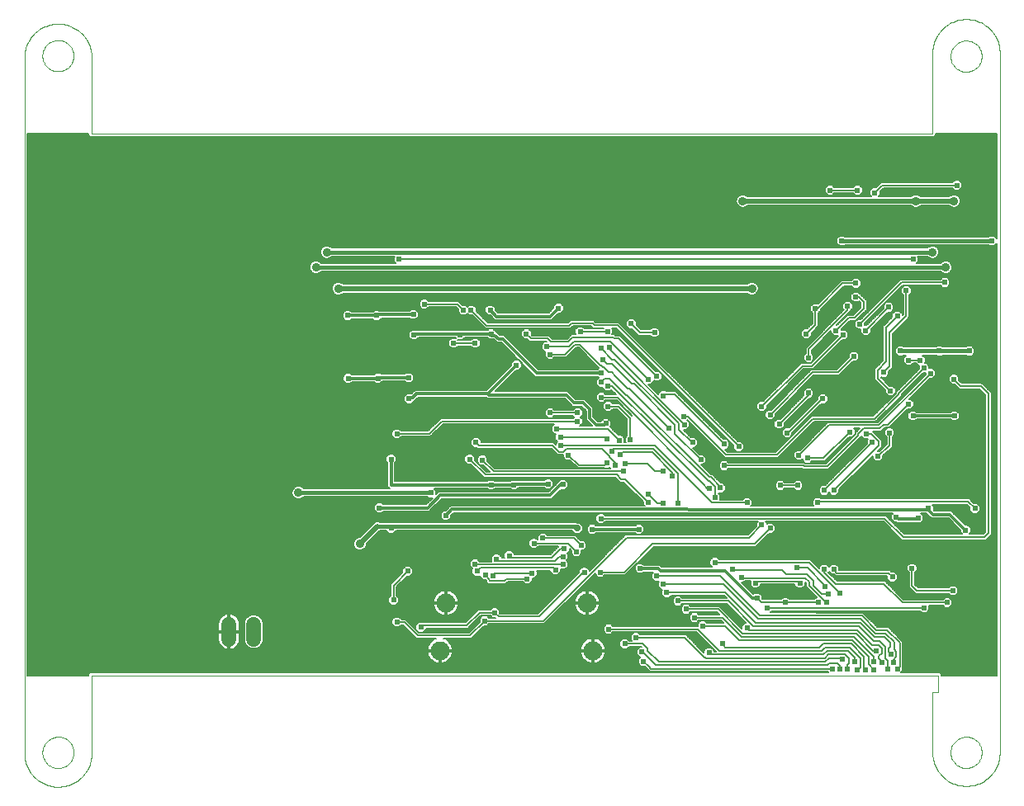
<source format=gbl>
G75*
G70*
%OFA0B0*%
%FSLAX24Y24*%
%IPPOS*%
%LPD*%
%AMOC8*
5,1,8,0,0,1.08239X$1,22.5*
%
%ADD10C,0.0000*%
%ADD11C,0.0768*%
%ADD12C,0.0600*%
%ADD13C,0.0060*%
%ADD14C,0.0240*%
%ADD15C,0.0277*%
%ADD16C,0.0160*%
%ADD17C,0.0197*%
%ADD18C,0.0356*%
%ADD19C,0.0120*%
%ADD20C,0.0118*%
%ADD21C,0.0079*%
D10*
X000504Y001489D02*
X000504Y029619D01*
X001232Y029639D02*
X001234Y029689D01*
X001240Y029739D01*
X001250Y029788D01*
X001264Y029836D01*
X001281Y029883D01*
X001302Y029928D01*
X001327Y029972D01*
X001355Y030013D01*
X001387Y030052D01*
X001421Y030089D01*
X001458Y030123D01*
X001498Y030153D01*
X001540Y030180D01*
X001584Y030204D01*
X001630Y030225D01*
X001677Y030241D01*
X001725Y030254D01*
X001775Y030263D01*
X001824Y030268D01*
X001875Y030269D01*
X001925Y030266D01*
X001974Y030259D01*
X002023Y030248D01*
X002071Y030233D01*
X002117Y030215D01*
X002162Y030193D01*
X002205Y030167D01*
X002246Y030138D01*
X002285Y030106D01*
X002321Y030071D01*
X002353Y030033D01*
X002383Y029993D01*
X002410Y029950D01*
X002433Y029906D01*
X002452Y029860D01*
X002468Y029812D01*
X002480Y029763D01*
X002488Y029714D01*
X002492Y029664D01*
X002492Y029614D01*
X002488Y029564D01*
X002480Y029515D01*
X002468Y029466D01*
X002452Y029418D01*
X002433Y029372D01*
X002410Y029328D01*
X002383Y029285D01*
X002353Y029245D01*
X002321Y029207D01*
X002285Y029172D01*
X002246Y029140D01*
X002205Y029111D01*
X002162Y029085D01*
X002117Y029063D01*
X002071Y029045D01*
X002023Y029030D01*
X001974Y029019D01*
X001925Y029012D01*
X001875Y029009D01*
X001824Y029010D01*
X001775Y029015D01*
X001725Y029024D01*
X001677Y029037D01*
X001630Y029053D01*
X001584Y029074D01*
X001540Y029098D01*
X001498Y029125D01*
X001458Y029155D01*
X001421Y029189D01*
X001387Y029226D01*
X001355Y029265D01*
X001327Y029306D01*
X001302Y029350D01*
X001281Y029395D01*
X001264Y029442D01*
X001250Y029490D01*
X001240Y029539D01*
X001234Y029589D01*
X001232Y029639D01*
X000504Y029619D02*
X000508Y029691D01*
X000517Y029763D01*
X000529Y029835D01*
X000545Y029905D01*
X000565Y029975D01*
X000588Y030043D01*
X000615Y030110D01*
X000646Y030176D01*
X000680Y030240D01*
X000717Y030302D01*
X000757Y030362D01*
X000801Y030419D01*
X000848Y030475D01*
X000897Y030527D01*
X000950Y030577D01*
X001005Y030624D01*
X001062Y030669D01*
X001122Y030710D01*
X001183Y030747D01*
X001247Y030782D01*
X001312Y030813D01*
X001379Y030840D01*
X001448Y030864D01*
X001517Y030884D01*
X001587Y030901D01*
X001659Y030914D01*
X001731Y030923D01*
X001803Y030928D01*
X001875Y030929D01*
X001947Y030926D01*
X002019Y030920D01*
X002091Y030910D01*
X002162Y030895D01*
X002232Y030878D01*
X002301Y030856D01*
X002369Y030831D01*
X002435Y030802D01*
X002500Y030770D01*
X002563Y030734D01*
X002624Y030695D01*
X002683Y030653D01*
X002739Y030608D01*
X002793Y030560D01*
X002845Y030509D01*
X002893Y030455D01*
X002939Y030399D01*
X002982Y030340D01*
X003021Y030280D01*
X003057Y030217D01*
X003090Y030153D01*
X003119Y030086D01*
X003145Y030019D01*
X003167Y029950D01*
X003185Y029880D01*
X003200Y029809D01*
X003211Y029737D01*
X003218Y029665D01*
X003221Y029593D01*
X003220Y029521D01*
X003220Y026489D01*
X037157Y026489D01*
X037157Y029757D01*
X037158Y029757D02*
X037160Y029829D01*
X037166Y029901D01*
X037175Y029973D01*
X037189Y030044D01*
X037206Y030114D01*
X037227Y030184D01*
X037251Y030252D01*
X037279Y030318D01*
X037311Y030383D01*
X037346Y030446D01*
X037384Y030508D01*
X037426Y030567D01*
X037471Y030624D01*
X037518Y030678D01*
X037569Y030730D01*
X037622Y030779D01*
X037677Y030825D01*
X037735Y030868D01*
X037796Y030908D01*
X037858Y030945D01*
X037922Y030978D01*
X037988Y031008D01*
X038055Y031034D01*
X038124Y031057D01*
X038194Y031076D01*
X038264Y031091D01*
X038336Y031103D01*
X038408Y031111D01*
X038480Y031115D01*
X038552Y031115D01*
X038624Y031111D01*
X038696Y031103D01*
X038768Y031091D01*
X038838Y031076D01*
X038908Y031057D01*
X038977Y031034D01*
X039044Y031008D01*
X039110Y030978D01*
X039174Y030945D01*
X039236Y030908D01*
X039297Y030868D01*
X039355Y030825D01*
X039410Y030779D01*
X039463Y030730D01*
X039514Y030678D01*
X039561Y030624D01*
X039606Y030567D01*
X039648Y030508D01*
X039686Y030446D01*
X039721Y030383D01*
X039753Y030318D01*
X039781Y030252D01*
X039805Y030184D01*
X039826Y030114D01*
X039843Y030044D01*
X039857Y029973D01*
X039866Y029901D01*
X039872Y029829D01*
X039874Y029757D01*
X039874Y001489D01*
X039872Y001417D01*
X039866Y001345D01*
X039857Y001273D01*
X039843Y001202D01*
X039826Y001132D01*
X039805Y001062D01*
X039781Y000994D01*
X039753Y000928D01*
X039721Y000863D01*
X039686Y000800D01*
X039648Y000738D01*
X039606Y000679D01*
X039561Y000622D01*
X039514Y000568D01*
X039463Y000516D01*
X039410Y000467D01*
X039355Y000421D01*
X039297Y000378D01*
X039236Y000338D01*
X039174Y000301D01*
X039110Y000268D01*
X039044Y000238D01*
X038977Y000212D01*
X038908Y000189D01*
X038838Y000170D01*
X038768Y000155D01*
X038696Y000143D01*
X038624Y000135D01*
X038552Y000131D01*
X038480Y000131D01*
X038408Y000135D01*
X038336Y000143D01*
X038264Y000155D01*
X038194Y000170D01*
X038124Y000189D01*
X038055Y000212D01*
X037988Y000238D01*
X037922Y000268D01*
X037858Y000301D01*
X037796Y000338D01*
X037735Y000378D01*
X037677Y000421D01*
X037622Y000467D01*
X037569Y000516D01*
X037518Y000568D01*
X037471Y000622D01*
X037426Y000679D01*
X037384Y000738D01*
X037346Y000800D01*
X037311Y000863D01*
X037279Y000928D01*
X037251Y000994D01*
X037227Y001062D01*
X037206Y001132D01*
X037189Y001202D01*
X037175Y001273D01*
X037166Y001345D01*
X037160Y001417D01*
X037158Y001489D01*
X037157Y001489D02*
X037157Y003911D01*
X037394Y003911D01*
X037394Y004600D01*
X003220Y004600D01*
X003220Y001430D01*
X003221Y001430D02*
X003217Y001358D01*
X003210Y001286D01*
X003199Y001215D01*
X003184Y001144D01*
X003165Y001074D01*
X003143Y001005D01*
X003117Y000938D01*
X003087Y000872D01*
X003054Y000807D01*
X003018Y000745D01*
X002978Y000684D01*
X002935Y000626D01*
X002889Y000570D01*
X002840Y000517D01*
X002789Y000466D01*
X002734Y000418D01*
X002678Y000373D01*
X002619Y000331D01*
X002558Y000293D01*
X002495Y000257D01*
X002430Y000225D01*
X002363Y000197D01*
X002295Y000172D01*
X002226Y000151D01*
X002156Y000133D01*
X002085Y000119D01*
X002013Y000109D01*
X001941Y000103D01*
X001869Y000101D01*
X001796Y000103D01*
X001724Y000108D01*
X001652Y000117D01*
X001581Y000130D01*
X001511Y000147D01*
X001441Y000168D01*
X001373Y000192D01*
X001307Y000220D01*
X001241Y000251D01*
X001178Y000286D01*
X001116Y000324D01*
X001057Y000365D01*
X001000Y000410D01*
X000945Y000457D01*
X000893Y000507D01*
X000844Y000560D01*
X000797Y000616D01*
X000754Y000673D01*
X000713Y000734D01*
X000676Y000796D01*
X000643Y000860D01*
X000613Y000925D01*
X000586Y000993D01*
X000563Y001061D01*
X000543Y001131D01*
X000528Y001202D01*
X000516Y001273D01*
X000508Y001345D01*
X000504Y001417D01*
X000503Y001490D01*
X001232Y001489D02*
X001234Y001539D01*
X001240Y001589D01*
X001250Y001638D01*
X001264Y001686D01*
X001281Y001733D01*
X001302Y001778D01*
X001327Y001822D01*
X001355Y001863D01*
X001387Y001902D01*
X001421Y001939D01*
X001458Y001973D01*
X001498Y002003D01*
X001540Y002030D01*
X001584Y002054D01*
X001630Y002075D01*
X001677Y002091D01*
X001725Y002104D01*
X001775Y002113D01*
X001824Y002118D01*
X001875Y002119D01*
X001925Y002116D01*
X001974Y002109D01*
X002023Y002098D01*
X002071Y002083D01*
X002117Y002065D01*
X002162Y002043D01*
X002205Y002017D01*
X002246Y001988D01*
X002285Y001956D01*
X002321Y001921D01*
X002353Y001883D01*
X002383Y001843D01*
X002410Y001800D01*
X002433Y001756D01*
X002452Y001710D01*
X002468Y001662D01*
X002480Y001613D01*
X002488Y001564D01*
X002492Y001514D01*
X002492Y001464D01*
X002488Y001414D01*
X002480Y001365D01*
X002468Y001316D01*
X002452Y001268D01*
X002433Y001222D01*
X002410Y001178D01*
X002383Y001135D01*
X002353Y001095D01*
X002321Y001057D01*
X002285Y001022D01*
X002246Y000990D01*
X002205Y000961D01*
X002162Y000935D01*
X002117Y000913D01*
X002071Y000895D01*
X002023Y000880D01*
X001974Y000869D01*
X001925Y000862D01*
X001875Y000859D01*
X001824Y000860D01*
X001775Y000865D01*
X001725Y000874D01*
X001677Y000887D01*
X001630Y000903D01*
X001584Y000924D01*
X001540Y000948D01*
X001498Y000975D01*
X001458Y001005D01*
X001421Y001039D01*
X001387Y001076D01*
X001355Y001115D01*
X001327Y001156D01*
X001302Y001200D01*
X001281Y001245D01*
X001264Y001292D01*
X001250Y001340D01*
X001240Y001389D01*
X001234Y001439D01*
X001232Y001489D01*
X037886Y001489D02*
X037888Y001539D01*
X037894Y001589D01*
X037904Y001638D01*
X037918Y001686D01*
X037935Y001733D01*
X037956Y001778D01*
X037981Y001822D01*
X038009Y001863D01*
X038041Y001902D01*
X038075Y001939D01*
X038112Y001973D01*
X038152Y002003D01*
X038194Y002030D01*
X038238Y002054D01*
X038284Y002075D01*
X038331Y002091D01*
X038379Y002104D01*
X038429Y002113D01*
X038478Y002118D01*
X038529Y002119D01*
X038579Y002116D01*
X038628Y002109D01*
X038677Y002098D01*
X038725Y002083D01*
X038771Y002065D01*
X038816Y002043D01*
X038859Y002017D01*
X038900Y001988D01*
X038939Y001956D01*
X038975Y001921D01*
X039007Y001883D01*
X039037Y001843D01*
X039064Y001800D01*
X039087Y001756D01*
X039106Y001710D01*
X039122Y001662D01*
X039134Y001613D01*
X039142Y001564D01*
X039146Y001514D01*
X039146Y001464D01*
X039142Y001414D01*
X039134Y001365D01*
X039122Y001316D01*
X039106Y001268D01*
X039087Y001222D01*
X039064Y001178D01*
X039037Y001135D01*
X039007Y001095D01*
X038975Y001057D01*
X038939Y001022D01*
X038900Y000990D01*
X038859Y000961D01*
X038816Y000935D01*
X038771Y000913D01*
X038725Y000895D01*
X038677Y000880D01*
X038628Y000869D01*
X038579Y000862D01*
X038529Y000859D01*
X038478Y000860D01*
X038429Y000865D01*
X038379Y000874D01*
X038331Y000887D01*
X038284Y000903D01*
X038238Y000924D01*
X038194Y000948D01*
X038152Y000975D01*
X038112Y001005D01*
X038075Y001039D01*
X038041Y001076D01*
X038009Y001115D01*
X037981Y001156D01*
X037956Y001200D01*
X037935Y001245D01*
X037918Y001292D01*
X037904Y001340D01*
X037894Y001389D01*
X037888Y001439D01*
X037886Y001489D01*
X037886Y029619D02*
X037888Y029669D01*
X037894Y029719D01*
X037904Y029768D01*
X037918Y029816D01*
X037935Y029863D01*
X037956Y029908D01*
X037981Y029952D01*
X038009Y029993D01*
X038041Y030032D01*
X038075Y030069D01*
X038112Y030103D01*
X038152Y030133D01*
X038194Y030160D01*
X038238Y030184D01*
X038284Y030205D01*
X038331Y030221D01*
X038379Y030234D01*
X038429Y030243D01*
X038478Y030248D01*
X038529Y030249D01*
X038579Y030246D01*
X038628Y030239D01*
X038677Y030228D01*
X038725Y030213D01*
X038771Y030195D01*
X038816Y030173D01*
X038859Y030147D01*
X038900Y030118D01*
X038939Y030086D01*
X038975Y030051D01*
X039007Y030013D01*
X039037Y029973D01*
X039064Y029930D01*
X039087Y029886D01*
X039106Y029840D01*
X039122Y029792D01*
X039134Y029743D01*
X039142Y029694D01*
X039146Y029644D01*
X039146Y029594D01*
X039142Y029544D01*
X039134Y029495D01*
X039122Y029446D01*
X039106Y029398D01*
X039087Y029352D01*
X039064Y029308D01*
X039037Y029265D01*
X039007Y029225D01*
X038975Y029187D01*
X038939Y029152D01*
X038900Y029120D01*
X038859Y029091D01*
X038816Y029065D01*
X038771Y029043D01*
X038725Y029025D01*
X038677Y029010D01*
X038628Y028999D01*
X038579Y028992D01*
X038529Y028989D01*
X038478Y028990D01*
X038429Y028995D01*
X038379Y029004D01*
X038331Y029017D01*
X038284Y029033D01*
X038238Y029054D01*
X038194Y029078D01*
X038152Y029105D01*
X038112Y029135D01*
X038075Y029169D01*
X038041Y029206D01*
X038009Y029245D01*
X037981Y029286D01*
X037956Y029330D01*
X037935Y029375D01*
X037918Y029422D01*
X037904Y029470D01*
X037894Y029519D01*
X037888Y029569D01*
X037886Y029619D01*
D11*
X023220Y007533D03*
X023457Y005603D03*
X017276Y005603D03*
X017512Y007533D03*
D12*
X009764Y006671D02*
X009764Y006071D01*
X008764Y006071D02*
X008764Y006671D01*
D13*
X008734Y006688D02*
X008794Y006688D01*
X008794Y006746D02*
X008734Y006746D01*
X008734Y006805D02*
X008794Y006805D01*
X008794Y006864D02*
X008734Y006864D01*
X008734Y006922D02*
X008794Y006922D01*
X008794Y006981D02*
X008734Y006981D01*
X008734Y007039D02*
X008794Y007039D01*
X008794Y007098D02*
X008734Y007098D01*
X008734Y007101D02*
X008730Y007101D01*
X008663Y007091D01*
X008599Y007070D01*
X008538Y007039D01*
X008484Y006999D01*
X008436Y006951D01*
X008396Y006897D01*
X008365Y006836D01*
X008344Y006772D01*
X008334Y006705D01*
X008334Y006401D01*
X008734Y006401D01*
X008734Y007101D01*
X008708Y007098D02*
X000634Y007098D01*
X000634Y007156D02*
X017161Y007156D01*
X017177Y007141D02*
X017242Y007093D01*
X017315Y007056D01*
X017391Y007031D01*
X017471Y007019D01*
X017482Y007019D01*
X017482Y007502D01*
X017542Y007502D01*
X017542Y007019D01*
X017552Y007019D01*
X017632Y007031D01*
X017709Y007056D01*
X017781Y007093D01*
X017847Y007141D01*
X017904Y007198D01*
X017951Y007263D01*
X017988Y007335D01*
X018013Y007412D01*
X018026Y007492D01*
X018026Y007503D01*
X017542Y007503D01*
X017542Y007563D01*
X017482Y007563D01*
X017482Y008046D01*
X017471Y008046D01*
X017391Y008034D01*
X017315Y008009D01*
X017242Y007972D01*
X017177Y007925D01*
X017120Y007867D01*
X017072Y007802D01*
X017036Y007730D01*
X017011Y007653D01*
X016998Y007573D01*
X016998Y007563D01*
X017482Y007563D01*
X017482Y007503D01*
X016998Y007503D01*
X016998Y007492D01*
X017011Y007412D01*
X017036Y007335D01*
X017072Y007263D01*
X017120Y007198D01*
X017177Y007141D01*
X017236Y007098D02*
X008820Y007098D01*
X008798Y007101D02*
X008864Y007091D01*
X008929Y007070D01*
X008989Y007039D01*
X009044Y006999D01*
X009092Y006951D01*
X009131Y006897D01*
X009162Y006836D01*
X009183Y006772D01*
X009194Y006705D01*
X009194Y006401D01*
X008794Y006401D01*
X008794Y006341D01*
X009194Y006341D01*
X009194Y006037D01*
X009183Y005970D01*
X009162Y005906D01*
X009131Y005846D01*
X009092Y005791D01*
X009044Y005743D01*
X008989Y005703D01*
X008929Y005673D01*
X008864Y005652D01*
X008798Y005641D01*
X008794Y005641D01*
X008794Y006341D01*
X008734Y006341D01*
X008734Y005641D01*
X008730Y005641D01*
X008663Y005652D01*
X008599Y005673D01*
X008538Y005703D01*
X008484Y005743D01*
X008436Y005791D01*
X008396Y005846D01*
X008365Y005906D01*
X008344Y005970D01*
X008334Y006037D01*
X008334Y006341D01*
X008734Y006341D01*
X008734Y006401D01*
X008794Y006401D01*
X008794Y007101D01*
X008798Y007101D01*
X008989Y007039D02*
X009633Y007039D01*
X009686Y007061D02*
X009543Y007002D01*
X009433Y006892D01*
X009374Y006749D01*
X009374Y005994D01*
X009433Y005850D01*
X009543Y005741D01*
X009686Y005681D01*
X009841Y005681D01*
X009985Y005741D01*
X010094Y005850D01*
X010154Y005994D01*
X010154Y006749D01*
X010094Y006892D01*
X009985Y007002D01*
X009841Y007061D01*
X009686Y007061D01*
X009522Y006981D02*
X009062Y006981D01*
X009113Y006922D02*
X009463Y006922D01*
X009421Y006864D02*
X009148Y006864D01*
X009172Y006805D02*
X009397Y006805D01*
X009374Y006746D02*
X009187Y006746D01*
X009194Y006688D02*
X009374Y006688D01*
X009374Y006629D02*
X009194Y006629D01*
X009194Y006571D02*
X009374Y006571D01*
X009374Y006512D02*
X009194Y006512D01*
X009194Y006454D02*
X009374Y006454D01*
X009374Y006395D02*
X008794Y006395D01*
X008794Y006337D02*
X008734Y006337D01*
X008734Y006395D02*
X000634Y006395D01*
X000634Y006337D02*
X008334Y006337D01*
X008334Y006278D02*
X000634Y006278D01*
X000634Y006220D02*
X008334Y006220D01*
X008334Y006161D02*
X000634Y006161D01*
X000634Y006102D02*
X008334Y006102D01*
X008334Y006044D02*
X000634Y006044D01*
X000634Y005985D02*
X008342Y005985D01*
X008359Y005927D02*
X000634Y005927D01*
X000634Y005868D02*
X008385Y005868D01*
X008422Y005810D02*
X000634Y005810D01*
X000634Y005751D02*
X008476Y005751D01*
X008560Y005693D02*
X000634Y005693D01*
X000634Y005634D02*
X016762Y005634D01*
X016762Y005633D02*
X017245Y005633D01*
X017245Y005573D01*
X016762Y005573D01*
X016762Y005563D01*
X016774Y005483D01*
X016799Y005406D01*
X016836Y005334D01*
X016884Y005269D01*
X016941Y005211D01*
X017006Y005164D01*
X017078Y005127D01*
X017155Y005102D01*
X017235Y005090D01*
X017246Y005090D01*
X017246Y005573D01*
X017306Y005573D01*
X017306Y005633D01*
X017789Y005633D01*
X017789Y005644D01*
X017777Y005724D01*
X017752Y005801D01*
X017715Y005873D01*
X017668Y005938D01*
X017610Y005995D01*
X017545Y006043D01*
X017473Y006080D01*
X017429Y006094D01*
X018446Y006094D01*
X018546Y006094D01*
X019046Y006594D01*
X019174Y006594D01*
X019264Y006684D01*
X021399Y006684D01*
X021499Y006684D01*
X023542Y008728D01*
X023542Y008686D01*
X023665Y008563D01*
X023839Y008563D01*
X023929Y008653D01*
X024667Y008653D01*
X024766Y008653D01*
X025908Y009794D01*
X029923Y009794D01*
X030022Y009794D01*
X030562Y010334D01*
X030689Y010334D01*
X030812Y010457D01*
X030812Y010631D01*
X030689Y010754D01*
X030515Y010754D01*
X030478Y010717D01*
X030478Y010769D01*
X030429Y010818D01*
X035179Y010818D01*
X035856Y010140D01*
X035927Y010070D01*
X039214Y010070D01*
X039313Y010070D01*
X039471Y010228D01*
X039541Y010298D01*
X039541Y015928D01*
X039541Y016027D01*
X039156Y016412D01*
X039057Y016412D01*
X038349Y016412D01*
X038234Y016528D01*
X038234Y016655D01*
X038111Y016778D01*
X037937Y016778D01*
X037814Y016655D01*
X037814Y016481D01*
X037937Y016358D01*
X038064Y016358D01*
X038249Y016172D01*
X038349Y016172D01*
X039057Y016172D01*
X036616Y016172D01*
X036675Y016230D02*
X038191Y016230D01*
X038133Y016289D02*
X036733Y016289D01*
X036792Y016348D02*
X038074Y016348D01*
X037889Y016406D02*
X036850Y016406D01*
X036909Y016465D02*
X037830Y016465D01*
X037814Y016523D02*
X036967Y016523D01*
X037026Y016582D02*
X037814Y016582D01*
X037814Y016640D02*
X037212Y016640D01*
X037166Y016594D02*
X037289Y016717D01*
X037289Y016891D01*
X037166Y017014D01*
X037033Y017014D01*
X037033Y017108D01*
X036910Y017231D01*
X036857Y017231D01*
X036875Y017249D01*
X036875Y017423D01*
X036758Y017540D01*
X037306Y017540D01*
X037346Y017500D01*
X037520Y017500D01*
X037560Y017540D01*
X038526Y017540D01*
X038567Y017500D01*
X038741Y017500D01*
X038864Y017623D01*
X038864Y017797D01*
X038741Y017920D01*
X038567Y017920D01*
X038526Y017880D01*
X037560Y017880D01*
X037520Y017920D01*
X037346Y017920D01*
X037306Y017880D01*
X035985Y017880D01*
X035945Y017920D01*
X035771Y017920D01*
X035648Y017797D01*
X035648Y017623D01*
X035771Y017500D01*
X035945Y017500D01*
X035985Y017540D01*
X036100Y017540D01*
X035983Y017423D01*
X035983Y017249D01*
X036106Y017126D01*
X036280Y017126D01*
X036370Y017216D01*
X036488Y017216D01*
X036578Y017126D01*
X036631Y017126D01*
X036613Y017108D01*
X036613Y016980D01*
X035749Y016117D01*
X035679Y016047D01*
X035679Y016007D01*
X034765Y015094D01*
X032384Y015094D01*
X032285Y015094D01*
X030828Y013637D01*
X028880Y013637D01*
X028777Y013740D01*
X028839Y013740D01*
X028962Y013863D01*
X028962Y014037D01*
X028839Y014160D01*
X028712Y014160D01*
X026794Y016078D01*
X026694Y016078D01*
X026409Y016078D01*
X026378Y016109D01*
X026204Y016109D01*
X026081Y015986D01*
X026081Y015971D01*
X025697Y016358D01*
X025788Y016358D01*
X025911Y016481D01*
X025911Y016514D01*
X025948Y016476D01*
X026122Y016476D01*
X026245Y016599D01*
X026245Y016773D01*
X026122Y016896D01*
X025995Y016896D01*
X024550Y018342D01*
X024450Y018342D01*
X024353Y018342D01*
X024313Y018381D01*
X024228Y018381D01*
X024257Y018410D01*
X024257Y018584D01*
X024208Y018633D01*
X024391Y018633D01*
X029132Y013892D01*
X029132Y013764D01*
X029256Y013641D01*
X029429Y013641D01*
X029553Y013764D01*
X029553Y013938D01*
X029429Y014061D01*
X029302Y014061D01*
X024491Y018873D01*
X024391Y018873D01*
X023565Y018873D01*
X023487Y018952D01*
X023387Y018952D01*
X022541Y018952D01*
X022471Y018881D01*
X022442Y018853D01*
X019215Y018853D01*
X018745Y019323D01*
X018745Y019450D01*
X019093Y019450D01*
X019093Y019276D01*
X019216Y019153D01*
X019302Y019153D01*
X019497Y018958D01*
X019621Y018958D01*
X021786Y018958D01*
X021873Y019046D01*
X022060Y019232D01*
X022146Y019232D01*
X022269Y019355D01*
X022269Y019529D01*
X022146Y019652D01*
X021972Y019652D01*
X021849Y019529D01*
X021849Y019443D01*
X021663Y019256D01*
X019621Y019256D01*
X019513Y019364D01*
X019513Y019450D01*
X021849Y019450D01*
X021849Y019509D02*
X019455Y019509D01*
X019513Y019450D02*
X019390Y019573D01*
X019216Y019573D01*
X019093Y019450D01*
X019093Y019392D02*
X018745Y019392D01*
X018745Y019450D02*
X018622Y019573D01*
X018448Y019573D01*
X018378Y019503D01*
X018307Y019573D01*
X018180Y019573D01*
X018034Y019719D01*
X017935Y019719D01*
X016823Y019719D01*
X016733Y019810D01*
X016559Y019810D01*
X016436Y019686D01*
X016436Y019513D01*
X016559Y019389D01*
X016733Y019389D01*
X016823Y019480D01*
X017935Y019480D01*
X018010Y019404D01*
X018010Y019276D01*
X018133Y019153D01*
X018307Y019153D01*
X018378Y019224D01*
X018448Y019153D01*
X018576Y019153D01*
X019045Y018684D01*
X019116Y018613D01*
X022442Y018613D01*
X022542Y018613D01*
X022640Y018712D01*
X023387Y018712D01*
X023396Y018703D01*
X023466Y018633D01*
X023886Y018633D01*
X023870Y018617D01*
X023122Y018617D01*
X023032Y018707D01*
X022858Y018707D01*
X022735Y018584D01*
X022735Y018410D01*
X022764Y018381D01*
X022680Y018381D01*
X022580Y018381D01*
X022403Y018204D01*
X021813Y018204D01*
X021746Y018271D01*
X021676Y018342D01*
X020987Y018342D01*
X020970Y018358D01*
X020970Y018486D01*
X020847Y018609D01*
X020673Y018609D01*
X020550Y018486D01*
X020550Y018312D01*
X020673Y018189D01*
X020800Y018189D01*
X020817Y018172D01*
X020887Y018102D01*
X021576Y018102D01*
X021581Y018097D01*
X021500Y018097D01*
X021377Y017974D01*
X021377Y017800D01*
X021500Y017677D01*
X021532Y017677D01*
X021514Y017659D01*
X021514Y017485D01*
X021637Y017362D01*
X021811Y017362D01*
X021901Y017452D01*
X022384Y017452D01*
X022455Y017522D01*
X022778Y017846D01*
X022875Y017846D01*
X023696Y017025D01*
X023643Y016973D01*
X021255Y016973D01*
X019964Y018264D01*
X019877Y018351D01*
X019700Y018351D01*
X019649Y018401D01*
X019562Y018489D01*
X019550Y018489D01*
X019429Y018609D01*
X019256Y018609D01*
X019195Y018548D01*
X018191Y018548D01*
X018170Y018569D01*
X017996Y018569D01*
X017974Y018548D01*
X016341Y018548D01*
X016319Y018569D01*
X016145Y018569D01*
X016022Y018446D01*
X016022Y018272D01*
X016145Y018149D01*
X016319Y018149D01*
X016420Y018250D01*
X017895Y018250D01*
X017910Y018235D01*
X017740Y018235D01*
X017617Y018112D01*
X017617Y017938D01*
X017740Y017815D01*
X017914Y017815D01*
X018004Y017905D01*
X018516Y017905D01*
X018606Y017815D01*
X018780Y017815D01*
X018903Y017938D01*
X018903Y018112D01*
X018780Y018235D01*
X018606Y018235D01*
X018516Y018145D01*
X018004Y018145D01*
X017999Y018149D01*
X018170Y018149D01*
X018270Y018250D01*
X019195Y018250D01*
X019256Y018189D01*
X019429Y018189D01*
X019431Y018191D01*
X019438Y018191D01*
X019576Y018053D01*
X019700Y018053D01*
X019753Y018053D01*
X021131Y016675D01*
X021255Y016675D01*
X023643Y016675D01*
X023681Y016637D01*
X023581Y016537D01*
X023581Y016363D01*
X023704Y016240D01*
X023837Y016240D01*
X023837Y016205D01*
X023960Y016082D01*
X024134Y016082D01*
X024190Y016138D01*
X024372Y015960D01*
X023968Y015960D01*
X023878Y016050D01*
X023704Y016050D01*
X023581Y015927D01*
X023581Y015753D01*
X023704Y015630D01*
X023878Y015630D01*
X023968Y015720D01*
X024410Y015720D01*
X025032Y015083D01*
X025002Y015113D01*
X024530Y015586D01*
X024431Y015586D01*
X024244Y015586D01*
X024154Y015676D01*
X023980Y015676D01*
X023857Y015553D01*
X023857Y015379D01*
X023980Y015256D01*
X024154Y015256D01*
X024244Y015346D01*
X024431Y015346D01*
X024833Y014944D01*
X024833Y014304D01*
X024743Y014214D01*
X024743Y014040D01*
X024772Y014011D01*
X024720Y014011D01*
X024730Y014020D01*
X024730Y014194D01*
X024607Y014317D01*
X024479Y014317D01*
X024143Y014654D01*
X024179Y014690D01*
X024179Y014864D01*
X024055Y014987D01*
X023881Y014987D01*
X023761Y014867D01*
X023656Y014867D01*
X023468Y015055D01*
X023468Y015409D01*
X023381Y015497D01*
X023105Y015772D01*
X022982Y015772D01*
X022751Y015772D01*
X022523Y016000D01*
X022436Y016087D01*
X019525Y016087D01*
X020367Y016929D01*
X020453Y016929D01*
X020576Y017052D01*
X020576Y017226D01*
X020453Y017349D01*
X020279Y017349D01*
X020156Y017226D01*
X020156Y017140D01*
X019143Y016126D01*
X016392Y016126D01*
X016269Y016126D01*
X016131Y015989D01*
X016124Y015989D01*
X016122Y015991D01*
X015948Y015991D01*
X015825Y015868D01*
X015825Y015694D01*
X015948Y015571D01*
X016122Y015571D01*
X016242Y015691D01*
X016255Y015691D01*
X016342Y015778D01*
X016392Y015828D01*
X019143Y015828D01*
X019182Y015789D01*
X019306Y015789D01*
X022312Y015789D01*
X022540Y015561D01*
X022627Y015474D01*
X022982Y015474D01*
X023170Y015286D01*
X023170Y015055D01*
X023170Y014931D01*
X023421Y014680D01*
X022929Y014680D01*
X023037Y014788D01*
X023037Y014962D01*
X022956Y015042D01*
X023037Y015123D01*
X023037Y015297D01*
X022914Y015420D01*
X022740Y015420D01*
X022650Y015330D01*
X021901Y015330D01*
X021811Y015420D01*
X021637Y015420D01*
X021514Y015297D01*
X021514Y015123D01*
X021637Y015000D01*
X021811Y015000D01*
X021901Y015090D01*
X022650Y015090D01*
X022697Y015042D01*
X022650Y014995D01*
X017404Y014995D01*
X017305Y014995D01*
X016793Y014483D01*
X015720Y014483D01*
X015630Y014573D01*
X015456Y014573D01*
X015333Y014450D01*
X015333Y014276D01*
X015456Y014153D01*
X015630Y014153D01*
X015720Y014243D01*
X016892Y014243D01*
X016962Y014314D01*
X017404Y014755D01*
X021878Y014755D01*
X021770Y014647D01*
X021770Y014473D01*
X021893Y014350D01*
X021965Y014350D01*
X021928Y014312D01*
X021928Y014139D01*
X022018Y014048D01*
X021947Y013978D01*
X021947Y013936D01*
X021943Y013941D01*
X021873Y014011D01*
X018942Y014011D01*
X018942Y014096D01*
X018819Y014219D01*
X018645Y014219D01*
X018522Y014096D01*
X018522Y013922D01*
X018645Y013799D01*
X018773Y013799D01*
X018801Y013771D01*
X018900Y013771D01*
X021773Y013771D01*
X022029Y013515D01*
X022128Y013515D01*
X022243Y013515D01*
X022243Y013410D01*
X022366Y013287D01*
X022505Y013287D01*
X022803Y013016D01*
X022836Y012983D01*
X022839Y012983D01*
X022842Y012981D01*
X022889Y012983D01*
X023910Y012983D01*
X023921Y012972D01*
X024095Y012972D01*
X024132Y013010D01*
X024132Y012997D01*
X024162Y012968D01*
X019491Y012968D01*
X019198Y013260D01*
X019198Y013387D01*
X019075Y013510D01*
X018901Y013510D01*
X018778Y013387D01*
X018778Y013213D01*
X018901Y013090D01*
X019029Y013090D01*
X019289Y012830D01*
X019156Y012830D01*
X018686Y013299D01*
X018686Y013427D01*
X018563Y013550D01*
X018389Y013550D01*
X018266Y013427D01*
X018266Y013253D01*
X018389Y013130D01*
X018517Y013130D01*
X018986Y012660D01*
X019057Y012590D01*
X024352Y012590D01*
X024549Y012393D01*
X024648Y012393D01*
X024706Y012393D01*
X024726Y012373D01*
X024727Y012373D01*
X025491Y011625D01*
X025491Y011501D01*
X025538Y011453D01*
X017829Y011461D01*
X017783Y011461D01*
X017706Y011461D01*
X017662Y011417D01*
X017619Y011374D01*
X017511Y011266D01*
X017425Y011266D01*
X017302Y011143D01*
X017302Y010969D01*
X017425Y010846D01*
X017599Y010846D01*
X017722Y010969D01*
X017722Y011055D01*
X017829Y011163D01*
X035551Y011145D01*
X035491Y011084D01*
X035491Y010910D01*
X035614Y010787D01*
X035700Y010787D01*
X035718Y010769D01*
X035841Y010769D01*
X036478Y010769D01*
X036500Y010748D01*
X036674Y010748D01*
X036797Y010871D01*
X036797Y011045D01*
X036698Y011144D01*
X036911Y011143D01*
X036913Y011141D01*
X036935Y011141D01*
X037028Y011038D01*
X037028Y011034D01*
X037069Y010993D01*
X037108Y010950D01*
X037112Y010950D01*
X037115Y010947D01*
X037173Y010947D01*
X037231Y010944D01*
X037234Y010947D01*
X037804Y010947D01*
X038286Y010465D01*
X038286Y010379D01*
X038355Y010310D01*
X036026Y010310D01*
X035278Y011058D01*
X035179Y011058D01*
X023949Y011058D01*
X023859Y011148D01*
X023685Y011148D01*
X023562Y011025D01*
X023562Y010851D01*
X023685Y010728D01*
X023859Y010728D01*
X023949Y010818D01*
X030107Y010818D01*
X030058Y010769D01*
X030058Y010642D01*
X029706Y010290D01*
X024765Y010290D01*
X024695Y010220D01*
X023312Y008837D01*
X023312Y008860D01*
X023189Y008983D01*
X023015Y008983D01*
X022892Y008860D01*
X022892Y008772D01*
X021222Y007101D01*
X019690Y007101D01*
X019690Y007226D01*
X019567Y007349D01*
X019393Y007349D01*
X019303Y007259D01*
X018920Y007259D01*
X018820Y007259D01*
X018309Y006747D01*
X016636Y006747D01*
X016606Y006747D01*
X016595Y006758D01*
X016421Y006758D01*
X016298Y006635D01*
X016298Y006461D01*
X016421Y006338D01*
X016595Y006338D01*
X016718Y006461D01*
X016718Y006507D01*
X018408Y006507D01*
X018478Y006577D01*
X018920Y007019D01*
X019303Y007019D01*
X019393Y006929D01*
X019521Y006929D01*
X019525Y006924D01*
X019264Y006924D01*
X019174Y007014D01*
X019000Y007014D01*
X018877Y006891D01*
X018877Y006764D01*
X018446Y006334D01*
X016420Y006334D01*
X015959Y006795D01*
X015888Y006865D01*
X015740Y006865D01*
X015630Y006975D01*
X015456Y006975D01*
X015333Y006852D01*
X015333Y006678D01*
X015456Y006555D01*
X015630Y006555D01*
X015701Y006625D01*
X015731Y006625D01*
X015789Y006625D01*
X016250Y006164D01*
X016320Y006094D01*
X017122Y006094D01*
X017078Y006080D01*
X017006Y006043D01*
X016941Y005995D01*
X016884Y005938D01*
X016836Y005873D01*
X016799Y005801D01*
X016774Y005724D01*
X016762Y005644D01*
X016762Y005633D01*
X016769Y005693D02*
X009869Y005693D01*
X009995Y005751D02*
X016783Y005751D01*
X016804Y005810D02*
X010054Y005810D01*
X010102Y005868D02*
X016834Y005868D01*
X016875Y005927D02*
X010126Y005927D01*
X010150Y005985D02*
X016931Y005985D01*
X017008Y006044D02*
X010154Y006044D01*
X010154Y006102D02*
X016312Y006102D01*
X016253Y006161D02*
X010154Y006161D01*
X010154Y006220D02*
X016195Y006220D01*
X016136Y006278D02*
X010154Y006278D01*
X010154Y006337D02*
X016077Y006337D01*
X016019Y006395D02*
X010154Y006395D01*
X010154Y006454D02*
X015960Y006454D01*
X015902Y006512D02*
X010154Y006512D01*
X010154Y006571D02*
X015440Y006571D01*
X015382Y006629D02*
X010154Y006629D01*
X010154Y006688D02*
X015333Y006688D01*
X015333Y006746D02*
X010154Y006746D01*
X010130Y006805D02*
X015333Y006805D01*
X015345Y006864D02*
X010106Y006864D01*
X010064Y006922D02*
X015403Y006922D01*
X015543Y006765D02*
X015661Y006765D01*
X015681Y006745D01*
X015839Y006745D01*
X016370Y006214D01*
X018496Y006214D01*
X019087Y006804D01*
X021449Y006804D01*
X024815Y010170D01*
X029756Y010170D01*
X030268Y010682D01*
X030058Y010669D02*
X025440Y010669D01*
X025394Y010715D02*
X025220Y010715D01*
X025160Y010655D01*
X023564Y010655D01*
X023504Y010715D01*
X023330Y010715D01*
X023207Y010592D01*
X023207Y010418D01*
X023330Y010295D01*
X023504Y010295D01*
X023564Y010355D01*
X025160Y010355D01*
X025220Y010295D01*
X025394Y010295D01*
X025517Y010418D01*
X025517Y010592D01*
X025394Y010715D01*
X025499Y010610D02*
X030026Y010610D01*
X029968Y010552D02*
X025517Y010552D01*
X025517Y010493D02*
X029909Y010493D01*
X029850Y010435D02*
X025517Y010435D01*
X025475Y010376D02*
X029792Y010376D01*
X029733Y010318D02*
X025417Y010318D01*
X025198Y010318D02*
X023527Y010318D01*
X023308Y010318D02*
X022904Y010318D01*
X022902Y010316D02*
X023036Y010450D01*
X023036Y010639D01*
X022902Y010773D01*
X022819Y010773D01*
X022799Y010793D01*
X022658Y010793D01*
X015237Y010793D01*
X014852Y010793D01*
X014834Y010812D01*
X014678Y010812D01*
X014049Y010183D01*
X013994Y010183D01*
X013895Y010142D01*
X013820Y010066D01*
X013779Y009968D01*
X013779Y009861D01*
X013820Y009763D01*
X013895Y009687D01*
X013994Y009646D01*
X014101Y009646D01*
X014199Y009687D01*
X014274Y009763D01*
X014315Y009861D01*
X014315Y009916D01*
X014852Y010453D01*
X015101Y010453D01*
X015220Y010334D01*
X015394Y010334D01*
X015513Y010453D01*
X022578Y010453D01*
X022578Y010450D01*
X022712Y010316D01*
X022902Y010316D01*
X022962Y010376D02*
X023249Y010376D01*
X023207Y010435D02*
X023021Y010435D01*
X023036Y010493D02*
X023207Y010493D01*
X023207Y010552D02*
X023036Y010552D01*
X023036Y010610D02*
X023226Y010610D01*
X023284Y010669D02*
X023006Y010669D01*
X022948Y010727D02*
X030058Y010727D01*
X030074Y010786D02*
X023916Y010786D01*
X023772Y010938D02*
X035228Y010938D01*
X035976Y010190D01*
X039264Y010190D01*
X039421Y010348D01*
X039421Y015977D01*
X039106Y016292D01*
X038299Y016292D01*
X038024Y016568D01*
X038234Y016582D02*
X039744Y016582D01*
X039744Y016640D02*
X038234Y016640D01*
X038190Y016699D02*
X039744Y016699D01*
X039744Y016757D02*
X038131Y016757D01*
X037916Y016757D02*
X037289Y016757D01*
X037289Y016816D02*
X039744Y016816D01*
X039744Y016874D02*
X037289Y016874D01*
X037247Y016933D02*
X039744Y016933D01*
X039744Y016991D02*
X037188Y016991D01*
X037033Y017050D02*
X039744Y017050D01*
X039744Y017109D02*
X037032Y017109D01*
X036973Y017167D02*
X039744Y017167D01*
X039744Y017226D02*
X036915Y017226D01*
X036875Y017284D02*
X039744Y017284D01*
X039744Y017343D02*
X036875Y017343D01*
X036875Y017401D02*
X039744Y017401D01*
X039744Y017460D02*
X036838Y017460D01*
X036780Y017518D02*
X037327Y017518D01*
X037539Y017518D02*
X038548Y017518D01*
X038759Y017518D02*
X039744Y017518D01*
X039744Y017577D02*
X038818Y017577D01*
X038864Y017635D02*
X039744Y017635D01*
X039744Y017694D02*
X038864Y017694D01*
X038864Y017753D02*
X039744Y017753D01*
X039744Y017811D02*
X038849Y017811D01*
X038791Y017870D02*
X039744Y017870D01*
X039744Y017928D02*
X035545Y017928D01*
X035545Y017870D02*
X035721Y017870D01*
X035663Y017811D02*
X035545Y017811D01*
X035545Y017753D02*
X035648Y017753D01*
X035648Y017694D02*
X035545Y017694D01*
X035545Y017635D02*
X035648Y017635D01*
X035694Y017577D02*
X035545Y017577D01*
X035545Y017518D02*
X035753Y017518D01*
X035964Y017518D02*
X036079Y017518D01*
X036020Y017460D02*
X035545Y017460D01*
X035545Y017401D02*
X035983Y017401D01*
X035983Y017343D02*
X035545Y017343D01*
X035545Y017284D02*
X035983Y017284D01*
X036006Y017226D02*
X035545Y017226D01*
X035545Y017167D02*
X036064Y017167D01*
X036193Y017336D02*
X036665Y017336D01*
X036537Y017167D02*
X036321Y017167D01*
X036614Y017109D02*
X035545Y017109D01*
X035545Y017050D02*
X036613Y017050D01*
X036613Y016991D02*
X035507Y016991D01*
X035475Y016960D02*
X035545Y017030D01*
X035545Y018408D01*
X036144Y019007D01*
X036214Y019077D01*
X036214Y019974D01*
X036304Y020064D01*
X036304Y020238D01*
X036181Y020361D01*
X036007Y020361D01*
X035884Y020238D01*
X035884Y020064D01*
X035974Y019974D01*
X035974Y019177D01*
X035950Y019152D01*
X035950Y019214D01*
X035827Y019337D01*
X035653Y019337D01*
X035530Y019214D01*
X035530Y019087D01*
X035238Y018794D01*
X035167Y018724D01*
X035167Y017326D01*
X034833Y016992D01*
X034833Y016892D01*
X034833Y016657D01*
X034833Y016558D01*
X035255Y016136D01*
X035255Y016009D01*
X035378Y015886D01*
X035552Y015886D01*
X035675Y016009D01*
X035675Y016183D01*
X035552Y016306D01*
X035424Y016306D01*
X035073Y016657D01*
X035073Y016663D01*
X035102Y016634D01*
X035276Y016634D01*
X035399Y016757D01*
X036390Y016757D01*
X036448Y016816D02*
X035399Y016816D01*
X035399Y016874D02*
X036507Y016874D01*
X036565Y016933D02*
X035448Y016933D01*
X035475Y016960D02*
X035399Y016884D01*
X035399Y016757D01*
X035341Y016699D02*
X036331Y016699D01*
X036273Y016640D02*
X035283Y016640D01*
X035207Y016523D02*
X036156Y016523D01*
X036214Y016582D02*
X035148Y016582D01*
X035095Y016640D02*
X035090Y016640D01*
X034953Y016607D02*
X035465Y016096D01*
X035627Y016230D02*
X035863Y016230D01*
X035804Y016172D02*
X035675Y016172D01*
X035675Y016113D02*
X035746Y016113D01*
X035687Y016055D02*
X035675Y016055D01*
X035668Y015996D02*
X035662Y015996D01*
X035609Y015938D02*
X035604Y015938D01*
X035551Y015879D02*
X032927Y015879D01*
X032938Y015868D02*
X032815Y015991D01*
X032641Y015991D01*
X032518Y015868D01*
X032518Y015760D01*
X031371Y014613D01*
X031204Y014613D01*
X031081Y014490D01*
X031081Y014316D01*
X031204Y014193D01*
X031378Y014193D01*
X031501Y014316D01*
X031501Y014404D01*
X032668Y015571D01*
X032815Y015571D01*
X032938Y015694D01*
X032938Y015868D01*
X032938Y015821D02*
X035492Y015821D01*
X035434Y015762D02*
X032938Y015762D01*
X032938Y015704D02*
X035375Y015704D01*
X035317Y015645D02*
X032890Y015645D01*
X032831Y015586D02*
X035258Y015586D01*
X035200Y015528D02*
X032626Y015528D01*
X032567Y015469D02*
X035141Y015469D01*
X035083Y015411D02*
X032509Y015411D01*
X032450Y015352D02*
X035024Y015352D01*
X034966Y015294D02*
X032391Y015294D01*
X032333Y015235D02*
X034907Y015235D01*
X034848Y015177D02*
X032274Y015177D01*
X032216Y015118D02*
X034790Y015118D01*
X034815Y014974D02*
X032335Y014974D01*
X030878Y013517D01*
X028831Y013517D01*
X027276Y015072D01*
X027118Y015072D01*
X027261Y014917D02*
X027258Y014914D01*
X027348Y014824D01*
X027348Y014650D01*
X027225Y014527D01*
X027104Y014527D01*
X027412Y014219D01*
X027559Y014219D01*
X027682Y014096D01*
X027682Y013922D01*
X027559Y013799D01*
X027490Y013799D01*
X027764Y013530D01*
X027894Y013530D01*
X028017Y013407D01*
X028017Y013233D01*
X027894Y013110D01*
X027832Y013110D01*
X028211Y012731D01*
X028270Y012731D01*
X028340Y012661D01*
X028613Y012388D01*
X028681Y012388D01*
X028804Y012265D01*
X028804Y012091D01*
X028681Y011968D01*
X028511Y011968D01*
X028588Y011891D01*
X028588Y011717D01*
X028578Y011708D01*
X029500Y011708D01*
X029590Y011798D01*
X029764Y011798D01*
X029887Y011675D01*
X029887Y011501D01*
X029835Y011449D01*
X032356Y011446D01*
X032302Y011501D01*
X032302Y011675D01*
X032425Y011798D01*
X032599Y011798D01*
X032649Y011747D01*
X038545Y011747D01*
X038644Y011747D01*
X038830Y011561D01*
X038957Y011561D01*
X039080Y011438D01*
X039080Y011264D01*
X038957Y011141D01*
X038783Y011141D01*
X038660Y011264D01*
X038660Y011392D01*
X038545Y011507D01*
X037141Y011507D01*
X037210Y011438D01*
X037210Y011282D01*
X037244Y011245D01*
X037928Y011245D01*
X038015Y011157D01*
X038015Y011157D01*
X038497Y010676D01*
X038583Y010676D01*
X038706Y010553D01*
X038706Y010379D01*
X038637Y010310D01*
X039214Y010310D01*
X039301Y010397D01*
X039301Y015928D01*
X039057Y016172D01*
X039116Y016113D02*
X036557Y016113D01*
X036499Y016055D02*
X039174Y016055D01*
X039233Y015996D02*
X036440Y015996D01*
X036382Y015938D02*
X039291Y015938D01*
X039301Y015879D02*
X036323Y015879D01*
X036265Y015821D02*
X039301Y015821D01*
X039301Y015762D02*
X036292Y015762D01*
X036280Y015774D02*
X036218Y015774D01*
X037038Y016594D01*
X037166Y016594D01*
X037270Y016699D02*
X037857Y016699D01*
X038238Y016523D02*
X039744Y016523D01*
X039744Y016465D02*
X038297Y016465D01*
X039162Y016406D02*
X039744Y016406D01*
X039744Y016348D02*
X039221Y016348D01*
X039279Y016289D02*
X039744Y016289D01*
X039744Y016230D02*
X039338Y016230D01*
X039396Y016172D02*
X039744Y016172D01*
X039744Y016113D02*
X039455Y016113D01*
X039514Y016055D02*
X039744Y016055D01*
X039744Y015996D02*
X039541Y015996D01*
X039541Y015938D02*
X039744Y015938D01*
X039744Y015879D02*
X039541Y015879D01*
X039541Y015821D02*
X039744Y015821D01*
X039744Y015762D02*
X039541Y015762D01*
X039541Y015704D02*
X039744Y015704D01*
X039744Y015645D02*
X039541Y015645D01*
X039541Y015586D02*
X039744Y015586D01*
X039744Y015528D02*
X039541Y015528D01*
X039541Y015469D02*
X039744Y015469D01*
X039744Y015411D02*
X039541Y015411D01*
X039541Y015352D02*
X039744Y015352D01*
X039744Y015294D02*
X039541Y015294D01*
X039541Y015235D02*
X039744Y015235D01*
X039744Y015177D02*
X039541Y015177D01*
X039541Y015118D02*
X039744Y015118D01*
X039744Y015060D02*
X039541Y015060D01*
X039541Y015001D02*
X039744Y015001D01*
X039744Y014942D02*
X039541Y014942D01*
X039541Y014884D02*
X039744Y014884D01*
X039744Y014825D02*
X039541Y014825D01*
X039541Y014767D02*
X039744Y014767D01*
X039744Y014708D02*
X039541Y014708D01*
X039541Y014650D02*
X039744Y014650D01*
X039744Y014591D02*
X039541Y014591D01*
X039541Y014533D02*
X039744Y014533D01*
X039744Y014474D02*
X039541Y014474D01*
X039541Y014416D02*
X039744Y014416D01*
X039744Y014357D02*
X039541Y014357D01*
X039541Y014299D02*
X039744Y014299D01*
X039744Y014240D02*
X039541Y014240D01*
X039541Y014181D02*
X039744Y014181D01*
X039744Y014123D02*
X039541Y014123D01*
X039541Y014064D02*
X039744Y014064D01*
X039744Y014006D02*
X039541Y014006D01*
X039541Y013947D02*
X039744Y013947D01*
X039744Y013889D02*
X039541Y013889D01*
X039541Y013830D02*
X039744Y013830D01*
X039744Y013772D02*
X039541Y013772D01*
X039541Y013713D02*
X039744Y013713D01*
X039744Y013655D02*
X039541Y013655D01*
X039541Y013596D02*
X039744Y013596D01*
X039744Y013537D02*
X039541Y013537D01*
X039541Y013479D02*
X039744Y013479D01*
X039744Y013420D02*
X039541Y013420D01*
X039541Y013362D02*
X039744Y013362D01*
X039744Y013303D02*
X039541Y013303D01*
X039541Y013245D02*
X039744Y013245D01*
X039744Y013186D02*
X039541Y013186D01*
X039541Y013128D02*
X039744Y013128D01*
X039744Y013069D02*
X039541Y013069D01*
X039541Y013011D02*
X039744Y013011D01*
X039744Y012952D02*
X039541Y012952D01*
X039541Y012893D02*
X039744Y012893D01*
X039744Y012835D02*
X039541Y012835D01*
X039541Y012776D02*
X039744Y012776D01*
X039744Y012718D02*
X039541Y012718D01*
X039541Y012659D02*
X039744Y012659D01*
X039744Y012601D02*
X039541Y012601D01*
X039541Y012542D02*
X039744Y012542D01*
X039744Y012484D02*
X039541Y012484D01*
X039541Y012425D02*
X039744Y012425D01*
X039744Y012367D02*
X039541Y012367D01*
X039541Y012308D02*
X039744Y012308D01*
X039744Y012249D02*
X039541Y012249D01*
X039541Y012191D02*
X039744Y012191D01*
X039744Y012132D02*
X039541Y012132D01*
X039541Y012074D02*
X039744Y012074D01*
X039744Y012015D02*
X039541Y012015D01*
X039541Y011957D02*
X039744Y011957D01*
X039744Y011898D02*
X039541Y011898D01*
X039541Y011840D02*
X039744Y011840D01*
X039744Y011781D02*
X039541Y011781D01*
X039541Y011723D02*
X039744Y011723D01*
X039744Y011664D02*
X039541Y011664D01*
X039541Y011606D02*
X039744Y011606D01*
X039744Y011547D02*
X039541Y011547D01*
X039541Y011488D02*
X039744Y011488D01*
X039744Y011430D02*
X039541Y011430D01*
X039541Y011371D02*
X039744Y011371D01*
X039744Y011313D02*
X039541Y011313D01*
X039541Y011254D02*
X039744Y011254D01*
X039744Y011196D02*
X039541Y011196D01*
X039541Y011137D02*
X039744Y011137D01*
X039744Y011079D02*
X039541Y011079D01*
X039541Y011020D02*
X039744Y011020D01*
X039744Y010962D02*
X039541Y010962D01*
X039541Y010903D02*
X039744Y010903D01*
X039744Y010844D02*
X039541Y010844D01*
X039541Y010786D02*
X039744Y010786D01*
X039744Y010727D02*
X039541Y010727D01*
X039541Y010669D02*
X039744Y010669D01*
X039744Y010610D02*
X039541Y010610D01*
X039541Y010552D02*
X039744Y010552D01*
X039744Y010493D02*
X039541Y010493D01*
X039541Y010435D02*
X039744Y010435D01*
X039744Y010376D02*
X039541Y010376D01*
X039541Y010318D02*
X039744Y010318D01*
X039744Y010259D02*
X039502Y010259D01*
X039444Y010200D02*
X039744Y010200D01*
X039744Y010142D02*
X039385Y010142D01*
X039327Y010083D02*
X039744Y010083D01*
X039744Y010025D02*
X030252Y010025D01*
X030194Y009966D02*
X039744Y009966D01*
X039744Y009908D02*
X030135Y009908D01*
X030077Y009849D02*
X039744Y009849D01*
X039744Y009791D02*
X025904Y009791D01*
X025846Y009732D02*
X039744Y009732D01*
X039744Y009674D02*
X025787Y009674D01*
X025729Y009615D02*
X039744Y009615D01*
X039744Y009556D02*
X025670Y009556D01*
X025611Y009498D02*
X039744Y009498D01*
X039744Y009439D02*
X025553Y009439D01*
X025494Y009381D02*
X039744Y009381D01*
X039744Y009322D02*
X028519Y009322D01*
X028555Y009286D02*
X028465Y009376D01*
X028291Y009376D01*
X028168Y009253D01*
X028168Y009079D01*
X028267Y008981D01*
X026235Y008981D01*
X026156Y009060D01*
X025514Y009060D01*
X025433Y009140D01*
X025259Y009140D01*
X025136Y009017D01*
X025136Y008843D01*
X025259Y008720D01*
X025433Y008720D01*
X025475Y008761D01*
X025885Y008761D01*
X025825Y008702D01*
X025825Y008528D01*
X025948Y008405D01*
X026119Y008405D01*
X026081Y008368D01*
X026081Y008194D01*
X026204Y008071D01*
X026257Y008071D01*
X026219Y008033D01*
X026219Y007859D01*
X026342Y007736D01*
X026516Y007736D01*
X026606Y007826D01*
X028742Y007826D01*
X028836Y007731D01*
X027059Y007731D01*
X026969Y007821D01*
X026795Y007821D01*
X026672Y007698D01*
X026672Y007524D01*
X026795Y007401D01*
X026969Y007401D01*
X027059Y007491D01*
X028860Y007491D01*
X029632Y006719D01*
X029590Y006719D01*
X029467Y006596D01*
X029467Y006495D01*
X028565Y007397D01*
X028466Y007397D01*
X027394Y007397D01*
X027304Y007487D01*
X027130Y007487D01*
X027006Y007364D01*
X027006Y007190D01*
X027130Y007067D01*
X027304Y007067D01*
X027394Y007157D01*
X028466Y007157D01*
X028561Y007062D01*
X027728Y007062D01*
X027638Y007152D01*
X027464Y007152D01*
X027341Y007029D01*
X027341Y006855D01*
X027464Y006732D01*
X027638Y006732D01*
X027728Y006822D01*
X028624Y006822D01*
X028718Y006727D01*
X028063Y006727D01*
X027973Y006817D01*
X027799Y006817D01*
X027676Y006694D01*
X027676Y006590D01*
X027620Y006590D01*
X024264Y006590D01*
X024174Y006680D01*
X024000Y006680D01*
X023877Y006557D01*
X023877Y006383D01*
X024000Y006260D01*
X024174Y006260D01*
X024264Y006350D01*
X027620Y006350D01*
X028403Y005566D01*
X028352Y005566D01*
X028352Y005612D01*
X028229Y005735D01*
X028055Y005735D01*
X027932Y005612D01*
X027932Y005530D01*
X027277Y006185D01*
X027207Y006255D01*
X025366Y006255D01*
X025276Y006345D01*
X025102Y006345D01*
X024979Y006222D01*
X024979Y006048D01*
X025028Y005999D01*
X024913Y005999D01*
X024823Y006089D01*
X024649Y006089D01*
X024526Y005966D01*
X024526Y005792D01*
X024649Y005669D01*
X024823Y005669D01*
X024913Y005759D01*
X025415Y005759D01*
X025420Y005754D01*
X025338Y005754D01*
X025215Y005631D01*
X025215Y005457D01*
X025338Y005334D01*
X025351Y005334D01*
X025274Y005257D01*
X025274Y005083D01*
X025397Y004960D01*
X025536Y004960D01*
X025638Y004867D01*
X025749Y004755D01*
X025849Y004755D01*
X032925Y004755D01*
X032951Y004729D01*
X003167Y004729D01*
X003090Y004653D01*
X003090Y004600D01*
X000634Y004600D01*
X000634Y026489D01*
X003090Y026489D01*
X003090Y026435D01*
X003167Y026359D01*
X037211Y026359D01*
X037287Y026435D01*
X037287Y026489D01*
X039744Y026489D01*
X039744Y022271D01*
X039646Y022369D01*
X039472Y022369D01*
X039432Y022329D01*
X033623Y022329D01*
X033583Y022369D01*
X033409Y022369D01*
X033286Y022246D01*
X033286Y022072D01*
X033409Y021949D01*
X033583Y021949D01*
X033623Y021989D01*
X039432Y021989D01*
X039472Y021949D01*
X039646Y021949D01*
X039744Y022047D01*
X039744Y004600D01*
X037524Y004600D01*
X037524Y004653D01*
X037448Y004729D01*
X035891Y004729D01*
X035950Y004788D01*
X035950Y004915D01*
X035959Y004924D01*
X035959Y005869D01*
X035959Y005968D01*
X035447Y006480D01*
X035376Y006550D01*
X034943Y006550D01*
X034390Y007103D01*
X034353Y007141D01*
X034304Y007141D01*
X030623Y007158D01*
X030661Y007196D01*
X036665Y007196D01*
X036736Y007126D01*
X036910Y007126D01*
X037033Y007249D01*
X037033Y007423D01*
X037023Y007432D01*
X037571Y007432D01*
X037661Y007342D01*
X037835Y007342D01*
X037958Y007465D01*
X037958Y007639D01*
X037835Y007762D01*
X037661Y007762D01*
X037571Y007672D01*
X035987Y007672D01*
X035239Y008420D01*
X035139Y008420D01*
X033310Y008420D01*
X032962Y008768D01*
X032984Y008791D01*
X033094Y008681D01*
X033182Y008681D01*
X033249Y008613D01*
X035333Y008613D01*
X035333Y008489D01*
X035456Y008366D01*
X035630Y008366D01*
X035753Y008489D01*
X035753Y008663D01*
X035630Y008786D01*
X035503Y008786D01*
X035436Y008853D01*
X035336Y008853D01*
X033391Y008853D01*
X033391Y008978D01*
X033268Y009101D01*
X033094Y009101D01*
X032984Y008991D01*
X032874Y009101D01*
X032700Y009101D01*
X032577Y008978D01*
X032577Y008936D01*
X032227Y009286D01*
X032127Y009286D01*
X028555Y009286D01*
X028378Y009166D02*
X032177Y009166D01*
X033417Y007926D01*
X033260Y008300D02*
X035189Y008300D01*
X035937Y007552D01*
X037748Y007552D01*
X037958Y007566D02*
X039744Y007566D01*
X039744Y007507D02*
X037958Y007507D01*
X037942Y007449D02*
X039744Y007449D01*
X039744Y007390D02*
X037883Y007390D01*
X037958Y007625D02*
X039744Y007625D01*
X039744Y007683D02*
X037914Y007683D01*
X037856Y007742D02*
X039744Y007742D01*
X039744Y007800D02*
X035859Y007800D01*
X035917Y007742D02*
X037640Y007742D01*
X037582Y007683D02*
X035976Y007683D01*
X035800Y007859D02*
X037853Y007859D01*
X037897Y007815D02*
X038071Y007815D01*
X038194Y007938D01*
X038194Y008112D01*
X038071Y008235D01*
X037897Y008235D01*
X037807Y008145D01*
X036577Y008145D01*
X036451Y008271D01*
X036451Y008753D01*
X036541Y008843D01*
X036541Y009017D01*
X036418Y009140D01*
X036244Y009140D01*
X036121Y009017D01*
X036121Y008843D01*
X036211Y008753D01*
X036211Y008172D01*
X036281Y008102D01*
X036478Y007905D01*
X036577Y007905D01*
X037807Y007905D01*
X037897Y007815D01*
X038115Y007859D02*
X039744Y007859D01*
X039744Y007917D02*
X038174Y007917D01*
X038194Y007976D02*
X039744Y007976D01*
X039744Y008034D02*
X038194Y008034D01*
X038194Y008093D02*
X039744Y008093D01*
X039744Y008151D02*
X038154Y008151D01*
X038096Y008210D02*
X039744Y008210D01*
X039744Y008269D02*
X036453Y008269D01*
X036451Y008327D02*
X039744Y008327D01*
X039744Y008386D02*
X036451Y008386D01*
X036451Y008444D02*
X039744Y008444D01*
X039744Y008503D02*
X036451Y008503D01*
X036451Y008561D02*
X039744Y008561D01*
X039744Y008620D02*
X036451Y008620D01*
X036451Y008678D02*
X039744Y008678D01*
X039744Y008737D02*
X036451Y008737D01*
X036493Y008795D02*
X039744Y008795D01*
X039744Y008854D02*
X036541Y008854D01*
X036541Y008913D02*
X039744Y008913D01*
X039744Y008971D02*
X036541Y008971D01*
X036528Y009030D02*
X039744Y009030D01*
X039744Y009088D02*
X036470Y009088D01*
X036331Y008930D02*
X036331Y008222D01*
X036528Y008025D01*
X037984Y008025D01*
X037814Y008151D02*
X036570Y008151D01*
X036512Y008210D02*
X037873Y008210D01*
X037613Y007390D02*
X037033Y007390D01*
X037033Y007332D02*
X039744Y007332D01*
X039744Y007273D02*
X037033Y007273D01*
X036999Y007215D02*
X039744Y007215D01*
X039744Y007156D02*
X036940Y007156D01*
X036803Y007316D02*
X030484Y007316D01*
X030302Y007682D02*
X030281Y007702D01*
X030281Y007816D01*
X030158Y007939D01*
X029984Y007939D01*
X029929Y007885D01*
X029468Y008346D01*
X029528Y008346D01*
X029598Y008417D01*
X029811Y008417D01*
X029802Y008407D01*
X029802Y008233D01*
X029925Y008110D01*
X030099Y008110D01*
X030222Y008233D01*
X030222Y008279D01*
X031593Y008279D01*
X031593Y008233D01*
X031716Y008110D01*
X031890Y008110D01*
X032013Y008233D01*
X032013Y008373D01*
X032057Y008329D01*
X032057Y008291D01*
X032057Y008192D01*
X032486Y007762D01*
X032464Y007762D01*
X032384Y007682D01*
X031380Y007682D01*
X031300Y007762D01*
X031126Y007762D01*
X031045Y007682D01*
X030302Y007682D01*
X030300Y007683D02*
X031046Y007683D01*
X031105Y007742D02*
X030281Y007742D01*
X030281Y007800D02*
X032449Y007800D01*
X032444Y007742D02*
X031320Y007742D01*
X031379Y007683D02*
X032385Y007683D01*
X032390Y007859D02*
X030239Y007859D01*
X030180Y007917D02*
X032331Y007917D01*
X032273Y007976D02*
X029838Y007976D01*
X029780Y008034D02*
X032214Y008034D01*
X032156Y008093D02*
X029721Y008093D01*
X029663Y008151D02*
X029883Y008151D01*
X029825Y008210D02*
X029604Y008210D01*
X029546Y008269D02*
X029802Y008269D01*
X029802Y008327D02*
X029487Y008327D01*
X029567Y008386D02*
X029802Y008386D01*
X030012Y008320D02*
X030091Y008399D01*
X031724Y008399D01*
X031803Y008320D01*
X032013Y008327D02*
X032057Y008327D01*
X032057Y008269D02*
X032013Y008269D01*
X031990Y008210D02*
X032057Y008210D01*
X032097Y008151D02*
X031932Y008151D01*
X031675Y008151D02*
X030140Y008151D01*
X030199Y008210D02*
X031616Y008210D01*
X031593Y008269D02*
X030222Y008269D01*
X029962Y007917D02*
X029897Y007917D01*
X029461Y008537D02*
X032020Y008537D01*
X032177Y008379D01*
X032177Y008241D01*
X032846Y007572D01*
X032886Y007572D01*
X032945Y007907D02*
X032689Y007907D01*
X032354Y008241D01*
X032354Y008438D01*
X032098Y008694D01*
X031252Y008694D01*
X031075Y008871D01*
X029106Y008871D01*
X029087Y008891D01*
X029441Y008556D02*
X029461Y008537D01*
X028713Y008281D02*
X030110Y006883D01*
X034264Y006883D01*
X034854Y006292D01*
X035268Y006292D01*
X035602Y005958D01*
X035602Y005663D01*
X035701Y005564D01*
X035701Y005348D01*
X035583Y005229D01*
X035583Y005131D01*
X035346Y005190D02*
X035346Y004875D01*
X035346Y005190D02*
X035248Y005289D01*
X035248Y005761D01*
X035031Y005977D01*
X034795Y005977D01*
X034185Y006588D01*
X029933Y006588D01*
X028909Y007611D01*
X026882Y007611D01*
X027016Y007449D02*
X027092Y007449D01*
X027033Y007390D02*
X023715Y007390D01*
X023722Y007412D02*
X023734Y007492D01*
X023734Y007503D01*
X023251Y007503D01*
X023251Y007563D01*
X023734Y007563D01*
X023734Y007573D01*
X023722Y007653D01*
X023697Y007730D01*
X023660Y007802D01*
X023612Y007867D01*
X023555Y007925D01*
X023490Y007972D01*
X023418Y008009D01*
X023341Y008034D01*
X023261Y008046D01*
X023250Y008046D01*
X023250Y007563D01*
X023190Y007563D01*
X023190Y007503D01*
X022707Y007503D01*
X022707Y007492D01*
X022719Y007412D01*
X022744Y007335D01*
X022781Y007263D01*
X022829Y007198D01*
X022886Y007141D01*
X022951Y007093D01*
X023023Y007056D01*
X023100Y007031D01*
X023180Y007019D01*
X023190Y007019D01*
X023190Y007502D01*
X023250Y007502D01*
X023250Y007019D01*
X023261Y007019D01*
X023341Y007031D01*
X023418Y007056D01*
X023490Y007093D01*
X023555Y007141D01*
X023612Y007198D01*
X023660Y007263D01*
X023697Y007335D01*
X023722Y007412D01*
X023727Y007449D02*
X026747Y007449D01*
X026689Y007507D02*
X023251Y007507D01*
X023250Y007449D02*
X023190Y007449D01*
X023190Y007507D02*
X022322Y007507D01*
X022263Y007449D02*
X022713Y007449D01*
X022726Y007390D02*
X022205Y007390D01*
X022146Y007332D02*
X022746Y007332D01*
X022776Y007273D02*
X022088Y007273D01*
X022029Y007215D02*
X022816Y007215D01*
X022870Y007156D02*
X021970Y007156D01*
X021912Y007098D02*
X022945Y007098D01*
X023076Y007039D02*
X021853Y007039D01*
X021795Y006981D02*
X027341Y006981D01*
X027341Y006922D02*
X021736Y006922D01*
X021678Y006864D02*
X027341Y006864D01*
X027391Y006805D02*
X021619Y006805D01*
X021561Y006746D02*
X027450Y006746D01*
X027653Y006746D02*
X027728Y006746D01*
X027711Y006805D02*
X027786Y006805D01*
X027676Y006688D02*
X021502Y006688D01*
X021272Y006981D02*
X023063Y008773D01*
X023102Y008773D01*
X022945Y008913D02*
X022358Y008913D01*
X022323Y008878D02*
X022446Y009001D01*
X022446Y009175D01*
X022376Y009245D01*
X022446Y009316D01*
X022446Y009490D01*
X022405Y009531D01*
X022505Y009631D01*
X022505Y009712D01*
X022577Y009640D01*
X022577Y009513D01*
X022700Y009389D01*
X022874Y009389D01*
X022997Y009513D01*
X022997Y009645D01*
X023071Y009645D01*
X023194Y009768D01*
X023194Y009942D01*
X023071Y010065D01*
X022944Y010065D01*
X022809Y010200D01*
X022739Y010271D01*
X021606Y010271D01*
X021516Y010361D01*
X021342Y010361D01*
X021219Y010238D01*
X021219Y010087D01*
X021162Y010144D01*
X020988Y010144D01*
X020865Y010021D01*
X020865Y009847D01*
X020988Y009724D01*
X021162Y009724D01*
X021252Y009814D01*
X022065Y009814D01*
X021734Y009483D01*
X020281Y009483D01*
X020281Y009529D01*
X020158Y009652D01*
X019984Y009652D01*
X019861Y009529D01*
X019861Y009355D01*
X019870Y009345D01*
X019769Y009345D01*
X019769Y009391D01*
X019646Y009514D01*
X019472Y009514D01*
X019349Y009391D01*
X019349Y009217D01*
X019359Y009208D01*
X018890Y009208D01*
X018780Y009317D01*
X018606Y009317D01*
X018483Y009194D01*
X018483Y009020D01*
X018583Y008920D01*
X018562Y008899D01*
X018562Y008725D01*
X018685Y008602D01*
X018859Y008602D01*
X018896Y008640D01*
X018896Y008587D01*
X019019Y008464D01*
X019107Y008464D01*
X019145Y008410D01*
X019163Y008382D01*
X019163Y008369D01*
X019190Y008342D01*
X019211Y008311D01*
X019224Y008308D01*
X019234Y008298D01*
X019272Y008298D01*
X019309Y008291D01*
X019320Y008298D01*
X019824Y008298D01*
X019924Y008298D01*
X020002Y008377D01*
X020622Y008377D01*
X020712Y008287D01*
X020886Y008287D01*
X021009Y008410D01*
X021009Y008523D01*
X021083Y008523D01*
X021206Y008646D01*
X021206Y008820D01*
X021196Y008830D01*
X021731Y008830D01*
X021731Y008784D01*
X021854Y008661D01*
X022028Y008661D01*
X022151Y008784D01*
X022151Y008878D01*
X022323Y008878D01*
X022417Y008971D02*
X023004Y008971D01*
X022892Y008854D02*
X022151Y008854D01*
X022151Y008795D02*
X022892Y008795D01*
X022857Y008737D02*
X022104Y008737D01*
X022045Y008678D02*
X022799Y008678D01*
X022740Y008620D02*
X021179Y008620D01*
X021206Y008678D02*
X021837Y008678D01*
X021778Y008737D02*
X021206Y008737D01*
X021206Y008795D02*
X021731Y008795D01*
X021862Y008950D02*
X021941Y008871D01*
X021862Y008950D02*
X018909Y008950D01*
X018772Y008812D01*
X018562Y008795D02*
X016186Y008795D01*
X016186Y008737D02*
X018562Y008737D01*
X018608Y008678D02*
X016140Y008678D01*
X016186Y008725D02*
X016186Y008899D01*
X016063Y009022D01*
X015889Y009022D01*
X015766Y008899D01*
X015766Y008772D01*
X015286Y008291D01*
X015286Y008192D01*
X015286Y007828D01*
X015195Y007738D01*
X015195Y007564D01*
X015319Y007441D01*
X015492Y007441D01*
X015616Y007564D01*
X015616Y007738D01*
X015525Y007828D01*
X015525Y008192D01*
X015936Y008602D01*
X016063Y008602D01*
X016186Y008725D01*
X016186Y008854D02*
X018562Y008854D01*
X018575Y008913D02*
X016173Y008913D01*
X016114Y008971D02*
X018532Y008971D01*
X018483Y009030D02*
X000634Y009030D01*
X000634Y009088D02*
X018483Y009088D01*
X018483Y009147D02*
X000634Y009147D01*
X000634Y009205D02*
X018494Y009205D01*
X018552Y009264D02*
X000634Y009264D01*
X000634Y009322D02*
X019349Y009322D01*
X019349Y009264D02*
X018834Y009264D01*
X018693Y009107D02*
X018693Y009088D01*
X022236Y009088D01*
X022446Y009088D02*
X023563Y009088D01*
X023505Y009030D02*
X022446Y009030D01*
X022446Y009147D02*
X023622Y009147D01*
X023680Y009205D02*
X022416Y009205D01*
X022394Y009264D02*
X023739Y009264D01*
X023797Y009322D02*
X022446Y009322D01*
X022446Y009381D02*
X023856Y009381D01*
X023914Y009439D02*
X022924Y009439D01*
X022983Y009498D02*
X023973Y009498D01*
X024031Y009556D02*
X022997Y009556D01*
X022997Y009615D02*
X024090Y009615D01*
X024149Y009674D02*
X023099Y009674D01*
X023158Y009732D02*
X024207Y009732D01*
X024266Y009791D02*
X023194Y009791D01*
X023194Y009849D02*
X024324Y009849D01*
X024383Y009908D02*
X023194Y009908D01*
X023170Y009966D02*
X024441Y009966D01*
X024500Y010025D02*
X023112Y010025D01*
X022926Y010083D02*
X024558Y010083D01*
X024617Y010142D02*
X022867Y010142D01*
X022809Y010200D02*
X024675Y010200D01*
X024734Y010259D02*
X022750Y010259D01*
X022710Y010318D02*
X021559Y010318D01*
X021429Y010151D02*
X022689Y010151D01*
X022984Y009855D01*
X022787Y009600D02*
X022453Y009934D01*
X021075Y009934D01*
X021228Y009791D02*
X022041Y009791D01*
X021983Y009732D02*
X021170Y009732D01*
X020980Y009732D02*
X014244Y009732D01*
X014286Y009791D02*
X020921Y009791D01*
X020865Y009849D02*
X014310Y009849D01*
X014315Y009908D02*
X020865Y009908D01*
X020865Y009966D02*
X014366Y009966D01*
X014424Y010025D02*
X020868Y010025D01*
X020927Y010083D02*
X014483Y010083D01*
X014541Y010142D02*
X020986Y010142D01*
X021164Y010142D02*
X021219Y010142D01*
X021219Y010200D02*
X014600Y010200D01*
X014658Y010259D02*
X021240Y010259D01*
X021299Y010318D02*
X014717Y010318D01*
X014775Y010376D02*
X015178Y010376D01*
X015120Y010435D02*
X014834Y010435D01*
X014594Y010727D02*
X000634Y010727D01*
X000634Y010669D02*
X014535Y010669D01*
X014477Y010610D02*
X000634Y010610D01*
X000634Y010552D02*
X014418Y010552D01*
X014359Y010493D02*
X000634Y010493D01*
X000634Y010435D02*
X014301Y010435D01*
X014242Y010376D02*
X000634Y010376D01*
X000634Y010318D02*
X014184Y010318D01*
X014125Y010259D02*
X000634Y010259D01*
X000634Y010200D02*
X014067Y010200D01*
X013896Y010142D02*
X000634Y010142D01*
X000634Y010083D02*
X013837Y010083D01*
X013803Y010025D02*
X000634Y010025D01*
X000634Y009966D02*
X013779Y009966D01*
X013779Y009908D02*
X000634Y009908D01*
X000634Y009849D02*
X013784Y009849D01*
X013808Y009791D02*
X000634Y009791D01*
X000634Y009732D02*
X013850Y009732D01*
X013928Y009674D02*
X000634Y009674D01*
X000634Y009615D02*
X019947Y009615D01*
X019888Y009556D02*
X000634Y009556D01*
X000634Y009498D02*
X019456Y009498D01*
X019397Y009439D02*
X000634Y009439D01*
X000634Y009381D02*
X019349Y009381D01*
X019559Y009304D02*
X019638Y009226D01*
X021902Y009226D01*
X022079Y009403D01*
X022236Y009403D01*
X022446Y009439D02*
X022650Y009439D01*
X022592Y009498D02*
X022438Y009498D01*
X022431Y009556D02*
X022577Y009556D01*
X022577Y009615D02*
X022490Y009615D01*
X022505Y009674D02*
X022544Y009674D01*
X022295Y009718D02*
X022138Y009718D01*
X021783Y009363D01*
X020150Y009363D01*
X020071Y009442D01*
X019861Y009439D02*
X019721Y009439D01*
X019769Y009381D02*
X019861Y009381D01*
X019861Y009498D02*
X019662Y009498D01*
X020195Y009615D02*
X021866Y009615D01*
X021924Y009674D02*
X014166Y009674D01*
X015436Y010376D02*
X022652Y010376D01*
X022593Y010435D02*
X015494Y010435D01*
X014652Y010786D02*
X000634Y010786D01*
X000634Y010844D02*
X023568Y010844D01*
X023562Y010903D02*
X017656Y010903D01*
X017714Y010962D02*
X023562Y010962D01*
X023562Y011020D02*
X017722Y011020D01*
X017745Y011079D02*
X023615Y011079D01*
X023674Y011137D02*
X017804Y011137D01*
X017616Y011371D02*
X016994Y011371D01*
X016936Y011313D02*
X017558Y011313D01*
X017619Y011374D02*
X017619Y011374D01*
X017675Y011430D02*
X017053Y011430D01*
X017111Y011488D02*
X025503Y011488D01*
X025491Y011547D02*
X017170Y011547D01*
X017229Y011606D02*
X025491Y011606D01*
X025451Y011664D02*
X017287Y011664D01*
X017346Y011723D02*
X025391Y011723D01*
X025332Y011781D02*
X021833Y011781D01*
X021873Y011821D02*
X022158Y012106D01*
X022323Y012106D01*
X022446Y012229D01*
X022446Y012403D01*
X022323Y012526D01*
X022149Y012526D01*
X022026Y012403D01*
X022026Y012396D01*
X021663Y012032D01*
X017357Y012032D01*
X017234Y012032D01*
X017131Y011930D01*
X017131Y012068D01*
X017052Y012147D01*
X019195Y012147D01*
X019256Y012086D01*
X019429Y012086D01*
X019490Y012147D01*
X020120Y012147D01*
X020181Y012086D01*
X020355Y012086D01*
X020455Y012187D01*
X021498Y012187D01*
X021559Y012126D01*
X021733Y012126D01*
X021856Y012249D01*
X021856Y012423D01*
X021733Y012546D01*
X021559Y012546D01*
X021498Y012485D01*
X020376Y012485D01*
X020355Y012506D01*
X020181Y012506D01*
X020120Y012445D01*
X019490Y012445D01*
X019429Y012506D01*
X019256Y012506D01*
X019195Y012445D01*
X015456Y012445D01*
X015456Y013192D01*
X015517Y013253D01*
X015517Y013427D01*
X015394Y013550D01*
X015220Y013550D01*
X015097Y013427D01*
X015097Y013253D01*
X015158Y013192D01*
X015158Y012235D01*
X015241Y012151D01*
X011776Y012151D01*
X011719Y012209D01*
X011620Y012249D01*
X011514Y012249D01*
X011415Y012209D01*
X011340Y012133D01*
X011299Y012035D01*
X011299Y011928D01*
X011340Y011830D01*
X011415Y011754D01*
X011514Y011713D01*
X011620Y011713D01*
X011719Y011754D01*
X011776Y011811D01*
X016794Y011811D01*
X016834Y011771D01*
X016973Y011771D01*
X016722Y011520D01*
X014983Y011520D01*
X014922Y011581D01*
X014748Y011581D01*
X014625Y011458D01*
X014625Y011284D01*
X014748Y011161D01*
X014922Y011161D01*
X014983Y011222D01*
X016845Y011222D01*
X016932Y011309D01*
X017357Y011734D01*
X021786Y011734D01*
X021873Y011821D01*
X021892Y011840D02*
X025272Y011840D01*
X025212Y011898D02*
X021950Y011898D01*
X022009Y011957D02*
X025152Y011957D01*
X025092Y012015D02*
X022068Y012015D01*
X022126Y012074D02*
X025033Y012074D01*
X024973Y012132D02*
X022350Y012132D01*
X022408Y012191D02*
X024913Y012191D01*
X024853Y012249D02*
X022446Y012249D01*
X022446Y012308D02*
X024793Y012308D01*
X024733Y012367D02*
X022446Y012367D01*
X022424Y012425D02*
X024516Y012425D01*
X024458Y012484D02*
X022366Y012484D01*
X022107Y012484D02*
X021795Y012484D01*
X021736Y012542D02*
X024399Y012542D01*
X024402Y012710D02*
X024598Y012513D01*
X024756Y012513D01*
X024776Y012493D01*
X025701Y011588D01*
X025701Y011922D02*
X026055Y011568D01*
X026291Y011568D01*
X026882Y011568D02*
X026882Y012769D01*
X025898Y013753D01*
X024283Y013753D01*
X024205Y013674D01*
X024106Y013458D02*
X023811Y013753D01*
X022374Y013753D01*
X022256Y013635D01*
X022079Y013635D01*
X021823Y013891D01*
X018850Y013891D01*
X018732Y014009D01*
X018522Y014006D02*
X000634Y014006D01*
X000634Y014064D02*
X018522Y014064D01*
X018549Y014123D02*
X000634Y014123D01*
X000634Y014181D02*
X015428Y014181D01*
X015370Y014240D02*
X000634Y014240D01*
X000634Y014299D02*
X015333Y014299D01*
X015333Y014357D02*
X000634Y014357D01*
X000634Y014416D02*
X015333Y014416D01*
X015357Y014474D02*
X000634Y014474D01*
X000634Y014533D02*
X015416Y014533D01*
X015543Y014363D02*
X016843Y014363D01*
X017354Y014875D01*
X022827Y014875D01*
X023037Y014884D02*
X023217Y014884D01*
X023170Y014942D02*
X023037Y014942D01*
X022998Y015001D02*
X023170Y015001D01*
X023170Y015060D02*
X022974Y015060D01*
X023032Y015118D02*
X023170Y015118D01*
X023170Y015177D02*
X023037Y015177D01*
X023037Y015235D02*
X023170Y015235D01*
X023162Y015294D02*
X023037Y015294D01*
X022981Y015352D02*
X023103Y015352D01*
X023045Y015411D02*
X022923Y015411D01*
X022986Y015469D02*
X000634Y015469D01*
X000634Y015411D02*
X021628Y015411D01*
X021570Y015352D02*
X000634Y015352D01*
X000634Y015294D02*
X021514Y015294D01*
X021514Y015235D02*
X000634Y015235D01*
X000634Y015177D02*
X021514Y015177D01*
X021519Y015118D02*
X000634Y015118D01*
X000634Y015060D02*
X021578Y015060D01*
X021636Y015001D02*
X000634Y015001D01*
X000634Y014942D02*
X017252Y014942D01*
X017193Y014884D02*
X000634Y014884D01*
X000634Y014825D02*
X017135Y014825D01*
X017076Y014767D02*
X000634Y014767D01*
X000634Y014708D02*
X017018Y014708D01*
X016959Y014650D02*
X000634Y014650D01*
X000634Y014591D02*
X016901Y014591D01*
X016842Y014533D02*
X015671Y014533D01*
X015717Y014240D02*
X021928Y014240D01*
X021928Y014299D02*
X016947Y014299D01*
X017006Y014357D02*
X021886Y014357D01*
X021828Y014416D02*
X017064Y014416D01*
X017123Y014474D02*
X021770Y014474D01*
X021770Y014533D02*
X017182Y014533D01*
X017240Y014591D02*
X021770Y014591D01*
X021773Y014650D02*
X017299Y014650D01*
X017357Y014708D02*
X021831Y014708D01*
X021980Y014560D02*
X024067Y014560D01*
X024520Y014107D01*
X024730Y014123D02*
X024743Y014123D01*
X024743Y014181D02*
X024730Y014181D01*
X024769Y014240D02*
X024684Y014240D01*
X024626Y014299D02*
X024827Y014299D01*
X024833Y014357D02*
X024440Y014357D01*
X024381Y014416D02*
X024833Y014416D01*
X024833Y014474D02*
X024323Y014474D01*
X024264Y014533D02*
X024833Y014533D01*
X024833Y014591D02*
X024206Y014591D01*
X024147Y014650D02*
X024833Y014650D01*
X024833Y014708D02*
X024179Y014708D01*
X024179Y014767D02*
X024833Y014767D01*
X024833Y014825D02*
X024179Y014825D01*
X024158Y014884D02*
X024833Y014884D01*
X024833Y014942D02*
X024100Y014942D01*
X023837Y014942D02*
X023580Y014942D01*
X023639Y014884D02*
X023779Y014884D01*
X023522Y015001D02*
X024775Y015001D01*
X024717Y015060D02*
X023468Y015060D01*
X023468Y015118D02*
X024658Y015118D01*
X024600Y015177D02*
X023468Y015177D01*
X023468Y015235D02*
X024541Y015235D01*
X024483Y015294D02*
X024192Y015294D01*
X024067Y015466D02*
X024480Y015466D01*
X024953Y014993D01*
X024953Y014127D01*
X024743Y014064D02*
X024730Y014064D01*
X024008Y014147D02*
X023929Y014226D01*
X022138Y014226D01*
X022002Y014064D02*
X018942Y014064D01*
X018915Y014123D02*
X021943Y014123D01*
X021928Y014181D02*
X018857Y014181D01*
X018608Y014181D02*
X015658Y014181D01*
X015406Y013537D02*
X018377Y013537D01*
X018319Y013479D02*
X015465Y013479D01*
X015517Y013420D02*
X018266Y013420D01*
X018266Y013362D02*
X015517Y013362D01*
X015517Y013303D02*
X018266Y013303D01*
X018274Y013245D02*
X015509Y013245D01*
X015456Y013186D02*
X018333Y013186D01*
X018519Y013128D02*
X015456Y013128D01*
X015456Y013069D02*
X018577Y013069D01*
X018636Y013011D02*
X015456Y013011D01*
X015456Y012952D02*
X018694Y012952D01*
X018753Y012893D02*
X015456Y012893D01*
X015456Y012835D02*
X018811Y012835D01*
X018870Y012776D02*
X015456Y012776D01*
X015456Y012718D02*
X018929Y012718D01*
X018987Y012659D02*
X015456Y012659D01*
X015456Y012601D02*
X019046Y012601D01*
X019106Y012710D02*
X024402Y012710D01*
X024677Y012848D02*
X019441Y012848D01*
X018988Y013300D01*
X018988Y013320D01*
X018870Y013479D02*
X018634Y013479D01*
X018686Y013420D02*
X018811Y013420D01*
X018778Y013362D02*
X018686Y013362D01*
X018686Y013303D02*
X018778Y013303D01*
X018778Y013245D02*
X018741Y013245D01*
X018800Y013186D02*
X018805Y013186D01*
X018858Y013128D02*
X018864Y013128D01*
X018917Y013069D02*
X019050Y013069D01*
X019108Y013011D02*
X018975Y013011D01*
X019034Y012952D02*
X019167Y012952D01*
X019225Y012893D02*
X019092Y012893D01*
X019151Y012835D02*
X019284Y012835D01*
X019106Y012710D02*
X018476Y013340D01*
X018576Y013537D02*
X022007Y013537D01*
X021948Y013596D02*
X000634Y013596D01*
X000634Y013655D02*
X021889Y013655D01*
X021831Y013713D02*
X000634Y013713D01*
X000634Y013772D02*
X018800Y013772D01*
X018614Y013830D02*
X000634Y013830D01*
X000634Y013889D02*
X018556Y013889D01*
X018522Y013947D02*
X000634Y013947D01*
X000634Y013537D02*
X015208Y013537D01*
X015149Y013479D02*
X000634Y013479D01*
X000634Y013420D02*
X015097Y013420D01*
X015097Y013362D02*
X000634Y013362D01*
X000634Y013303D02*
X015097Y013303D01*
X015105Y013245D02*
X000634Y013245D01*
X000634Y013186D02*
X015158Y013186D01*
X015158Y013128D02*
X000634Y013128D01*
X000634Y013069D02*
X015158Y013069D01*
X015158Y013011D02*
X000634Y013011D01*
X000634Y012952D02*
X015158Y012952D01*
X015158Y012893D02*
X000634Y012893D01*
X000634Y012835D02*
X015158Y012835D01*
X015158Y012776D02*
X000634Y012776D01*
X000634Y012718D02*
X015158Y012718D01*
X015158Y012659D02*
X000634Y012659D01*
X000634Y012601D02*
X015158Y012601D01*
X015158Y012542D02*
X000634Y012542D01*
X000634Y012484D02*
X015158Y012484D01*
X015158Y012425D02*
X000634Y012425D01*
X000634Y012367D02*
X015158Y012367D01*
X015158Y012308D02*
X000634Y012308D01*
X000634Y012249D02*
X015158Y012249D01*
X015202Y012191D02*
X011736Y012191D01*
X011397Y012191D02*
X000634Y012191D01*
X000634Y012132D02*
X011339Y012132D01*
X011315Y012074D02*
X000634Y012074D01*
X000634Y012015D02*
X011299Y012015D01*
X011299Y011957D02*
X000634Y011957D01*
X000634Y011898D02*
X011311Y011898D01*
X011335Y011840D02*
X000634Y011840D01*
X000634Y011781D02*
X011388Y011781D01*
X011491Y011723D02*
X000634Y011723D01*
X000634Y011664D02*
X016866Y011664D01*
X016924Y011723D02*
X011643Y011723D01*
X011746Y011781D02*
X016824Y011781D01*
X016807Y011606D02*
X000634Y011606D01*
X000634Y011547D02*
X014713Y011547D01*
X014655Y011488D02*
X000634Y011488D01*
X000634Y011430D02*
X014625Y011430D01*
X014625Y011371D02*
X000634Y011371D01*
X000634Y011313D02*
X014625Y011313D01*
X014655Y011254D02*
X000634Y011254D01*
X000634Y011196D02*
X014713Y011196D01*
X014956Y011196D02*
X017354Y011196D01*
X017302Y011137D02*
X000634Y011137D01*
X000634Y011079D02*
X017302Y011079D01*
X017302Y011020D02*
X000634Y011020D01*
X000634Y010962D02*
X017309Y010962D01*
X017368Y010903D02*
X000634Y010903D01*
X000634Y008971D02*
X015838Y008971D01*
X015780Y008913D02*
X000634Y008913D01*
X000634Y008854D02*
X015766Y008854D01*
X015766Y008795D02*
X000634Y008795D01*
X000634Y008737D02*
X015731Y008737D01*
X015673Y008678D02*
X000634Y008678D01*
X000634Y008620D02*
X015614Y008620D01*
X015556Y008561D02*
X000634Y008561D01*
X000634Y008503D02*
X015497Y008503D01*
X015439Y008444D02*
X000634Y008444D01*
X000634Y008386D02*
X015380Y008386D01*
X015322Y008327D02*
X000634Y008327D01*
X000634Y008269D02*
X015286Y008269D01*
X015286Y008210D02*
X000634Y008210D01*
X000634Y008151D02*
X015286Y008151D01*
X015286Y008093D02*
X000634Y008093D01*
X000634Y008034D02*
X015286Y008034D01*
X015286Y007976D02*
X000634Y007976D01*
X000634Y007917D02*
X015286Y007917D01*
X015286Y007859D02*
X000634Y007859D01*
X000634Y007800D02*
X015258Y007800D01*
X015199Y007742D02*
X000634Y007742D01*
X000634Y007683D02*
X015195Y007683D01*
X015195Y007625D02*
X000634Y007625D01*
X000634Y007566D02*
X015195Y007566D01*
X015252Y007507D02*
X000634Y007507D01*
X000634Y007449D02*
X015310Y007449D01*
X015501Y007449D02*
X017005Y007449D01*
X017018Y007390D02*
X000634Y007390D01*
X000634Y007332D02*
X017037Y007332D01*
X017067Y007273D02*
X000634Y007273D01*
X000634Y007215D02*
X017108Y007215D01*
X017368Y007039D02*
X009894Y007039D01*
X010006Y006981D02*
X018542Y006981D01*
X018601Y007039D02*
X017656Y007039D01*
X017542Y007039D02*
X017482Y007039D01*
X017482Y007098D02*
X017542Y007098D01*
X017542Y007156D02*
X017482Y007156D01*
X017482Y007215D02*
X017542Y007215D01*
X017542Y007273D02*
X017482Y007273D01*
X017482Y007332D02*
X017542Y007332D01*
X017542Y007390D02*
X017482Y007390D01*
X017482Y007449D02*
X017542Y007449D01*
X017542Y007507D02*
X021628Y007507D01*
X021569Y007449D02*
X018019Y007449D01*
X018006Y007390D02*
X021511Y007390D01*
X021452Y007332D02*
X019584Y007332D01*
X019643Y007273D02*
X021394Y007273D01*
X021335Y007215D02*
X019690Y007215D01*
X019690Y007156D02*
X021277Y007156D01*
X021272Y006981D02*
X019638Y006981D01*
X019480Y007139D01*
X018870Y007139D01*
X018358Y006627D01*
X016587Y006627D01*
X016508Y006548D01*
X016652Y006395D02*
X018508Y006395D01*
X018566Y006454D02*
X016710Y006454D01*
X016417Y006337D02*
X018449Y006337D01*
X018413Y006512D02*
X018625Y006512D01*
X018683Y006571D02*
X018472Y006571D01*
X018530Y006629D02*
X018742Y006629D01*
X018801Y006688D02*
X018589Y006688D01*
X018647Y006746D02*
X018859Y006746D01*
X018877Y006805D02*
X018706Y006805D01*
X018764Y006864D02*
X018877Y006864D01*
X018907Y006922D02*
X018823Y006922D01*
X018881Y006981D02*
X018966Y006981D01*
X019207Y006981D02*
X019342Y006981D01*
X019318Y007273D02*
X017956Y007273D01*
X017986Y007332D02*
X019376Y007332D01*
X018776Y007215D02*
X017916Y007215D01*
X017862Y007156D02*
X018718Y007156D01*
X018659Y007098D02*
X017787Y007098D01*
X018366Y006805D02*
X015948Y006805D01*
X015890Y006864D02*
X018425Y006864D01*
X018484Y006922D02*
X015683Y006922D01*
X015646Y006571D02*
X015843Y006571D01*
X016007Y006746D02*
X016409Y006746D01*
X016350Y006688D02*
X016066Y006688D01*
X016124Y006629D02*
X016298Y006629D01*
X016298Y006571D02*
X016183Y006571D01*
X016241Y006512D02*
X016298Y006512D01*
X016300Y006454D02*
X016305Y006454D01*
X016358Y006395D02*
X016364Y006395D01*
X017543Y006044D02*
X023189Y006044D01*
X023187Y006043D02*
X023122Y005995D01*
X023065Y005938D01*
X023017Y005873D01*
X022980Y005801D01*
X022955Y005724D01*
X022943Y005644D01*
X022943Y005633D01*
X023426Y005633D01*
X023426Y005573D01*
X022943Y005573D01*
X022943Y005563D01*
X022955Y005483D01*
X022980Y005406D01*
X023017Y005334D01*
X023065Y005269D01*
X023122Y005211D01*
X023187Y005164D01*
X023259Y005127D01*
X023336Y005102D01*
X023416Y005090D01*
X023427Y005090D01*
X023427Y005573D01*
X023487Y005573D01*
X023487Y005633D01*
X023971Y005633D01*
X023971Y005644D01*
X023958Y005724D01*
X023933Y005801D01*
X023896Y005873D01*
X023849Y005938D01*
X023791Y005995D01*
X023726Y006043D01*
X023654Y006080D01*
X023577Y006105D01*
X023497Y006117D01*
X023487Y006117D01*
X023487Y005634D01*
X023427Y005634D01*
X023427Y006117D01*
X023416Y006117D01*
X023336Y006105D01*
X023259Y006080D01*
X023187Y006043D01*
X023112Y005985D02*
X017620Y005985D01*
X017676Y005927D02*
X023056Y005927D01*
X023015Y005868D02*
X017717Y005868D01*
X017747Y005810D02*
X022985Y005810D01*
X022964Y005751D02*
X017768Y005751D01*
X017782Y005693D02*
X022951Y005693D01*
X022943Y005634D02*
X017789Y005634D01*
X017789Y005573D02*
X017306Y005573D01*
X017306Y005090D01*
X017316Y005090D01*
X017396Y005102D01*
X017473Y005127D01*
X017545Y005164D01*
X017610Y005211D01*
X017668Y005269D01*
X017715Y005334D01*
X017752Y005406D01*
X017777Y005483D01*
X017789Y005563D01*
X017789Y005573D01*
X017782Y005517D02*
X022950Y005517D01*
X022963Y005458D02*
X017769Y005458D01*
X017749Y005400D02*
X022984Y005400D01*
X023014Y005341D02*
X017719Y005341D01*
X017678Y005283D02*
X023054Y005283D01*
X023109Y005224D02*
X017623Y005224D01*
X017547Y005166D02*
X023185Y005166D01*
X023321Y005107D02*
X017411Y005107D01*
X017306Y005107D02*
X017246Y005107D01*
X017246Y005166D02*
X017306Y005166D01*
X017306Y005224D02*
X017246Y005224D01*
X017246Y005283D02*
X017306Y005283D01*
X017306Y005341D02*
X017246Y005341D01*
X017246Y005400D02*
X017306Y005400D01*
X017306Y005458D02*
X017246Y005458D01*
X017246Y005517D02*
X017306Y005517D01*
X017306Y005576D02*
X023426Y005576D01*
X023427Y005634D02*
X023487Y005634D01*
X023487Y005576D02*
X025215Y005576D01*
X025218Y005634D02*
X023971Y005634D01*
X023963Y005693D02*
X024626Y005693D01*
X024567Y005751D02*
X023949Y005751D01*
X023928Y005810D02*
X024526Y005810D01*
X024526Y005868D02*
X023898Y005868D01*
X023857Y005927D02*
X024526Y005927D01*
X024546Y005985D02*
X023801Y005985D01*
X023724Y006044D02*
X024604Y006044D01*
X024736Y005879D02*
X025465Y005879D01*
X025661Y005682D01*
X025661Y005603D01*
X026114Y005151D01*
X032827Y005151D01*
X032984Y005308D01*
X033516Y005308D01*
X033516Y005249D01*
X033634Y005466D02*
X032965Y005466D01*
X032807Y005308D01*
X028004Y005308D01*
X027984Y005328D01*
X027965Y005328D01*
X027157Y006135D01*
X025189Y006135D01*
X025343Y006278D02*
X027691Y006278D01*
X027633Y006337D02*
X025284Y006337D01*
X025094Y006337D02*
X024251Y006337D01*
X024192Y006278D02*
X025035Y006278D01*
X024979Y006220D02*
X018672Y006220D01*
X018730Y006278D02*
X023981Y006278D01*
X023923Y006337D02*
X018789Y006337D01*
X018847Y006395D02*
X023877Y006395D01*
X023877Y006454D02*
X018906Y006454D01*
X018964Y006512D02*
X023877Y006512D01*
X023891Y006571D02*
X019023Y006571D01*
X019209Y006629D02*
X023949Y006629D01*
X024087Y006470D02*
X027669Y006470D01*
X028555Y005584D01*
X032669Y005584D01*
X032827Y005741D01*
X033811Y005741D01*
X034244Y005308D01*
X034244Y004934D01*
X034126Y004836D01*
X034382Y004914D02*
X034382Y005367D01*
X033870Y005879D01*
X032748Y005879D01*
X032591Y005722D01*
X028791Y005722D01*
X028673Y005879D01*
X028394Y005576D02*
X028352Y005576D01*
X028335Y005634D02*
X028329Y005634D01*
X028277Y005693D02*
X028271Y005693D01*
X028218Y005751D02*
X027711Y005751D01*
X027769Y005693D02*
X028013Y005693D01*
X027954Y005634D02*
X027828Y005634D01*
X027886Y005576D02*
X027932Y005576D01*
X028142Y005525D02*
X028220Y005446D01*
X032748Y005446D01*
X032906Y005603D01*
X033752Y005603D01*
X034028Y005328D01*
X034028Y005151D01*
X033791Y005092D02*
X033791Y005308D01*
X033634Y005466D01*
X033791Y005092D02*
X033732Y005033D01*
X033732Y004855D01*
X033417Y004855D02*
X033417Y004993D01*
X033319Y005092D01*
X032984Y005092D01*
X032906Y005013D01*
X025976Y005013D01*
X025445Y005544D01*
X025425Y005544D01*
X025273Y005400D02*
X023930Y005400D01*
X023933Y005406D02*
X023958Y005483D01*
X023971Y005563D01*
X023971Y005573D01*
X023487Y005573D01*
X023487Y005090D01*
X023497Y005090D01*
X023577Y005102D01*
X023654Y005127D01*
X023726Y005164D01*
X023791Y005211D01*
X023849Y005269D01*
X023896Y005334D01*
X023933Y005406D01*
X023950Y005458D02*
X025215Y005458D01*
X025215Y005517D02*
X023963Y005517D01*
X023900Y005341D02*
X025331Y005341D01*
X025300Y005283D02*
X023859Y005283D01*
X023804Y005224D02*
X025274Y005224D01*
X025274Y005166D02*
X023728Y005166D01*
X023592Y005107D02*
X025274Y005107D01*
X025309Y005049D02*
X000634Y005049D01*
X000634Y005107D02*
X017140Y005107D01*
X017004Y005166D02*
X000634Y005166D01*
X000634Y005224D02*
X016928Y005224D01*
X016873Y005283D02*
X000634Y005283D01*
X000634Y005341D02*
X016832Y005341D01*
X016803Y005400D02*
X000634Y005400D01*
X000634Y005458D02*
X016782Y005458D01*
X016769Y005517D02*
X000634Y005517D01*
X000634Y005576D02*
X017245Y005576D01*
X018554Y006102D02*
X023330Y006102D01*
X023427Y006102D02*
X023487Y006102D01*
X023487Y006044D02*
X023427Y006044D01*
X023427Y005985D02*
X023487Y005985D01*
X023487Y005927D02*
X023427Y005927D01*
X023427Y005868D02*
X023487Y005868D01*
X023487Y005810D02*
X023427Y005810D01*
X023427Y005751D02*
X023487Y005751D01*
X023487Y005693D02*
X023427Y005693D01*
X023427Y005517D02*
X023487Y005517D01*
X023487Y005458D02*
X023427Y005458D01*
X023427Y005400D02*
X023487Y005400D01*
X023487Y005341D02*
X023427Y005341D01*
X023427Y005283D02*
X023487Y005283D01*
X023487Y005224D02*
X023427Y005224D01*
X023427Y005166D02*
X023487Y005166D01*
X023487Y005107D02*
X023427Y005107D01*
X023584Y006102D02*
X024979Y006102D01*
X024983Y006044D02*
X024868Y006044D01*
X024979Y006161D02*
X018613Y006161D01*
X018026Y007563D02*
X017542Y007563D01*
X017542Y008046D01*
X017552Y008046D01*
X017632Y008034D01*
X017709Y008009D01*
X017781Y007972D01*
X017847Y007925D01*
X017904Y007867D01*
X017951Y007802D01*
X017988Y007730D01*
X018013Y007653D01*
X018026Y007573D01*
X018026Y007563D01*
X018026Y007566D02*
X021687Y007566D01*
X021745Y007625D02*
X018017Y007625D01*
X018003Y007683D02*
X021804Y007683D01*
X021862Y007742D02*
X017982Y007742D01*
X017952Y007800D02*
X021921Y007800D01*
X021979Y007859D02*
X017910Y007859D01*
X017854Y007917D02*
X022038Y007917D01*
X022096Y007976D02*
X017774Y007976D01*
X017628Y008034D02*
X022155Y008034D01*
X022213Y008093D02*
X015525Y008093D01*
X015525Y008151D02*
X022272Y008151D01*
X022331Y008210D02*
X015544Y008210D01*
X015602Y008269D02*
X022389Y008269D01*
X022448Y008327D02*
X020926Y008327D01*
X020985Y008386D02*
X022506Y008386D01*
X022565Y008444D02*
X021009Y008444D01*
X021009Y008503D02*
X022623Y008503D01*
X022682Y008561D02*
X021121Y008561D01*
X020996Y008733D02*
X020957Y008714D01*
X019461Y008714D01*
X019421Y008635D01*
X019244Y008477D02*
X019283Y008418D01*
X019874Y008418D01*
X019953Y008497D01*
X020799Y008497D01*
X020672Y008327D02*
X019952Y008327D01*
X019244Y008477D02*
X019106Y008674D01*
X018981Y008503D02*
X015837Y008503D01*
X015895Y008561D02*
X018922Y008561D01*
X018896Y008620D02*
X018876Y008620D01*
X018667Y008620D02*
X016081Y008620D01*
X015976Y008812D02*
X015406Y008241D01*
X015406Y007651D01*
X015553Y007800D02*
X017071Y007800D01*
X017042Y007742D02*
X015612Y007742D01*
X015616Y007683D02*
X017020Y007683D01*
X017006Y007625D02*
X015616Y007625D01*
X015616Y007566D02*
X016998Y007566D01*
X017114Y007859D02*
X015525Y007859D01*
X015525Y007917D02*
X017170Y007917D01*
X017250Y007976D02*
X015525Y007976D01*
X015525Y008034D02*
X017395Y008034D01*
X017482Y008034D02*
X017542Y008034D01*
X017542Y007976D02*
X017482Y007976D01*
X017482Y007917D02*
X017542Y007917D01*
X017542Y007859D02*
X017482Y007859D01*
X017482Y007800D02*
X017542Y007800D01*
X017542Y007742D02*
X017482Y007742D01*
X017482Y007683D02*
X017542Y007683D01*
X017542Y007625D02*
X017482Y007625D01*
X017482Y007566D02*
X017542Y007566D01*
X017482Y007507D02*
X015559Y007507D01*
X015661Y008327D02*
X019200Y008327D01*
X019161Y008386D02*
X015720Y008386D01*
X015778Y008444D02*
X019121Y008444D01*
X020281Y009498D02*
X021748Y009498D01*
X021807Y009556D02*
X020253Y009556D01*
X020327Y011017D02*
X020327Y011096D01*
X020327Y011017D02*
X020346Y011017D01*
X019402Y011056D02*
X019402Y010938D01*
X019382Y011017D02*
X019402Y011056D01*
X019476Y012132D02*
X020135Y012132D01*
X020268Y012296D02*
X020268Y012336D01*
X020158Y012484D02*
X019452Y012484D01*
X019233Y012484D02*
X015456Y012484D01*
X015456Y012542D02*
X021555Y012542D01*
X021853Y012425D02*
X022048Y012425D01*
X021997Y012367D02*
X021856Y012367D01*
X021856Y012308D02*
X021939Y012308D01*
X021880Y012249D02*
X021856Y012249D01*
X021822Y012191D02*
X021798Y012191D01*
X021763Y012132D02*
X021739Y012132D01*
X021704Y012074D02*
X017126Y012074D01*
X017131Y012015D02*
X017217Y012015D01*
X017158Y011957D02*
X017131Y011957D01*
X017067Y012132D02*
X019209Y012132D01*
X019448Y013011D02*
X022809Y013011D01*
X022745Y013069D02*
X019389Y013069D01*
X019331Y013128D02*
X022681Y013128D01*
X022616Y013186D02*
X019272Y013186D01*
X019213Y013245D02*
X022552Y013245D01*
X022350Y013303D02*
X019198Y013303D01*
X019198Y013362D02*
X022291Y013362D01*
X022243Y013420D02*
X019165Y013420D01*
X019107Y013479D02*
X022243Y013479D01*
X022453Y013497D02*
X022886Y013103D01*
X023929Y013103D01*
X024008Y013182D01*
X024106Y013438D02*
X024106Y013458D01*
X024106Y013438D02*
X024343Y013202D01*
X024343Y013084D01*
X024736Y013163D02*
X025642Y013163D01*
X025937Y012867D01*
X026291Y012867D01*
X026665Y012808D02*
X026665Y012670D01*
X026665Y012808D02*
X025858Y013615D01*
X024638Y013615D01*
X024559Y013537D01*
X025937Y013891D02*
X028240Y011588D01*
X029677Y011588D01*
X029515Y011723D02*
X028588Y011723D01*
X028588Y011781D02*
X029574Y011781D01*
X029781Y011781D02*
X032408Y011781D01*
X032350Y011723D02*
X029839Y011723D01*
X029887Y011664D02*
X032302Y011664D01*
X032302Y011606D02*
X029887Y011606D01*
X029887Y011547D02*
X032302Y011547D01*
X032314Y011488D02*
X029875Y011488D01*
X030461Y010786D02*
X035211Y010786D01*
X035269Y010727D02*
X030716Y010727D01*
X030775Y010669D02*
X035328Y010669D01*
X035386Y010610D02*
X030812Y010610D01*
X030812Y010552D02*
X035445Y010552D01*
X035504Y010493D02*
X030812Y010493D01*
X030790Y010435D02*
X035562Y010435D01*
X035621Y010376D02*
X030731Y010376D01*
X030545Y010318D02*
X035679Y010318D01*
X035738Y010259D02*
X030487Y010259D01*
X030428Y010200D02*
X035796Y010200D01*
X035855Y010142D02*
X030370Y010142D01*
X030311Y010083D02*
X035913Y010083D01*
X036019Y010318D02*
X038347Y010318D01*
X038289Y010376D02*
X035960Y010376D01*
X035901Y010435D02*
X038286Y010435D01*
X038258Y010493D02*
X035843Y010493D01*
X035784Y010552D02*
X038199Y010552D01*
X038141Y010610D02*
X035726Y010610D01*
X035667Y010669D02*
X038082Y010669D01*
X038024Y010727D02*
X035609Y010727D01*
X035550Y010786D02*
X035701Y010786D01*
X035556Y010844D02*
X035492Y010844D01*
X035498Y010903D02*
X035433Y010903D01*
X035375Y010962D02*
X035491Y010962D01*
X035491Y011020D02*
X035316Y011020D01*
X035491Y011079D02*
X023928Y011079D01*
X023870Y011137D02*
X035544Y011137D01*
X036704Y011137D02*
X036939Y011137D01*
X036992Y011079D02*
X036763Y011079D01*
X036797Y011020D02*
X037042Y011020D01*
X037097Y010962D02*
X036797Y010962D01*
X036797Y010903D02*
X037848Y010903D01*
X037906Y010844D02*
X036770Y010844D01*
X036712Y010786D02*
X037965Y010786D01*
X038152Y011020D02*
X039301Y011020D01*
X039301Y010962D02*
X038211Y010962D01*
X038269Y010903D02*
X039301Y010903D01*
X039301Y010844D02*
X038328Y010844D01*
X038387Y010786D02*
X039301Y010786D01*
X039301Y010727D02*
X038445Y010727D01*
X038590Y010669D02*
X039301Y010669D01*
X039301Y010610D02*
X038648Y010610D01*
X038706Y010552D02*
X039301Y010552D01*
X039301Y010493D02*
X038706Y010493D01*
X038706Y010435D02*
X039301Y010435D01*
X039280Y010376D02*
X038703Y010376D01*
X038645Y010318D02*
X039222Y010318D01*
X039301Y011079D02*
X038094Y011079D01*
X038035Y011137D02*
X039301Y011137D01*
X039301Y011196D02*
X039011Y011196D01*
X039070Y011254D02*
X039301Y011254D01*
X039301Y011313D02*
X039080Y011313D01*
X039080Y011371D02*
X039301Y011371D01*
X039301Y011430D02*
X039080Y011430D01*
X039030Y011488D02*
X039301Y011488D01*
X039301Y011547D02*
X038972Y011547D01*
X038786Y011606D02*
X039301Y011606D01*
X039301Y011664D02*
X038727Y011664D01*
X038669Y011723D02*
X039301Y011723D01*
X039301Y011781D02*
X032615Y011781D01*
X032700Y011870D02*
X032874Y011870D01*
X032984Y011980D01*
X033094Y011870D01*
X033268Y011870D01*
X033391Y011993D01*
X033391Y012120D01*
X034743Y013472D01*
X034743Y013371D01*
X034866Y013248D01*
X035040Y013248D01*
X035163Y013371D01*
X035163Y013488D01*
X035472Y013771D01*
X035475Y013771D01*
X035508Y013804D01*
X035543Y013836D01*
X035543Y013839D01*
X035545Y013841D01*
X035545Y013888D01*
X035547Y013935D01*
X035545Y013938D01*
X035545Y014226D01*
X035635Y014316D01*
X035635Y014490D01*
X035512Y014613D01*
X035338Y014613D01*
X035215Y014490D01*
X035215Y014316D01*
X035305Y014226D01*
X035305Y013944D01*
X035004Y013668D01*
X034939Y013668D01*
X035112Y013841D01*
X035112Y013941D01*
X035112Y014098D01*
X035042Y014168D01*
X034750Y014460D01*
X034982Y014460D01*
X035081Y014460D01*
X035239Y014617D01*
X035316Y014617D01*
X035416Y014617D01*
X036153Y015354D01*
X036280Y015354D01*
X036403Y015477D01*
X036403Y015651D01*
X036280Y015774D01*
X036350Y015704D02*
X039301Y015704D01*
X039301Y015645D02*
X036403Y015645D01*
X036403Y015586D02*
X039301Y015586D01*
X039301Y015528D02*
X036403Y015528D01*
X036395Y015469D02*
X039301Y015469D01*
X039301Y015411D02*
X036337Y015411D01*
X036283Y015302D02*
X036160Y015179D01*
X036160Y015005D01*
X036283Y014882D01*
X036457Y014882D01*
X036518Y014943D01*
X037895Y014943D01*
X037956Y014882D01*
X038130Y014882D01*
X038253Y015005D01*
X038253Y015179D01*
X038130Y015302D01*
X037956Y015302D01*
X037895Y015241D01*
X036518Y015241D01*
X036457Y015302D01*
X036283Y015302D01*
X036275Y015294D02*
X036092Y015294D01*
X036151Y015352D02*
X039301Y015352D01*
X039301Y015294D02*
X038138Y015294D01*
X038197Y015235D02*
X039301Y015235D01*
X039301Y015177D02*
X038253Y015177D01*
X038253Y015118D02*
X039301Y015118D01*
X039301Y015060D02*
X038253Y015060D01*
X038250Y015001D02*
X039301Y015001D01*
X039301Y014942D02*
X038191Y014942D01*
X038133Y014884D02*
X039301Y014884D01*
X039301Y014825D02*
X035624Y014825D01*
X035565Y014767D02*
X039301Y014767D01*
X039301Y014708D02*
X035507Y014708D01*
X035448Y014650D02*
X039301Y014650D01*
X039301Y014591D02*
X035534Y014591D01*
X035592Y014533D02*
X039301Y014533D01*
X039301Y014474D02*
X035635Y014474D01*
X035635Y014416D02*
X039301Y014416D01*
X039301Y014357D02*
X035635Y014357D01*
X035618Y014299D02*
X039301Y014299D01*
X039301Y014240D02*
X035559Y014240D01*
X035545Y014181D02*
X039301Y014181D01*
X039301Y014123D02*
X035545Y014123D01*
X035545Y014064D02*
X039301Y014064D01*
X039301Y014006D02*
X035545Y014006D01*
X035545Y013947D02*
X039301Y013947D01*
X039301Y013889D02*
X035545Y013889D01*
X035536Y013830D02*
X039301Y013830D01*
X039301Y013772D02*
X035476Y013772D01*
X035409Y013713D02*
X039301Y013713D01*
X039301Y013655D02*
X035345Y013655D01*
X035281Y013596D02*
X039301Y013596D01*
X039301Y013537D02*
X035217Y013537D01*
X035163Y013479D02*
X039301Y013479D01*
X039301Y013420D02*
X035163Y013420D01*
X035154Y013362D02*
X039301Y013362D01*
X039301Y013303D02*
X035095Y013303D01*
X034953Y013458D02*
X035425Y013891D01*
X035425Y014403D01*
X035215Y014416D02*
X034795Y014416D01*
X034853Y014357D02*
X035215Y014357D01*
X035232Y014299D02*
X034912Y014299D01*
X034970Y014240D02*
X035291Y014240D01*
X035305Y014181D02*
X035029Y014181D01*
X035087Y014123D02*
X035305Y014123D01*
X035305Y014064D02*
X035112Y014064D01*
X035112Y014006D02*
X035305Y014006D01*
X035305Y013947D02*
X035112Y013947D01*
X035112Y013889D02*
X035245Y013889D01*
X035181Y013830D02*
X035101Y013830D01*
X035118Y013772D02*
X035043Y013772D01*
X035054Y013713D02*
X034984Y013713D01*
X034992Y013891D02*
X033181Y012080D01*
X033391Y012074D02*
X039301Y012074D01*
X039301Y012132D02*
X033403Y012132D01*
X033462Y012191D02*
X039301Y012191D01*
X039301Y012249D02*
X033520Y012249D01*
X033579Y012308D02*
X039301Y012308D01*
X039301Y012367D02*
X033637Y012367D01*
X033696Y012425D02*
X039301Y012425D01*
X039301Y012484D02*
X033755Y012484D01*
X033813Y012542D02*
X039301Y012542D01*
X039301Y012601D02*
X033872Y012601D01*
X033930Y012659D02*
X039301Y012659D01*
X039301Y012718D02*
X033989Y012718D01*
X034047Y012776D02*
X039301Y012776D01*
X039301Y012835D02*
X034106Y012835D01*
X034164Y012893D02*
X039301Y012893D01*
X039301Y012952D02*
X034223Y012952D01*
X034281Y013011D02*
X039301Y013011D01*
X039301Y013069D02*
X034340Y013069D01*
X034399Y013128D02*
X039301Y013128D01*
X039301Y013186D02*
X034457Y013186D01*
X034516Y013245D02*
X039301Y013245D01*
X039301Y012015D02*
X033391Y012015D01*
X033355Y011957D02*
X039301Y011957D01*
X039301Y011898D02*
X033296Y011898D01*
X033066Y011898D02*
X032903Y011898D01*
X032961Y011957D02*
X033007Y011957D01*
X032787Y012080D02*
X034717Y014009D01*
X034564Y014153D02*
X034506Y014096D01*
X034506Y013969D01*
X032828Y012290D01*
X032700Y012290D01*
X032577Y012167D01*
X032577Y011993D01*
X032700Y011870D01*
X032672Y011898D02*
X028581Y011898D01*
X028588Y011840D02*
X039301Y011840D01*
X038870Y011351D02*
X038594Y011627D01*
X032551Y011627D01*
X032512Y011588D01*
X032613Y011957D02*
X028522Y011957D01*
X028378Y011804D02*
X028378Y012237D01*
X028161Y012454D01*
X028102Y012454D01*
X024205Y016292D01*
X024047Y016292D01*
X023871Y016172D02*
X019610Y016172D01*
X019668Y016230D02*
X023837Y016230D01*
X023929Y016113D02*
X019551Y016113D01*
X019727Y016289D02*
X023655Y016289D01*
X023597Y016348D02*
X019786Y016348D01*
X019844Y016406D02*
X023581Y016406D01*
X023581Y016465D02*
X019903Y016465D01*
X019961Y016523D02*
X023581Y016523D01*
X023626Y016582D02*
X020020Y016582D01*
X020078Y016640D02*
X023678Y016640D01*
X023791Y016450D02*
X023929Y016588D01*
X024106Y016588D01*
X024264Y016450D01*
X024776Y015938D01*
X024835Y015938D01*
X028161Y012611D01*
X028220Y012611D01*
X028594Y012237D01*
X028594Y012178D01*
X028804Y012191D02*
X030806Y012191D01*
X030806Y012190D02*
X030929Y012067D01*
X031103Y012067D01*
X031193Y012157D01*
X031547Y012157D01*
X031637Y012067D01*
X031811Y012067D01*
X031934Y012190D01*
X031934Y012364D01*
X031811Y012487D01*
X031637Y012487D01*
X031547Y012397D01*
X031193Y012397D01*
X031103Y012487D01*
X030929Y012487D01*
X030806Y012364D01*
X030806Y012190D01*
X030806Y012249D02*
X028804Y012249D01*
X028762Y012308D02*
X030806Y012308D01*
X030809Y012367D02*
X028703Y012367D01*
X028576Y012425D02*
X030867Y012425D01*
X030926Y012484D02*
X028518Y012484D01*
X028459Y012542D02*
X033080Y012542D01*
X033022Y012484D02*
X031814Y012484D01*
X031873Y012425D02*
X032963Y012425D01*
X032904Y012367D02*
X031931Y012367D01*
X031934Y012308D02*
X032846Y012308D01*
X032660Y012249D02*
X031934Y012249D01*
X031934Y012191D02*
X032601Y012191D01*
X032577Y012132D02*
X031877Y012132D01*
X031819Y012074D02*
X032577Y012074D01*
X032577Y012015D02*
X028729Y012015D01*
X028787Y012074D02*
X030922Y012074D01*
X030863Y012132D02*
X028804Y012132D01*
X028142Y012159D02*
X028063Y012159D01*
X027906Y012316D01*
X024461Y015840D01*
X023791Y015840D01*
X023651Y015996D02*
X022527Y015996D01*
X022523Y016000D02*
X022523Y016000D01*
X022468Y016055D02*
X024275Y016055D01*
X024216Y016113D02*
X024165Y016113D01*
X024334Y015996D02*
X023932Y015996D01*
X023952Y015704D02*
X024426Y015704D01*
X024483Y015645D02*
X024185Y015645D01*
X024243Y015586D02*
X024540Y015586D01*
X024588Y015528D02*
X024598Y015528D01*
X024646Y015469D02*
X024655Y015469D01*
X024705Y015411D02*
X024712Y015411D01*
X024763Y015352D02*
X024769Y015352D01*
X024822Y015294D02*
X024827Y015294D01*
X024880Y015235D02*
X024884Y015235D01*
X024939Y015177D02*
X024941Y015177D01*
X024998Y015118D02*
X024998Y015118D01*
X023942Y015294D02*
X023468Y015294D01*
X023468Y015352D02*
X023883Y015352D01*
X023857Y015411D02*
X023466Y015411D01*
X023408Y015469D02*
X023857Y015469D01*
X023857Y015528D02*
X023349Y015528D01*
X023291Y015586D02*
X023891Y015586D01*
X023894Y015645D02*
X023949Y015645D01*
X023689Y015645D02*
X023232Y015645D01*
X023174Y015704D02*
X023630Y015704D01*
X023581Y015762D02*
X023115Y015762D01*
X022702Y015821D02*
X023581Y015821D01*
X023581Y015879D02*
X022644Y015879D01*
X022585Y015938D02*
X023592Y015938D01*
X022731Y015411D02*
X021820Y015411D01*
X021879Y015352D02*
X022672Y015352D01*
X022573Y015528D02*
X000634Y015528D01*
X000634Y015586D02*
X015933Y015586D01*
X015874Y015645D02*
X000634Y015645D01*
X000634Y015704D02*
X015825Y015704D01*
X015825Y015762D02*
X000634Y015762D01*
X000634Y015821D02*
X015825Y015821D01*
X015837Y015879D02*
X000634Y015879D01*
X000634Y015938D02*
X015896Y015938D01*
X016139Y015996D02*
X000634Y015996D01*
X000634Y016055D02*
X016197Y016055D01*
X016256Y016113D02*
X000634Y016113D01*
X000634Y016172D02*
X019188Y016172D01*
X019143Y016126D02*
X019143Y016126D01*
X019247Y016230D02*
X000634Y016230D01*
X000634Y016289D02*
X019305Y016289D01*
X019364Y016348D02*
X000634Y016348D01*
X000634Y016406D02*
X013479Y016406D01*
X013488Y016397D02*
X013662Y016397D01*
X013723Y016458D01*
X014628Y016458D01*
X014689Y016397D01*
X014863Y016397D01*
X014943Y016478D01*
X015868Y016478D01*
X015929Y016417D01*
X016103Y016417D01*
X016226Y016540D01*
X016226Y016714D01*
X016103Y016837D01*
X015929Y016837D01*
X015868Y016776D01*
X014936Y016776D01*
X014904Y016776D01*
X014863Y016817D01*
X014689Y016817D01*
X014628Y016756D01*
X013723Y016756D01*
X013662Y016817D01*
X013488Y016817D01*
X013365Y016694D01*
X013365Y016520D01*
X013488Y016397D01*
X013421Y016465D02*
X000634Y016465D01*
X000634Y016523D02*
X013365Y016523D01*
X013365Y016582D02*
X000634Y016582D01*
X000634Y016640D02*
X013365Y016640D01*
X013369Y016699D02*
X000634Y016699D01*
X000634Y016757D02*
X013428Y016757D01*
X013486Y016816D02*
X000634Y016816D01*
X000634Y016874D02*
X019891Y016874D01*
X019832Y016816D02*
X016124Y016816D01*
X016182Y016757D02*
X019774Y016757D01*
X019715Y016699D02*
X016226Y016699D01*
X016226Y016640D02*
X019657Y016640D01*
X019598Y016582D02*
X016226Y016582D01*
X016209Y016523D02*
X019540Y016523D01*
X019481Y016465D02*
X016150Y016465D01*
X015881Y016465D02*
X014930Y016465D01*
X014871Y016406D02*
X019423Y016406D01*
X019151Y015821D02*
X016385Y015821D01*
X016326Y015762D02*
X022339Y015762D01*
X022398Y015704D02*
X016268Y015704D01*
X016197Y015645D02*
X022456Y015645D01*
X022515Y015586D02*
X016138Y015586D01*
X014680Y016406D02*
X013670Y016406D01*
X013722Y016757D02*
X014629Y016757D01*
X014687Y016816D02*
X013663Y016816D01*
X014864Y016816D02*
X015908Y016816D01*
X016132Y018162D02*
X000634Y018162D01*
X000634Y018104D02*
X017617Y018104D01*
X017617Y018045D02*
X000634Y018045D01*
X000634Y017987D02*
X017617Y017987D01*
X017626Y017928D02*
X000634Y017928D01*
X000634Y017870D02*
X017685Y017870D01*
X017827Y018025D02*
X018693Y018025D01*
X018852Y018162D02*
X019466Y018162D01*
X019525Y018104D02*
X018903Y018104D01*
X018903Y018045D02*
X019761Y018045D01*
X019819Y017987D02*
X018903Y017987D01*
X018893Y017928D02*
X019878Y017928D01*
X019936Y017870D02*
X018835Y017870D01*
X018551Y017870D02*
X017969Y017870D01*
X018183Y018162D02*
X018534Y018162D01*
X018592Y018221D02*
X018241Y018221D01*
X017726Y018221D02*
X016391Y018221D01*
X016332Y018162D02*
X017667Y018162D01*
X018794Y018221D02*
X019223Y018221D01*
X019219Y018572D02*
X000634Y018572D01*
X000634Y018514D02*
X016090Y018514D01*
X016031Y018455D02*
X000634Y018455D01*
X000634Y018397D02*
X016022Y018397D01*
X016022Y018338D02*
X000634Y018338D01*
X000634Y018279D02*
X016022Y018279D01*
X016074Y018221D02*
X000634Y018221D01*
X000634Y018631D02*
X019098Y018631D01*
X019040Y018689D02*
X000634Y018689D01*
X000634Y018748D02*
X018981Y018748D01*
X018923Y018806D02*
X000634Y018806D01*
X000634Y018865D02*
X018864Y018865D01*
X018806Y018923D02*
X000634Y018923D01*
X000634Y018982D02*
X013423Y018982D01*
X013468Y018937D02*
X013642Y018937D01*
X013703Y018998D01*
X014569Y018998D01*
X014630Y018937D01*
X014804Y018937D01*
X014904Y019037D01*
X016065Y019037D01*
X016126Y018976D01*
X016300Y018976D01*
X016423Y019099D01*
X016423Y019273D01*
X016300Y019396D01*
X016126Y019396D01*
X016065Y019335D01*
X014857Y019335D01*
X014825Y019335D01*
X014804Y019357D01*
X014630Y019357D01*
X014569Y019296D01*
X013703Y019296D01*
X013642Y019357D01*
X013468Y019357D01*
X013345Y019234D01*
X013345Y019060D01*
X013468Y018937D01*
X013364Y019041D02*
X000634Y019041D01*
X000634Y019099D02*
X013345Y019099D01*
X013345Y019158D02*
X000634Y019158D01*
X000634Y019216D02*
X013345Y019216D01*
X013386Y019275D02*
X000634Y019275D01*
X000634Y019333D02*
X013445Y019333D01*
X013666Y019333D02*
X014606Y019333D01*
X014584Y018982D02*
X013687Y018982D01*
X013273Y019977D02*
X029782Y019977D01*
X029821Y019961D02*
X029927Y019961D01*
X030026Y020002D01*
X030101Y020078D01*
X030142Y020176D01*
X030142Y020283D01*
X030101Y020381D01*
X030026Y020457D01*
X029927Y020498D01*
X029821Y020498D01*
X029722Y020457D01*
X029683Y020418D01*
X013372Y020418D01*
X013333Y020457D01*
X013234Y020498D01*
X013128Y020498D01*
X013029Y020457D01*
X012954Y020381D01*
X012913Y020283D01*
X012913Y020176D01*
X012954Y020078D01*
X013029Y020002D01*
X013128Y019961D01*
X013234Y019961D01*
X013333Y020002D01*
X013372Y020041D01*
X029683Y020041D01*
X029722Y020002D01*
X029821Y019961D01*
X029966Y019977D02*
X032897Y019977D01*
X032838Y019919D02*
X000634Y019919D01*
X000634Y019977D02*
X013089Y019977D01*
X012996Y020036D02*
X000634Y020036D01*
X000634Y020094D02*
X012947Y020094D01*
X012923Y020153D02*
X000634Y020153D01*
X000634Y020211D02*
X012913Y020211D01*
X012913Y020270D02*
X000634Y020270D01*
X000634Y020328D02*
X012932Y020328D01*
X012960Y020387D02*
X000634Y020387D01*
X000634Y020446D02*
X013018Y020446D01*
X013344Y020446D02*
X029711Y020446D01*
X030037Y020446D02*
X033365Y020446D01*
X033424Y020504D02*
X000634Y020504D01*
X000634Y020563D02*
X033482Y020563D01*
X033486Y020566D02*
X032536Y019616D01*
X032520Y019632D01*
X032346Y019632D01*
X032223Y019509D01*
X022269Y019509D01*
X022269Y019450D02*
X032223Y019450D01*
X032223Y019392D02*
X022269Y019392D01*
X022247Y019333D02*
X032225Y019333D01*
X032223Y019335D02*
X032313Y019245D01*
X032313Y018822D01*
X032099Y018609D01*
X031972Y018609D01*
X031849Y018486D01*
X031849Y018312D01*
X031972Y018189D01*
X032146Y018189D01*
X032269Y018312D01*
X032269Y018439D01*
X032553Y018723D01*
X032553Y018822D01*
X032553Y019245D01*
X032643Y019335D01*
X032643Y019384D01*
X032651Y019392D01*
X033564Y019392D01*
X033578Y019378D02*
X032108Y017908D01*
X032037Y017838D01*
X032037Y017611D01*
X031947Y017521D01*
X031947Y017347D01*
X032070Y017224D01*
X032244Y017224D01*
X032367Y017347D01*
X032367Y017521D01*
X032277Y017611D01*
X032277Y017739D01*
X033050Y018511D01*
X033050Y018450D01*
X033173Y018326D01*
X033345Y018326D01*
X033345Y018319D01*
X032246Y017219D01*
X031852Y017219D01*
X031782Y017149D01*
X030308Y015676D01*
X030181Y015676D01*
X030058Y015553D01*
X030058Y015379D01*
X030181Y015256D01*
X030355Y015256D01*
X030478Y015379D01*
X030478Y015506D01*
X031951Y016980D01*
X032246Y016980D01*
X032345Y016980D01*
X033515Y018149D01*
X033642Y018149D01*
X033765Y018272D01*
X033765Y018446D01*
X033642Y018569D01*
X033470Y018569D01*
X033470Y018577D01*
X033821Y018928D01*
X033958Y018928D01*
X034058Y018928D01*
X034432Y019302D01*
X034502Y019373D01*
X034502Y019648D01*
X034502Y019748D01*
X034305Y019944D01*
X034277Y019973D01*
X034277Y019982D01*
X034154Y020105D01*
X033980Y020105D01*
X033857Y019982D01*
X033857Y019808D01*
X033980Y019685D01*
X034154Y019685D01*
X034190Y019721D01*
X034262Y019648D01*
X034262Y019472D01*
X033958Y019168D01*
X033722Y019168D01*
X033652Y019098D01*
X033300Y018747D01*
X033285Y018747D01*
X033852Y019314D01*
X033852Y019344D01*
X033942Y019434D01*
X033942Y019608D01*
X033819Y019731D01*
X033645Y019731D01*
X033522Y019608D01*
X033522Y019434D01*
X033578Y019378D01*
X033533Y019333D02*
X032641Y019333D01*
X032651Y019392D02*
X033585Y020326D01*
X033890Y020326D01*
X033980Y020236D01*
X034154Y020236D01*
X034277Y020359D01*
X034277Y020533D01*
X034154Y020656D01*
X033980Y020656D01*
X033890Y020566D01*
X033585Y020566D01*
X033486Y020566D01*
X033535Y020446D02*
X032531Y019442D01*
X032453Y019442D01*
X032433Y019422D01*
X032433Y018773D01*
X032059Y018399D01*
X031849Y018397D02*
X026147Y018397D01*
X026147Y018371D02*
X026024Y018248D01*
X025850Y018248D01*
X025760Y018338D01*
X025396Y018338D01*
X025297Y018338D01*
X025032Y018602D01*
X024905Y018602D01*
X024782Y018725D01*
X024782Y018899D01*
X024905Y019022D01*
X025079Y019022D01*
X025202Y018899D01*
X025202Y018772D01*
X025396Y018578D01*
X025760Y018578D01*
X025850Y018668D01*
X026024Y018668D01*
X026147Y018545D01*
X026147Y018371D01*
X026114Y018338D02*
X031849Y018338D01*
X031881Y018279D02*
X026056Y018279D01*
X026147Y018455D02*
X031849Y018455D01*
X031877Y018514D02*
X026147Y018514D01*
X026120Y018572D02*
X031935Y018572D01*
X032121Y018631D02*
X026061Y018631D01*
X025937Y018458D02*
X025346Y018458D01*
X024992Y018812D01*
X024782Y018806D02*
X024557Y018806D01*
X024616Y018748D02*
X024782Y018748D01*
X024818Y018689D02*
X024674Y018689D01*
X024733Y018631D02*
X024876Y018631D01*
X024791Y018572D02*
X025062Y018572D01*
X025121Y018514D02*
X024850Y018514D01*
X024909Y018455D02*
X025179Y018455D01*
X025238Y018397D02*
X024967Y018397D01*
X025026Y018338D02*
X025297Y018338D01*
X025143Y018221D02*
X031940Y018221D01*
X032178Y018221D02*
X032420Y018221D01*
X032362Y018162D02*
X025201Y018162D01*
X025260Y018104D02*
X032303Y018104D01*
X032245Y018045D02*
X025318Y018045D01*
X025377Y017987D02*
X032186Y017987D01*
X032128Y017928D02*
X025435Y017928D01*
X025494Y017870D02*
X032069Y017870D01*
X032037Y017811D02*
X025553Y017811D01*
X025611Y017753D02*
X032037Y017753D01*
X032037Y017694D02*
X025670Y017694D01*
X025728Y017635D02*
X032037Y017635D01*
X032003Y017577D02*
X025787Y017577D01*
X025845Y017518D02*
X031947Y017518D01*
X031947Y017460D02*
X025904Y017460D01*
X025962Y017401D02*
X031947Y017401D01*
X031952Y017343D02*
X026021Y017343D01*
X026079Y017284D02*
X032010Y017284D01*
X032069Y017226D02*
X026138Y017226D01*
X026197Y017167D02*
X031799Y017167D01*
X031741Y017109D02*
X026255Y017109D01*
X026314Y017050D02*
X031682Y017050D01*
X031624Y016991D02*
X026372Y016991D01*
X026431Y016933D02*
X031565Y016933D01*
X031507Y016874D02*
X026489Y016874D01*
X026548Y016816D02*
X031448Y016816D01*
X031390Y016757D02*
X026606Y016757D01*
X026665Y016699D02*
X031331Y016699D01*
X031273Y016640D02*
X026723Y016640D01*
X026782Y016582D02*
X031214Y016582D01*
X031156Y016523D02*
X026841Y016523D01*
X026899Y016465D02*
X031097Y016465D01*
X031038Y016406D02*
X026958Y016406D01*
X027016Y016348D02*
X030980Y016348D01*
X030921Y016289D02*
X027075Y016289D01*
X027133Y016230D02*
X030863Y016230D01*
X030804Y016172D02*
X027192Y016172D01*
X027250Y016113D02*
X030746Y016113D01*
X030687Y016055D02*
X027309Y016055D01*
X027367Y015996D02*
X030629Y015996D01*
X030570Y015938D02*
X027426Y015938D01*
X027484Y015879D02*
X030512Y015879D01*
X030453Y015821D02*
X027543Y015821D01*
X027602Y015762D02*
X030394Y015762D01*
X030336Y015704D02*
X027660Y015704D01*
X027719Y015645D02*
X030150Y015645D01*
X030091Y015586D02*
X027777Y015586D01*
X027836Y015528D02*
X030058Y015528D01*
X030058Y015469D02*
X027894Y015469D01*
X027953Y015411D02*
X030058Y015411D01*
X030084Y015352D02*
X028011Y015352D01*
X028070Y015294D02*
X030143Y015294D01*
X030268Y015466D02*
X031902Y017100D01*
X032295Y017100D01*
X033555Y018359D01*
X033714Y018221D02*
X035167Y018221D01*
X035167Y018279D02*
X033765Y018279D01*
X033765Y018338D02*
X034362Y018338D01*
X034374Y018326D02*
X034548Y018326D01*
X034671Y018450D01*
X034671Y018579D01*
X035348Y019271D01*
X035473Y019271D01*
X035596Y019394D01*
X035596Y019568D01*
X035473Y019691D01*
X035299Y019691D01*
X035176Y019568D01*
X035176Y019438D01*
X034498Y018747D01*
X034434Y018747D01*
X034434Y018833D01*
X035967Y020365D01*
X037473Y020365D01*
X037563Y020275D01*
X037737Y020275D01*
X037860Y020398D01*
X037860Y020572D01*
X037737Y020695D01*
X037563Y020695D01*
X037473Y020605D01*
X035967Y020605D01*
X035868Y020605D01*
X034265Y019002D01*
X034137Y019002D01*
X034014Y018879D01*
X034014Y018705D01*
X034137Y018582D01*
X034251Y018582D01*
X034251Y018450D01*
X034374Y018326D01*
X034304Y018397D02*
X033765Y018397D01*
X033756Y018455D02*
X034251Y018455D01*
X034251Y018514D02*
X033698Y018514D01*
X033524Y018631D02*
X034089Y018631D01*
X034031Y018689D02*
X033582Y018689D01*
X033641Y018748D02*
X034014Y018748D01*
X034014Y018806D02*
X033699Y018806D01*
X033758Y018865D02*
X034014Y018865D01*
X034058Y018923D02*
X033816Y018923D01*
X033772Y019048D02*
X033260Y018537D01*
X033103Y018397D02*
X032935Y018397D01*
X032994Y018455D02*
X033050Y018455D01*
X033161Y018338D02*
X032877Y018338D01*
X032818Y018279D02*
X033306Y018279D01*
X033247Y018221D02*
X032760Y018221D01*
X032701Y018162D02*
X033188Y018162D01*
X033130Y018104D02*
X032642Y018104D01*
X032584Y018045D02*
X033071Y018045D01*
X033013Y017987D02*
X032525Y017987D01*
X032467Y017928D02*
X032954Y017928D01*
X032896Y017870D02*
X032408Y017870D01*
X032350Y017811D02*
X032837Y017811D01*
X032779Y017753D02*
X032291Y017753D01*
X032277Y017694D02*
X032720Y017694D01*
X032662Y017635D02*
X032277Y017635D01*
X032312Y017577D02*
X032603Y017577D01*
X032544Y017518D02*
X032367Y017518D01*
X032367Y017460D02*
X032486Y017460D01*
X032427Y017401D02*
X032367Y017401D01*
X032363Y017343D02*
X032369Y017343D01*
X032310Y017284D02*
X032305Y017284D01*
X032252Y017226D02*
X032246Y017226D01*
X032157Y017434D02*
X032157Y017789D01*
X033732Y019363D01*
X033732Y019521D01*
X033522Y019509D02*
X032768Y019509D01*
X032827Y019567D02*
X033522Y019567D01*
X033540Y019626D02*
X032885Y019626D01*
X032944Y019684D02*
X033599Y019684D01*
X033522Y019450D02*
X032709Y019450D01*
X032582Y019275D02*
X033474Y019275D01*
X033415Y019216D02*
X032553Y019216D01*
X032553Y019158D02*
X033357Y019158D01*
X033298Y019099D02*
X032553Y019099D01*
X032553Y019041D02*
X033240Y019041D01*
X033181Y018982D02*
X032553Y018982D01*
X032553Y018923D02*
X033123Y018923D01*
X033064Y018865D02*
X032553Y018865D01*
X032553Y018806D02*
X033006Y018806D01*
X032947Y018748D02*
X032553Y018748D01*
X032519Y018689D02*
X032889Y018689D01*
X032830Y018631D02*
X032461Y018631D01*
X032402Y018572D02*
X032771Y018572D01*
X032713Y018514D02*
X032344Y018514D01*
X032285Y018455D02*
X032654Y018455D01*
X032596Y018397D02*
X032269Y018397D01*
X032269Y018338D02*
X032537Y018338D01*
X032479Y018279D02*
X032237Y018279D01*
X032180Y018689D02*
X025285Y018689D01*
X025343Y018631D02*
X025813Y018631D01*
X025818Y018279D02*
X025084Y018279D01*
X024920Y018104D02*
X024787Y018104D01*
X024729Y018162D02*
X024862Y018162D01*
X024803Y018221D02*
X024670Y018221D01*
X024612Y018279D02*
X024745Y018279D01*
X024686Y018338D02*
X024553Y018338D01*
X024628Y018397D02*
X024244Y018397D01*
X024257Y018455D02*
X024569Y018455D01*
X024511Y018514D02*
X024257Y018514D01*
X024257Y018572D02*
X024452Y018572D01*
X024394Y018631D02*
X024211Y018631D01*
X024047Y018497D02*
X022945Y018497D01*
X022735Y018514D02*
X020942Y018514D01*
X020970Y018455D02*
X022735Y018455D01*
X022748Y018397D02*
X020970Y018397D01*
X020937Y018222D02*
X021626Y018222D01*
X021764Y018084D01*
X022453Y018084D01*
X022630Y018261D01*
X024264Y018261D01*
X024303Y018222D01*
X024500Y018222D01*
X026035Y016686D01*
X026245Y016699D02*
X026326Y016699D01*
X026384Y016640D02*
X026245Y016640D01*
X026228Y016582D02*
X026443Y016582D01*
X026501Y016523D02*
X026169Y016523D01*
X026245Y016757D02*
X026267Y016757D01*
X026208Y016816D02*
X026203Y016816D01*
X026150Y016874D02*
X026144Y016874D01*
X026091Y016933D02*
X025958Y016933D01*
X025900Y016991D02*
X026033Y016991D01*
X025974Y017050D02*
X025841Y017050D01*
X025783Y017109D02*
X025916Y017109D01*
X025857Y017167D02*
X025724Y017167D01*
X025666Y017226D02*
X025799Y017226D01*
X025740Y017284D02*
X025607Y017284D01*
X025548Y017343D02*
X025682Y017343D01*
X025623Y017401D02*
X025490Y017401D01*
X025431Y017460D02*
X025564Y017460D01*
X025506Y017518D02*
X025373Y017518D01*
X025314Y017577D02*
X025447Y017577D01*
X025389Y017635D02*
X025256Y017635D01*
X025197Y017694D02*
X025330Y017694D01*
X025272Y017753D02*
X025139Y017753D01*
X025080Y017811D02*
X025213Y017811D01*
X025155Y017870D02*
X025022Y017870D01*
X024963Y017928D02*
X025096Y017928D01*
X025038Y017987D02*
X024904Y017987D01*
X024846Y018045D02*
X024979Y018045D01*
X024165Y018103D02*
X022689Y018103D01*
X022472Y017887D01*
X021587Y017887D01*
X021448Y018045D02*
X020182Y018045D01*
X020124Y018104D02*
X020885Y018104D01*
X020826Y018162D02*
X020065Y018162D01*
X020007Y018221D02*
X020641Y018221D01*
X020582Y018279D02*
X019948Y018279D01*
X019964Y018264D02*
X019964Y018264D01*
X019890Y018338D02*
X020550Y018338D01*
X020550Y018397D02*
X019654Y018397D01*
X019595Y018455D02*
X020550Y018455D01*
X020578Y018514D02*
X019525Y018514D01*
X019466Y018572D02*
X020636Y018572D01*
X020760Y018399D02*
X020937Y018222D01*
X020883Y018572D02*
X022735Y018572D01*
X022781Y018631D02*
X022559Y018631D01*
X022618Y018689D02*
X022840Y018689D01*
X023050Y018689D02*
X023410Y018689D01*
X023516Y018753D02*
X023437Y018832D01*
X022591Y018832D01*
X022492Y018733D01*
X019165Y018733D01*
X018535Y019363D01*
X018386Y019216D02*
X018370Y019216D01*
X018312Y019158D02*
X018444Y019158D01*
X018630Y019099D02*
X016423Y019099D01*
X016423Y019158D02*
X018129Y019158D01*
X018071Y019216D02*
X016423Y019216D01*
X016421Y019275D02*
X018012Y019275D01*
X018010Y019333D02*
X016362Y019333D01*
X016304Y019392D02*
X016556Y019392D01*
X016498Y019450D02*
X000634Y019450D01*
X000634Y019392D02*
X016121Y019392D01*
X016439Y019509D02*
X000634Y019509D01*
X000634Y019567D02*
X016436Y019567D01*
X016436Y019626D02*
X000634Y019626D01*
X000634Y019684D02*
X016436Y019684D01*
X016492Y019743D02*
X000634Y019743D01*
X000634Y019802D02*
X016551Y019802D01*
X016741Y019802D02*
X032721Y019802D01*
X032780Y019860D02*
X000634Y019860D01*
X000634Y020621D02*
X033945Y020621D01*
X034067Y020446D02*
X033535Y020446D01*
X033529Y020270D02*
X033946Y020270D01*
X033969Y020094D02*
X033353Y020094D01*
X033295Y020036D02*
X033911Y020036D01*
X033857Y019977D02*
X033236Y019977D01*
X033178Y019919D02*
X033857Y019919D01*
X033857Y019860D02*
X033119Y019860D01*
X033061Y019802D02*
X033863Y019802D01*
X033922Y019743D02*
X033002Y019743D01*
X032956Y020036D02*
X030059Y020036D01*
X030108Y020094D02*
X033014Y020094D01*
X033073Y020153D02*
X030132Y020153D01*
X030142Y020211D02*
X033131Y020211D01*
X033190Y020270D02*
X030142Y020270D01*
X030123Y020328D02*
X033248Y020328D01*
X033307Y020387D02*
X030096Y020387D01*
X029689Y020036D02*
X013367Y020036D01*
X012485Y020926D02*
X012427Y020868D01*
X012329Y020827D01*
X012222Y020827D01*
X012124Y020868D01*
X012048Y020944D01*
X012007Y021042D01*
X012007Y021149D01*
X012048Y021247D01*
X012124Y021323D01*
X012222Y021364D01*
X012329Y021364D01*
X012427Y021323D01*
X012485Y021266D01*
X015470Y021266D01*
X015412Y021324D01*
X012425Y021324D01*
X012557Y021479D02*
X012655Y021438D01*
X012762Y021438D01*
X012861Y021479D01*
X012918Y021536D01*
X015450Y021536D01*
X015412Y021498D01*
X015412Y021324D01*
X015412Y021382D02*
X000634Y021382D01*
X000634Y021324D02*
X012126Y021324D01*
X012066Y021265D02*
X000634Y021265D01*
X000634Y021207D02*
X012031Y021207D01*
X012007Y021148D02*
X000634Y021148D01*
X000634Y021090D02*
X012007Y021090D01*
X012012Y021031D02*
X000634Y021031D01*
X000634Y020972D02*
X012036Y020972D01*
X012078Y020914D02*
X000634Y020914D01*
X000634Y020855D02*
X012155Y020855D01*
X012396Y020855D02*
X037568Y020855D01*
X037537Y020868D02*
X037636Y020827D01*
X037742Y020827D01*
X037841Y020868D01*
X037916Y020944D01*
X037957Y021042D01*
X037957Y021149D01*
X037916Y021247D01*
X037841Y021323D01*
X037742Y021364D01*
X037636Y021364D01*
X037537Y021323D01*
X037480Y021266D01*
X036522Y021266D01*
X036580Y021324D01*
X037539Y021324D01*
X037330Y021499D02*
X039744Y021499D01*
X039744Y021441D02*
X037218Y021441D01*
X037211Y021438D02*
X037309Y021479D01*
X037385Y021554D01*
X037426Y021652D01*
X037426Y021759D01*
X037385Y021858D01*
X037309Y021933D01*
X037211Y021974D01*
X037104Y021974D01*
X037006Y021933D01*
X036948Y021876D01*
X012918Y021876D01*
X012861Y021933D01*
X012762Y021974D01*
X012655Y021974D01*
X012557Y021933D01*
X012481Y021858D01*
X012441Y021759D01*
X012441Y021652D01*
X012481Y021554D01*
X012557Y021479D01*
X012536Y021499D02*
X000634Y021499D01*
X000634Y021441D02*
X012648Y021441D01*
X012769Y021441D02*
X015412Y021441D01*
X015414Y021499D02*
X012881Y021499D01*
X012480Y021558D02*
X000634Y021558D01*
X000634Y021616D02*
X012455Y021616D01*
X012441Y021675D02*
X000634Y021675D01*
X000634Y021734D02*
X012441Y021734D01*
X012454Y021792D02*
X000634Y021792D01*
X000634Y021851D02*
X012478Y021851D01*
X012533Y021909D02*
X000634Y021909D01*
X000634Y021968D02*
X012640Y021968D01*
X012777Y021968D02*
X033390Y021968D01*
X033331Y022026D02*
X000634Y022026D01*
X000634Y022085D02*
X033286Y022085D01*
X033286Y022143D02*
X000634Y022143D01*
X000634Y022202D02*
X033286Y022202D01*
X033301Y022260D02*
X000634Y022260D01*
X000634Y022319D02*
X033359Y022319D01*
X033602Y021968D02*
X037089Y021968D01*
X036982Y021909D02*
X012884Y021909D01*
X012485Y020926D02*
X037480Y020926D01*
X037537Y020868D01*
X037491Y020914D02*
X012473Y020914D01*
X014849Y018982D02*
X016120Y018982D01*
X016305Y018982D02*
X018747Y018982D01*
X018689Y019041D02*
X016364Y019041D01*
X016735Y019392D02*
X018010Y019392D01*
X017964Y019450D02*
X016793Y019450D01*
X016646Y019600D02*
X017984Y019600D01*
X018220Y019363D01*
X018372Y019509D02*
X018384Y019509D01*
X018443Y019567D02*
X018313Y019567D01*
X018127Y019626D02*
X021946Y019626D01*
X021887Y019567D02*
X019396Y019567D01*
X019210Y019567D02*
X018628Y019567D01*
X018687Y019509D02*
X019152Y019509D01*
X019093Y019333D02*
X018745Y019333D01*
X018794Y019275D02*
X019095Y019275D01*
X019153Y019216D02*
X018852Y019216D01*
X018911Y019158D02*
X019212Y019158D01*
X019357Y019099D02*
X018969Y019099D01*
X019028Y019041D02*
X019415Y019041D01*
X019474Y018982D02*
X019086Y018982D01*
X019145Y018923D02*
X022512Y018923D01*
X022454Y018865D02*
X019204Y018865D01*
X019603Y019275D02*
X021681Y019275D01*
X021739Y019333D02*
X019544Y019333D01*
X019513Y019392D02*
X021798Y019392D01*
X021985Y019158D02*
X032313Y019158D01*
X032313Y019216D02*
X022044Y019216D01*
X022189Y019275D02*
X032284Y019275D01*
X032223Y019335D02*
X032223Y019509D01*
X032281Y019567D02*
X022231Y019567D01*
X022172Y019626D02*
X032340Y019626D01*
X032526Y019626D02*
X032546Y019626D01*
X032604Y019684D02*
X018069Y019684D01*
X016799Y019743D02*
X032663Y019743D01*
X032313Y019099D02*
X021927Y019099D01*
X021868Y019041D02*
X032313Y019041D01*
X032313Y018982D02*
X025119Y018982D01*
X025178Y018923D02*
X032313Y018923D01*
X032313Y018865D02*
X025202Y018865D01*
X025202Y018806D02*
X032297Y018806D01*
X032238Y018748D02*
X025226Y018748D01*
X024865Y018982D02*
X021810Y018982D01*
X021679Y018338D02*
X022537Y018338D01*
X022479Y018279D02*
X021738Y018279D01*
X021796Y018221D02*
X022420Y018221D01*
X022728Y017966D02*
X022335Y017572D01*
X021724Y017572D01*
X021514Y017577D02*
X020651Y017577D01*
X020709Y017518D02*
X021514Y017518D01*
X021539Y017460D02*
X020768Y017460D01*
X020826Y017401D02*
X021598Y017401D01*
X021514Y017635D02*
X020592Y017635D01*
X020534Y017694D02*
X021482Y017694D01*
X021424Y017753D02*
X020475Y017753D01*
X020416Y017811D02*
X021377Y017811D01*
X021377Y017870D02*
X020358Y017870D01*
X020299Y017928D02*
X021377Y017928D01*
X021389Y017987D02*
X020241Y017987D01*
X020053Y017753D02*
X000634Y017753D01*
X000634Y017811D02*
X019995Y017811D01*
X020112Y017694D02*
X000634Y017694D01*
X000634Y017635D02*
X020171Y017635D01*
X020229Y017577D02*
X000634Y017577D01*
X000634Y017518D02*
X020288Y017518D01*
X020346Y017460D02*
X000634Y017460D01*
X000634Y017401D02*
X020405Y017401D01*
X020459Y017343D02*
X020463Y017343D01*
X020518Y017284D02*
X020522Y017284D01*
X020576Y017226D02*
X020580Y017226D01*
X020576Y017167D02*
X020639Y017167D01*
X020697Y017109D02*
X020576Y017109D01*
X020574Y017050D02*
X020756Y017050D01*
X020815Y016991D02*
X020516Y016991D01*
X020457Y016933D02*
X020873Y016933D01*
X020932Y016874D02*
X020312Y016874D01*
X020254Y016816D02*
X020990Y016816D01*
X021049Y016757D02*
X020195Y016757D01*
X020137Y016699D02*
X021107Y016699D01*
X021236Y016991D02*
X023662Y016991D01*
X023671Y017050D02*
X021178Y017050D01*
X021119Y017109D02*
X023613Y017109D01*
X023554Y017167D02*
X021060Y017167D01*
X021002Y017226D02*
X023495Y017226D01*
X023437Y017284D02*
X020943Y017284D01*
X020885Y017343D02*
X023378Y017343D01*
X023320Y017401D02*
X021851Y017401D01*
X022392Y017460D02*
X023261Y017460D01*
X023203Y017518D02*
X022451Y017518D01*
X022509Y017577D02*
X023144Y017577D01*
X023086Y017635D02*
X022568Y017635D01*
X022626Y017694D02*
X023027Y017694D01*
X022969Y017753D02*
X022685Y017753D01*
X022743Y017811D02*
X022910Y017811D01*
X022925Y017966D02*
X022728Y017966D01*
X022925Y017966D02*
X023752Y017139D01*
X023772Y017139D01*
X023850Y017060D01*
X023870Y017060D01*
X024087Y016844D01*
X024205Y016844D01*
X024343Y016706D01*
X024362Y016706D01*
X024500Y016568D01*
X024500Y016548D01*
X024854Y016194D01*
X024933Y016194D01*
X026528Y014580D01*
X026764Y014718D02*
X026764Y014344D01*
X027807Y013320D01*
X027945Y013479D02*
X028699Y013479D01*
X028640Y013537D02*
X027757Y013537D01*
X027697Y013596D02*
X028582Y013596D01*
X028523Y013655D02*
X027637Y013655D01*
X027578Y013713D02*
X028465Y013713D01*
X028406Y013772D02*
X027518Y013772D01*
X027591Y013830D02*
X028348Y013830D01*
X028289Y013889D02*
X027649Y013889D01*
X027682Y013947D02*
X028231Y013947D01*
X028172Y014006D02*
X027682Y014006D01*
X027682Y014064D02*
X028114Y014064D01*
X028055Y014123D02*
X027656Y014123D01*
X027597Y014181D02*
X027996Y014181D01*
X027938Y014240D02*
X027391Y014240D01*
X027333Y014299D02*
X027879Y014299D01*
X027821Y014357D02*
X027274Y014357D01*
X027216Y014416D02*
X027762Y014416D01*
X027704Y014474D02*
X027157Y014474D01*
X027230Y014533D02*
X027645Y014533D01*
X027587Y014591D02*
X027289Y014591D01*
X027347Y014650D02*
X027528Y014650D01*
X027470Y014708D02*
X027348Y014708D01*
X027348Y014767D02*
X027411Y014767D01*
X027352Y014825D02*
X027347Y014825D01*
X027294Y014884D02*
X027288Y014884D01*
X027261Y014917D02*
X028781Y013397D01*
X028880Y013397D01*
X030928Y013397D01*
X030998Y013467D01*
X032384Y014854D01*
X034865Y014854D01*
X034935Y014924D01*
X035849Y015838D01*
X035919Y015908D01*
X035919Y015947D01*
X036782Y016811D01*
X036869Y016811D01*
X036869Y016764D01*
X034942Y014838D01*
X033034Y014838D01*
X032935Y014838D01*
X031804Y013707D01*
X031677Y013707D01*
X031554Y013584D01*
X031554Y013410D01*
X031677Y013287D01*
X031851Y013287D01*
X031908Y013344D01*
X031908Y013292D01*
X032031Y013169D01*
X032205Y013169D01*
X032295Y013259D01*
X032718Y013259D01*
X032817Y013259D01*
X033790Y014232D01*
X033918Y014232D01*
X034041Y014355D01*
X034041Y014529D01*
X033972Y014598D01*
X034230Y014598D01*
X034045Y014413D01*
X034045Y014354D01*
X032856Y013164D01*
X032030Y013164D01*
X031991Y013204D01*
X031891Y013204D01*
X028929Y013204D01*
X028839Y013294D01*
X028665Y013294D01*
X028542Y013171D01*
X028542Y012997D01*
X028665Y012874D01*
X028839Y012874D01*
X028929Y012964D01*
X031891Y012964D01*
X031931Y012924D01*
X032856Y012924D01*
X032955Y012924D01*
X034215Y014184D01*
X034285Y014255D01*
X034285Y014261D01*
X034393Y014153D01*
X034564Y014153D01*
X034533Y014123D02*
X034154Y014123D01*
X034212Y014181D02*
X034365Y014181D01*
X034307Y014240D02*
X034271Y014240D01*
X034165Y014304D02*
X034165Y014363D01*
X034382Y014580D01*
X035031Y014580D01*
X035189Y014737D01*
X035366Y014737D01*
X036193Y015564D01*
X036217Y015235D02*
X036034Y015235D01*
X035975Y015177D02*
X036160Y015177D01*
X036160Y015118D02*
X035917Y015118D01*
X035858Y015060D02*
X036160Y015060D01*
X036164Y015001D02*
X035800Y015001D01*
X035741Y014942D02*
X036222Y014942D01*
X036281Y014884D02*
X035682Y014884D01*
X035317Y014591D02*
X035213Y014591D01*
X035258Y014533D02*
X035154Y014533D01*
X035095Y014474D02*
X035215Y014474D01*
X034992Y014718D02*
X032984Y014718D01*
X031764Y013497D01*
X031624Y013655D02*
X031185Y013655D01*
X031244Y013713D02*
X031810Y013713D01*
X031869Y013772D02*
X031302Y013772D01*
X031361Y013830D02*
X031927Y013830D01*
X031986Y013889D02*
X031419Y013889D01*
X031478Y013947D02*
X032044Y013947D01*
X032103Y014006D02*
X031537Y014006D01*
X031595Y014064D02*
X032161Y014064D01*
X032220Y014123D02*
X031654Y014123D01*
X031712Y014181D02*
X032278Y014181D01*
X032337Y014240D02*
X031771Y014240D01*
X031829Y014299D02*
X032395Y014299D01*
X032454Y014357D02*
X031888Y014357D01*
X031946Y014416D02*
X032513Y014416D01*
X032571Y014474D02*
X032005Y014474D01*
X032063Y014533D02*
X032630Y014533D01*
X032688Y014591D02*
X032122Y014591D01*
X032181Y014650D02*
X032747Y014650D01*
X032805Y014708D02*
X032239Y014708D01*
X032298Y014767D02*
X032864Y014767D01*
X032922Y014825D02*
X032356Y014825D01*
X032192Y015001D02*
X032099Y015001D01*
X032134Y014942D02*
X032040Y014942D01*
X032075Y014884D02*
X031982Y014884D01*
X032017Y014825D02*
X031923Y014825D01*
X031958Y014767D02*
X031865Y014767D01*
X031900Y014708D02*
X031806Y014708D01*
X031841Y014650D02*
X031747Y014650D01*
X031783Y014591D02*
X031689Y014591D01*
X031724Y014533D02*
X031630Y014533D01*
X031666Y014474D02*
X031572Y014474D01*
X031607Y014416D02*
X031513Y014416D01*
X031501Y014357D02*
X031548Y014357D01*
X031490Y014299D02*
X031484Y014299D01*
X031431Y014240D02*
X031426Y014240D01*
X031373Y014181D02*
X029182Y014181D01*
X029241Y014123D02*
X031314Y014123D01*
X031256Y014064D02*
X029299Y014064D01*
X029485Y014006D02*
X031197Y014006D01*
X031139Y013947D02*
X029544Y013947D01*
X029553Y013889D02*
X031080Y013889D01*
X031022Y013830D02*
X029553Y013830D01*
X029553Y013772D02*
X030963Y013772D01*
X030904Y013713D02*
X029501Y013713D01*
X029443Y013655D02*
X030846Y013655D01*
X031010Y013479D02*
X031554Y013479D01*
X031554Y013537D02*
X031068Y013537D01*
X031127Y013596D02*
X031566Y013596D01*
X031554Y013420D02*
X030951Y013420D01*
X031602Y013362D02*
X028017Y013362D01*
X028017Y013303D02*
X031661Y013303D01*
X031867Y013303D02*
X031908Y013303D01*
X031955Y013245D02*
X028888Y013245D01*
X028752Y013084D02*
X031941Y013084D01*
X031980Y013044D01*
X032906Y013044D01*
X034165Y014304D01*
X034045Y014357D02*
X034041Y014357D01*
X034041Y014416D02*
X034048Y014416D01*
X034041Y014474D02*
X034107Y014474D01*
X034165Y014533D02*
X034037Y014533D01*
X033979Y014591D02*
X034224Y014591D01*
X034480Y014363D02*
X034677Y014363D01*
X034992Y014048D01*
X034992Y013891D01*
X034506Y014006D02*
X034037Y014006D01*
X034095Y014064D02*
X034506Y014064D01*
X034485Y013947D02*
X033978Y013947D01*
X033919Y013889D02*
X034427Y013889D01*
X034368Y013830D02*
X033861Y013830D01*
X033802Y013772D02*
X034309Y013772D01*
X034251Y013713D02*
X033744Y013713D01*
X033685Y013655D02*
X034192Y013655D01*
X034134Y013596D02*
X033627Y013596D01*
X033568Y013537D02*
X034075Y013537D01*
X034017Y013479D02*
X033510Y013479D01*
X033451Y013420D02*
X033958Y013420D01*
X033900Y013362D02*
X033393Y013362D01*
X033334Y013303D02*
X033841Y013303D01*
X033783Y013245D02*
X033276Y013245D01*
X033217Y013186D02*
X033724Y013186D01*
X033666Y013128D02*
X033158Y013128D01*
X033100Y013069D02*
X033607Y013069D01*
X033548Y013011D02*
X033041Y013011D01*
X032983Y012952D02*
X033490Y012952D01*
X033431Y012893D02*
X028859Y012893D01*
X028917Y012952D02*
X031903Y012952D01*
X032008Y013186D02*
X032014Y013186D01*
X032222Y013186D02*
X032878Y013186D01*
X032936Y013245D02*
X032281Y013245D01*
X032118Y013379D02*
X032768Y013379D01*
X033831Y014442D01*
X033984Y014299D02*
X033990Y014299D01*
X033931Y014240D02*
X033926Y014240D01*
X033873Y014181D02*
X033740Y014181D01*
X033681Y014123D02*
X033814Y014123D01*
X033756Y014064D02*
X033623Y014064D01*
X033564Y014006D02*
X033697Y014006D01*
X033639Y013947D02*
X033506Y013947D01*
X033447Y013889D02*
X033580Y013889D01*
X033522Y013830D02*
X033389Y013830D01*
X033330Y013772D02*
X033463Y013772D01*
X033404Y013713D02*
X033271Y013713D01*
X033213Y013655D02*
X033346Y013655D01*
X033287Y013596D02*
X033154Y013596D01*
X033096Y013537D02*
X033229Y013537D01*
X033170Y013479D02*
X033037Y013479D01*
X032979Y013420D02*
X033112Y013420D01*
X033053Y013362D02*
X032920Y013362D01*
X032862Y013303D02*
X032995Y013303D01*
X033373Y012835D02*
X028107Y012835D01*
X028049Y012893D02*
X028645Y012893D01*
X028587Y012952D02*
X027990Y012952D01*
X027932Y013011D02*
X028542Y013011D01*
X028542Y013069D02*
X027873Y013069D01*
X027912Y013128D02*
X028542Y013128D01*
X028557Y013186D02*
X027970Y013186D01*
X028017Y013245D02*
X028616Y013245D01*
X028757Y013420D02*
X028004Y013420D01*
X028166Y012776D02*
X033314Y012776D01*
X033256Y012718D02*
X028284Y012718D01*
X028342Y012659D02*
X033197Y012659D01*
X033139Y012601D02*
X028401Y012601D01*
X028863Y013655D02*
X029242Y013655D01*
X029184Y013713D02*
X028804Y013713D01*
X028871Y013772D02*
X029132Y013772D01*
X029132Y013830D02*
X028929Y013830D01*
X028962Y013889D02*
X029132Y013889D01*
X029077Y013947D02*
X028962Y013947D01*
X028962Y014006D02*
X029019Y014006D01*
X028960Y014064D02*
X028935Y014064D01*
X028901Y014123D02*
X028876Y014123D01*
X028843Y014181D02*
X028690Y014181D01*
X028632Y014240D02*
X028784Y014240D01*
X028726Y014299D02*
X028573Y014299D01*
X028514Y014357D02*
X028667Y014357D01*
X028609Y014416D02*
X028456Y014416D01*
X028397Y014474D02*
X028550Y014474D01*
X028492Y014533D02*
X028339Y014533D01*
X028280Y014591D02*
X028433Y014591D01*
X028375Y014650D02*
X028222Y014650D01*
X028163Y014708D02*
X028316Y014708D01*
X028257Y014767D02*
X028105Y014767D01*
X028046Y014825D02*
X028199Y014825D01*
X028140Y014884D02*
X027988Y014884D01*
X027929Y014942D02*
X028082Y014942D01*
X028023Y015001D02*
X027871Y015001D01*
X027812Y015060D02*
X027965Y015060D01*
X027906Y015118D02*
X027753Y015118D01*
X027695Y015177D02*
X027848Y015177D01*
X027789Y015235D02*
X027636Y015235D01*
X027578Y015294D02*
X027731Y015294D01*
X027672Y015352D02*
X027519Y015352D01*
X027461Y015411D02*
X027613Y015411D01*
X027555Y015469D02*
X027402Y015469D01*
X027344Y015528D02*
X027496Y015528D01*
X027438Y015586D02*
X027285Y015586D01*
X027227Y015645D02*
X027379Y015645D01*
X027321Y015704D02*
X027168Y015704D01*
X027109Y015762D02*
X027262Y015762D01*
X027204Y015821D02*
X027051Y015821D01*
X026992Y015879D02*
X027145Y015879D01*
X027087Y015938D02*
X026934Y015938D01*
X026875Y015996D02*
X027028Y015996D01*
X026969Y016055D02*
X026817Y016055D01*
X026911Y016113D02*
X025940Y016113D01*
X025998Y016055D02*
X026150Y016055D01*
X026092Y015996D02*
X026057Y015996D01*
X026252Y015958D02*
X026291Y015958D01*
X026291Y015899D01*
X026291Y015958D02*
X026744Y015958D01*
X028752Y013950D01*
X029065Y014299D02*
X031098Y014299D01*
X031081Y014357D02*
X029007Y014357D01*
X028948Y014416D02*
X031081Y014416D01*
X031081Y014474D02*
X028890Y014474D01*
X028831Y014533D02*
X031124Y014533D01*
X031108Y014591D02*
X031183Y014591D01*
X031166Y014650D02*
X031408Y014650D01*
X031467Y014708D02*
X031186Y014708D01*
X031186Y014670D02*
X031186Y014797D01*
X032196Y015807D01*
X032244Y015807D01*
X032367Y015930D01*
X032367Y016104D01*
X032244Y016227D01*
X032070Y016227D01*
X031947Y016104D01*
X031947Y015930D01*
X031964Y015914D01*
X031017Y014967D01*
X030889Y014967D01*
X030766Y014844D01*
X030766Y014670D01*
X030889Y014547D01*
X031063Y014547D01*
X031186Y014670D01*
X031186Y014767D02*
X031525Y014767D01*
X031584Y014825D02*
X031214Y014825D01*
X031273Y014884D02*
X031642Y014884D01*
X031701Y014942D02*
X031332Y014942D01*
X031390Y015001D02*
X031759Y015001D01*
X031818Y015060D02*
X031449Y015060D01*
X031507Y015118D02*
X031876Y015118D01*
X031935Y015177D02*
X031566Y015177D01*
X031624Y015235D02*
X031994Y015235D01*
X032052Y015294D02*
X031683Y015294D01*
X031741Y015352D02*
X032111Y015352D01*
X032169Y015411D02*
X031800Y015411D01*
X031858Y015469D02*
X032228Y015469D01*
X032286Y015528D02*
X031917Y015528D01*
X031976Y015586D02*
X032345Y015586D01*
X032403Y015645D02*
X032034Y015645D01*
X032093Y015704D02*
X032462Y015704D01*
X032518Y015762D02*
X032151Y015762D01*
X032258Y015821D02*
X032518Y015821D01*
X032530Y015879D02*
X032317Y015879D01*
X032367Y015938D02*
X032588Y015938D01*
X032709Y015781D02*
X031331Y014403D01*
X031291Y014403D01*
X031157Y014240D02*
X029124Y014240D01*
X029343Y013851D02*
X024441Y018753D01*
X023516Y018753D01*
X023515Y018923D02*
X024806Y018923D01*
X024782Y018865D02*
X024499Y018865D01*
X023884Y018631D02*
X023108Y018631D01*
X023772Y017828D02*
X024205Y017375D01*
X024323Y017375D01*
X026921Y014777D01*
X026921Y014540D01*
X027453Y014009D01*
X027472Y014009D01*
X027138Y014737D02*
X024283Y017611D01*
X024106Y017789D01*
X024106Y017848D01*
X024165Y018103D02*
X025701Y016568D01*
X025836Y016406D02*
X026618Y016406D01*
X026560Y016465D02*
X025894Y016465D01*
X025766Y016289D02*
X026735Y016289D01*
X026677Y016348D02*
X025708Y016348D01*
X025824Y016230D02*
X026794Y016230D01*
X026852Y016172D02*
X025882Y016172D01*
X025110Y016391D02*
X026764Y014718D01*
X025937Y013891D02*
X022157Y013891D01*
X021975Y014006D02*
X021878Y014006D01*
X021936Y013947D02*
X021947Y013947D01*
X022957Y014708D02*
X023393Y014708D01*
X023334Y014767D02*
X023015Y014767D01*
X023037Y014825D02*
X023276Y014825D01*
X022827Y015210D02*
X021724Y015210D01*
X021871Y015060D02*
X022680Y015060D01*
X022656Y015001D02*
X021813Y015001D01*
X019949Y016933D02*
X000634Y016933D01*
X000634Y016991D02*
X020008Y016991D01*
X020067Y017050D02*
X000634Y017050D01*
X000634Y017109D02*
X020125Y017109D01*
X020156Y017167D02*
X000634Y017167D01*
X000634Y017226D02*
X020156Y017226D01*
X020214Y017284D02*
X000634Y017284D01*
X000634Y017343D02*
X020273Y017343D01*
X023850Y017355D02*
X024028Y017178D01*
X024224Y017178D01*
X025012Y016391D01*
X025110Y016391D01*
X028128Y015235D02*
X030410Y015235D01*
X030392Y015218D02*
X030392Y015044D01*
X030515Y014921D01*
X030689Y014921D01*
X030812Y015044D01*
X030812Y015171D01*
X032365Y016724D01*
X033289Y016724D01*
X033388Y016724D01*
X033948Y017283D01*
X034075Y017283D01*
X034198Y017406D01*
X034198Y017580D01*
X034075Y017703D01*
X033901Y017703D01*
X033778Y017580D01*
X033778Y017453D01*
X033289Y016964D01*
X032265Y016964D01*
X032195Y016893D01*
X030643Y015341D01*
X030515Y015341D01*
X030392Y015218D01*
X030392Y015177D02*
X028187Y015177D01*
X028246Y015118D02*
X030392Y015118D01*
X030392Y015060D02*
X028304Y015060D01*
X028363Y015001D02*
X030435Y015001D01*
X030494Y014942D02*
X028421Y014942D01*
X028480Y014884D02*
X030806Y014884D01*
X030766Y014825D02*
X028538Y014825D01*
X028597Y014767D02*
X030766Y014767D01*
X030766Y014708D02*
X028655Y014708D01*
X028714Y014650D02*
X030787Y014650D01*
X030845Y014591D02*
X028772Y014591D01*
X030393Y015294D02*
X030468Y015294D01*
X030451Y015352D02*
X030654Y015352D01*
X030713Y015411D02*
X030478Y015411D01*
X030478Y015469D02*
X030771Y015469D01*
X030830Y015528D02*
X030500Y015528D01*
X030558Y015586D02*
X030888Y015586D01*
X030947Y015645D02*
X030617Y015645D01*
X030675Y015704D02*
X031005Y015704D01*
X031064Y015762D02*
X030734Y015762D01*
X030792Y015821D02*
X031122Y015821D01*
X031181Y015879D02*
X030851Y015879D01*
X030909Y015938D02*
X031239Y015938D01*
X031298Y015996D02*
X030968Y015996D01*
X031027Y016055D02*
X031356Y016055D01*
X031415Y016113D02*
X031085Y016113D01*
X031144Y016172D02*
X031474Y016172D01*
X031532Y016230D02*
X031202Y016230D01*
X031261Y016289D02*
X031591Y016289D01*
X031649Y016348D02*
X031319Y016348D01*
X031378Y016406D02*
X031708Y016406D01*
X031766Y016465D02*
X031436Y016465D01*
X031495Y016523D02*
X031825Y016523D01*
X031883Y016582D02*
X031553Y016582D01*
X031612Y016640D02*
X031942Y016640D01*
X032000Y016699D02*
X031671Y016699D01*
X031729Y016757D02*
X032059Y016757D01*
X032118Y016816D02*
X031788Y016816D01*
X031846Y016874D02*
X032176Y016874D01*
X032235Y016933D02*
X031905Y016933D01*
X032315Y016844D02*
X033339Y016844D01*
X033988Y017493D01*
X034135Y017343D02*
X035167Y017343D01*
X035167Y017401D02*
X034193Y017401D01*
X034198Y017460D02*
X035167Y017460D01*
X035167Y017518D02*
X034198Y017518D01*
X034198Y017577D02*
X035167Y017577D01*
X035167Y017635D02*
X034143Y017635D01*
X034084Y017694D02*
X035167Y017694D01*
X035167Y017753D02*
X033118Y017753D01*
X033177Y017811D02*
X035167Y017811D01*
X035167Y017870D02*
X033235Y017870D01*
X033294Y017928D02*
X035167Y017928D01*
X035167Y017987D02*
X033352Y017987D01*
X033411Y018045D02*
X035167Y018045D01*
X035167Y018104D02*
X033469Y018104D01*
X033655Y018162D02*
X035167Y018162D01*
X035167Y018338D02*
X034559Y018338D01*
X034618Y018397D02*
X035167Y018397D01*
X035167Y018455D02*
X034671Y018455D01*
X034671Y018514D02*
X035167Y018514D01*
X035167Y018572D02*
X034671Y018572D01*
X034721Y018631D02*
X035167Y018631D01*
X035167Y018689D02*
X034778Y018689D01*
X034835Y018748D02*
X035191Y018748D01*
X035250Y018806D02*
X034893Y018806D01*
X034950Y018865D02*
X035308Y018865D01*
X035367Y018923D02*
X035007Y018923D01*
X035065Y018982D02*
X035425Y018982D01*
X035484Y019041D02*
X035122Y019041D01*
X035179Y019099D02*
X035530Y019099D01*
X035530Y019158D02*
X035237Y019158D01*
X035294Y019216D02*
X035532Y019216D01*
X035476Y019275D02*
X035591Y019275D01*
X035535Y019333D02*
X035649Y019333D01*
X035593Y019392D02*
X035974Y019392D01*
X035974Y019450D02*
X035596Y019450D01*
X035596Y019509D02*
X035974Y019509D01*
X035974Y019567D02*
X035596Y019567D01*
X035538Y019626D02*
X035974Y019626D01*
X035974Y019684D02*
X035480Y019684D01*
X035403Y019802D02*
X035974Y019802D01*
X035974Y019860D02*
X035462Y019860D01*
X035520Y019919D02*
X035974Y019919D01*
X035971Y019977D02*
X035579Y019977D01*
X035637Y020036D02*
X035912Y020036D01*
X035884Y020094D02*
X035696Y020094D01*
X035754Y020153D02*
X035884Y020153D01*
X035884Y020211D02*
X035813Y020211D01*
X035872Y020270D02*
X035917Y020270D01*
X035930Y020328D02*
X035975Y020328D01*
X035917Y020485D02*
X034224Y018792D01*
X034434Y018806D02*
X034557Y018806D01*
X034500Y018748D02*
X034434Y018748D01*
X034467Y018865D02*
X034614Y018865D01*
X034672Y018923D02*
X034525Y018923D01*
X034584Y018982D02*
X034729Y018982D01*
X034786Y019041D02*
X034642Y019041D01*
X034701Y019099D02*
X034844Y019099D01*
X034901Y019158D02*
X034759Y019158D01*
X034818Y019216D02*
X034958Y019216D01*
X035015Y019275D02*
X034876Y019275D01*
X034935Y019333D02*
X035073Y019333D01*
X035130Y019392D02*
X034993Y019392D01*
X035052Y019450D02*
X035176Y019450D01*
X035176Y019509D02*
X035111Y019509D01*
X035169Y019567D02*
X035176Y019567D01*
X035228Y019626D02*
X035233Y019626D01*
X035286Y019684D02*
X035292Y019684D01*
X035345Y019743D02*
X035974Y019743D01*
X036214Y019743D02*
X039744Y019743D01*
X039744Y019684D02*
X036214Y019684D01*
X036214Y019626D02*
X039744Y019626D01*
X039744Y019567D02*
X036214Y019567D01*
X036214Y019509D02*
X039744Y019509D01*
X039744Y019450D02*
X036214Y019450D01*
X036214Y019392D02*
X039744Y019392D01*
X039744Y019333D02*
X036214Y019333D01*
X036214Y019275D02*
X039744Y019275D01*
X039744Y019216D02*
X036214Y019216D01*
X036214Y019158D02*
X039744Y019158D01*
X039744Y019099D02*
X036214Y019099D01*
X036178Y019041D02*
X039744Y019041D01*
X039744Y018982D02*
X036119Y018982D01*
X036061Y018923D02*
X039744Y018923D01*
X039744Y018865D02*
X036002Y018865D01*
X035943Y018806D02*
X039744Y018806D01*
X039744Y018748D02*
X035885Y018748D01*
X035826Y018689D02*
X039744Y018689D01*
X039744Y018631D02*
X035768Y018631D01*
X035709Y018572D02*
X039744Y018572D01*
X039744Y018514D02*
X035651Y018514D01*
X035592Y018455D02*
X039744Y018455D01*
X039744Y018397D02*
X035545Y018397D01*
X035545Y018338D02*
X039744Y018338D01*
X039744Y018279D02*
X035545Y018279D01*
X035545Y018221D02*
X039744Y018221D01*
X039744Y018162D02*
X035545Y018162D01*
X035545Y018104D02*
X039744Y018104D01*
X039744Y018045D02*
X035545Y018045D01*
X035545Y017987D02*
X039744Y017987D01*
X039744Y019802D02*
X036214Y019802D01*
X036214Y019860D02*
X039744Y019860D01*
X039744Y019919D02*
X036214Y019919D01*
X036218Y019977D02*
X039744Y019977D01*
X039744Y020036D02*
X036277Y020036D01*
X036304Y020094D02*
X039744Y020094D01*
X039744Y020153D02*
X036304Y020153D01*
X036304Y020211D02*
X039744Y020211D01*
X039744Y020270D02*
X036272Y020270D01*
X036214Y020328D02*
X037509Y020328D01*
X037650Y020485D02*
X035917Y020485D01*
X035825Y020563D02*
X034247Y020563D01*
X034277Y020504D02*
X035766Y020504D01*
X035708Y020446D02*
X034277Y020446D01*
X034277Y020387D02*
X035649Y020387D01*
X035591Y020328D02*
X034246Y020328D01*
X034188Y020270D02*
X035532Y020270D01*
X035474Y020211D02*
X033471Y020211D01*
X033412Y020153D02*
X035415Y020153D01*
X035357Y020094D02*
X034164Y020094D01*
X034223Y020036D02*
X035298Y020036D01*
X035239Y019977D02*
X034277Y019977D01*
X034331Y019919D02*
X035181Y019919D01*
X035122Y019860D02*
X034389Y019860D01*
X034448Y019802D02*
X035064Y019802D01*
X035005Y019743D02*
X034502Y019743D01*
X034502Y019684D02*
X034947Y019684D01*
X034888Y019626D02*
X034502Y019626D01*
X034502Y019567D02*
X034830Y019567D01*
X034771Y019509D02*
X034502Y019509D01*
X034502Y019450D02*
X034713Y019450D01*
X034654Y019392D02*
X034502Y019392D01*
X034462Y019333D02*
X034596Y019333D01*
X034537Y019275D02*
X034404Y019275D01*
X034345Y019216D02*
X034478Y019216D01*
X034420Y019158D02*
X034287Y019158D01*
X034228Y019099D02*
X034361Y019099D01*
X034303Y019041D02*
X034170Y019041D01*
X034117Y018982D02*
X034111Y018982D01*
X034008Y019048D02*
X033772Y019048D01*
X033711Y019158D02*
X033696Y019158D01*
X033653Y019099D02*
X033638Y019099D01*
X033594Y019041D02*
X033579Y019041D01*
X033536Y018982D02*
X033521Y018982D01*
X033477Y018923D02*
X033462Y018923D01*
X033419Y018865D02*
X033404Y018865D01*
X033360Y018806D02*
X033345Y018806D01*
X033301Y018748D02*
X033286Y018748D01*
X033470Y018572D02*
X034251Y018572D01*
X034461Y018537D02*
X035386Y019481D01*
X035831Y019333D02*
X035974Y019333D01*
X035974Y019275D02*
X035890Y019275D01*
X035948Y019216D02*
X035974Y019216D01*
X035955Y019158D02*
X035950Y019158D01*
X036094Y019127D02*
X036094Y020151D01*
X036094Y019127D02*
X035425Y018458D01*
X035425Y017080D01*
X035189Y016844D01*
X034953Y016942D02*
X034953Y016607D01*
X034867Y016523D02*
X032164Y016523D01*
X032106Y016465D02*
X034926Y016465D01*
X034984Y016406D02*
X032047Y016406D01*
X031989Y016348D02*
X035043Y016348D01*
X035101Y016289D02*
X031930Y016289D01*
X031871Y016230D02*
X035160Y016230D01*
X035219Y016172D02*
X032299Y016172D01*
X032358Y016113D02*
X035255Y016113D01*
X035255Y016055D02*
X032367Y016055D01*
X032367Y015996D02*
X035267Y015996D01*
X035325Y015938D02*
X032868Y015938D01*
X032728Y015781D02*
X032709Y015781D01*
X032157Y015938D02*
X030976Y014757D01*
X030865Y014942D02*
X030711Y014942D01*
X030769Y015001D02*
X031051Y015001D01*
X031109Y015060D02*
X030812Y015060D01*
X030812Y015118D02*
X031168Y015118D01*
X031226Y015177D02*
X030818Y015177D01*
X030876Y015235D02*
X031285Y015235D01*
X031343Y015294D02*
X030935Y015294D01*
X030993Y015352D02*
X031402Y015352D01*
X031461Y015411D02*
X031052Y015411D01*
X031110Y015469D02*
X031519Y015469D01*
X031578Y015528D02*
X031169Y015528D01*
X031227Y015586D02*
X031636Y015586D01*
X031695Y015645D02*
X031286Y015645D01*
X031345Y015704D02*
X031753Y015704D01*
X031812Y015762D02*
X031403Y015762D01*
X031462Y015821D02*
X031870Y015821D01*
X031929Y015879D02*
X031520Y015879D01*
X031579Y015938D02*
X031947Y015938D01*
X031947Y015996D02*
X031637Y015996D01*
X031696Y016055D02*
X031947Y016055D01*
X031957Y016113D02*
X031754Y016113D01*
X031813Y016172D02*
X032016Y016172D01*
X032157Y016017D02*
X032157Y015938D01*
X032223Y016582D02*
X034833Y016582D01*
X034833Y016640D02*
X032281Y016640D01*
X032340Y016699D02*
X034833Y016699D01*
X034833Y016757D02*
X033422Y016757D01*
X033480Y016816D02*
X034833Y016816D01*
X034833Y016874D02*
X033539Y016874D01*
X033598Y016933D02*
X034833Y016933D01*
X034833Y016991D02*
X033656Y016991D01*
X033715Y017050D02*
X034891Y017050D01*
X034950Y017109D02*
X033773Y017109D01*
X033832Y017167D02*
X035008Y017167D01*
X035067Y017226D02*
X033890Y017226D01*
X034076Y017284D02*
X035125Y017284D01*
X035287Y017277D02*
X034953Y016942D01*
X035287Y017277D02*
X035287Y018674D01*
X035740Y019127D01*
X034382Y019422D02*
X034008Y019048D01*
X034006Y019216D02*
X033755Y019216D01*
X033813Y019275D02*
X034065Y019275D01*
X034123Y019333D02*
X033852Y019333D01*
X033900Y019392D02*
X034182Y019392D01*
X034240Y019450D02*
X033942Y019450D01*
X033942Y019509D02*
X034262Y019509D01*
X034262Y019567D02*
X033942Y019567D01*
X033924Y019626D02*
X034262Y019626D01*
X034226Y019684D02*
X033866Y019684D01*
X034067Y019895D02*
X034185Y019895D01*
X034382Y019698D01*
X034382Y019422D01*
X034189Y020621D02*
X037488Y020621D01*
X037547Y020680D02*
X000634Y020680D01*
X000634Y020738D02*
X039744Y020738D01*
X039744Y020680D02*
X037752Y020680D01*
X037811Y020621D02*
X039744Y020621D01*
X039744Y020563D02*
X037860Y020563D01*
X037860Y020504D02*
X039744Y020504D01*
X039744Y020446D02*
X037860Y020446D01*
X037848Y020387D02*
X039744Y020387D01*
X039744Y020328D02*
X037790Y020328D01*
X037810Y020855D02*
X039744Y020855D01*
X039744Y020797D02*
X000634Y020797D01*
X000634Y022377D02*
X039744Y022377D01*
X039744Y022319D02*
X039696Y022319D01*
X039744Y022436D02*
X000634Y022436D01*
X000634Y022495D02*
X039744Y022495D01*
X039744Y022553D02*
X000634Y022553D01*
X000634Y022612D02*
X039744Y022612D01*
X039744Y022670D02*
X000634Y022670D01*
X000634Y022729D02*
X039744Y022729D01*
X039744Y022787D02*
X000634Y022787D01*
X000634Y022846D02*
X039744Y022846D01*
X039744Y022904D02*
X000634Y022904D01*
X000634Y022963D02*
X039744Y022963D01*
X039744Y023021D02*
X000634Y023021D01*
X000634Y023080D02*
X039744Y023080D01*
X039744Y023139D02*
X000634Y023139D01*
X000634Y023197D02*
X039744Y023197D01*
X039744Y023256D02*
X000634Y023256D01*
X000634Y023314D02*
X039744Y023314D01*
X039744Y023373D02*
X000634Y023373D01*
X000634Y023431D02*
X039744Y023431D01*
X039744Y023490D02*
X000634Y023490D01*
X000634Y023548D02*
X029345Y023548D01*
X029348Y023545D02*
X029447Y023505D01*
X029553Y023505D01*
X029652Y023545D01*
X029691Y023584D01*
X036297Y023584D01*
X036336Y023545D01*
X036435Y023505D01*
X036541Y023505D01*
X036640Y023545D01*
X036679Y023584D01*
X037833Y023584D01*
X037872Y023545D01*
X037970Y023505D01*
X038077Y023505D01*
X038175Y023545D01*
X038251Y023621D01*
X038292Y023719D01*
X038292Y023826D01*
X038251Y023925D01*
X038175Y024000D01*
X038077Y024041D01*
X037970Y024041D01*
X037872Y024000D01*
X037833Y023961D01*
X036679Y023961D01*
X036640Y024000D01*
X036541Y024041D01*
X036435Y024041D01*
X036336Y024000D01*
X036297Y023961D01*
X034985Y023961D01*
X035045Y024020D01*
X035045Y024148D01*
X035180Y024283D01*
X037965Y024283D01*
X038055Y024193D01*
X038229Y024193D01*
X038352Y024316D01*
X038352Y024490D01*
X038229Y024613D01*
X038055Y024613D01*
X037965Y024523D01*
X035080Y024523D01*
X035010Y024452D01*
X034875Y024317D01*
X034748Y024317D01*
X034625Y024194D01*
X034625Y024020D01*
X034684Y023961D01*
X029691Y023961D01*
X029652Y024000D01*
X029553Y024041D01*
X029447Y024041D01*
X029348Y024000D01*
X029273Y023925D01*
X029232Y023826D01*
X029232Y023719D01*
X029273Y023621D01*
X029348Y023545D01*
X029287Y023607D02*
X000634Y023607D01*
X000634Y023665D02*
X029254Y023665D01*
X029232Y023724D02*
X000634Y023724D01*
X000634Y023783D02*
X029232Y023783D01*
X029238Y023841D02*
X000634Y023841D01*
X000634Y023900D02*
X029262Y023900D01*
X029306Y023958D02*
X000634Y023958D01*
X000634Y024017D02*
X029388Y024017D01*
X029612Y024017D02*
X032916Y024017D01*
X032937Y023996D02*
X033111Y023996D01*
X033201Y024086D01*
X033949Y024086D01*
X034039Y023996D01*
X034213Y023996D01*
X034336Y024119D01*
X034336Y024293D01*
X034213Y024416D01*
X034039Y024416D01*
X033949Y024326D01*
X033201Y024326D01*
X033111Y024416D01*
X032937Y024416D01*
X032814Y024293D01*
X032814Y024119D01*
X032937Y023996D01*
X032857Y024075D02*
X000634Y024075D01*
X000634Y024134D02*
X032814Y024134D01*
X032814Y024192D02*
X000634Y024192D01*
X000634Y024251D02*
X032814Y024251D01*
X032830Y024309D02*
X000634Y024309D01*
X000634Y024368D02*
X032889Y024368D01*
X033024Y024206D02*
X034126Y024206D01*
X034336Y024192D02*
X034625Y024192D01*
X034625Y024134D02*
X034336Y024134D01*
X034292Y024075D02*
X034625Y024075D01*
X034628Y024017D02*
X034234Y024017D01*
X034018Y024017D02*
X033131Y024017D01*
X033190Y024075D02*
X033960Y024075D01*
X033991Y024368D02*
X033158Y024368D01*
X034261Y024368D02*
X034926Y024368D01*
X034984Y024426D02*
X000634Y024426D01*
X000634Y024485D02*
X035043Y024485D01*
X035130Y024403D02*
X038142Y024403D01*
X038298Y024544D02*
X039744Y024544D01*
X039744Y024602D02*
X038239Y024602D01*
X038352Y024485D02*
X039744Y024485D01*
X039744Y024426D02*
X038352Y024426D01*
X038352Y024368D02*
X039744Y024368D01*
X039744Y024309D02*
X038345Y024309D01*
X038287Y024251D02*
X039744Y024251D01*
X039744Y024192D02*
X035089Y024192D01*
X035045Y024134D02*
X039744Y024134D01*
X039744Y024075D02*
X035045Y024075D01*
X035041Y024017D02*
X036377Y024017D01*
X036600Y024017D02*
X037912Y024017D01*
X038135Y024017D02*
X039744Y024017D01*
X039744Y023958D02*
X038217Y023958D01*
X038261Y023900D02*
X039744Y023900D01*
X039744Y023841D02*
X038286Y023841D01*
X038292Y023783D02*
X039744Y023783D01*
X039744Y023724D02*
X038292Y023724D01*
X038269Y023665D02*
X039744Y023665D01*
X039744Y023607D02*
X038237Y023607D01*
X038178Y023548D02*
X039744Y023548D01*
X039744Y024661D02*
X000634Y024661D01*
X000634Y024719D02*
X039744Y024719D01*
X039744Y024778D02*
X000634Y024778D01*
X000634Y024836D02*
X039744Y024836D01*
X039744Y024895D02*
X000634Y024895D01*
X000634Y024953D02*
X039744Y024953D01*
X039744Y025012D02*
X000634Y025012D01*
X000634Y025070D02*
X039744Y025070D01*
X039744Y025129D02*
X000634Y025129D01*
X000634Y025188D02*
X039744Y025188D01*
X039744Y025246D02*
X000634Y025246D01*
X000634Y025305D02*
X039744Y025305D01*
X039744Y025363D02*
X000634Y025363D01*
X000634Y025422D02*
X039744Y025422D01*
X039744Y025480D02*
X000634Y025480D01*
X000634Y025539D02*
X039744Y025539D01*
X039744Y025597D02*
X000634Y025597D01*
X000634Y025656D02*
X039744Y025656D01*
X039744Y025714D02*
X000634Y025714D01*
X000634Y025773D02*
X039744Y025773D01*
X039744Y025832D02*
X000634Y025832D01*
X000634Y025890D02*
X039744Y025890D01*
X039744Y025949D02*
X000634Y025949D01*
X000634Y026007D02*
X039744Y026007D01*
X039744Y026066D02*
X000634Y026066D01*
X000634Y026124D02*
X039744Y026124D01*
X039744Y026183D02*
X000634Y026183D01*
X000634Y026241D02*
X039744Y026241D01*
X039744Y026300D02*
X000634Y026300D01*
X000634Y026358D02*
X039744Y026358D01*
X039744Y026417D02*
X037269Y026417D01*
X037287Y026476D02*
X039744Y026476D01*
X038044Y024602D02*
X000634Y024602D01*
X000634Y024544D02*
X037986Y024544D01*
X037996Y024251D02*
X035148Y024251D01*
X035130Y024403D02*
X034835Y024107D01*
X034681Y024251D02*
X034336Y024251D01*
X034319Y024309D02*
X034740Y024309D01*
X036333Y023548D02*
X029655Y023548D01*
X036370Y021411D02*
X015622Y021411D01*
X019756Y020663D02*
X019874Y020781D01*
X021449Y020781D01*
X021685Y020544D01*
X030602Y015131D02*
X032315Y016844D01*
X032357Y016991D02*
X033317Y016991D01*
X033375Y017050D02*
X032415Y017050D01*
X032474Y017109D02*
X033434Y017109D01*
X033492Y017167D02*
X032533Y017167D01*
X032591Y017226D02*
X033551Y017226D01*
X033610Y017284D02*
X032650Y017284D01*
X032708Y017343D02*
X033668Y017343D01*
X033727Y017401D02*
X032767Y017401D01*
X032825Y017460D02*
X033778Y017460D01*
X033778Y017518D02*
X032884Y017518D01*
X032942Y017577D02*
X033778Y017577D01*
X033833Y017635D02*
X033001Y017635D01*
X033059Y017694D02*
X033892Y017694D01*
X035265Y016465D02*
X036097Y016465D01*
X036038Y016406D02*
X035324Y016406D01*
X035382Y016348D02*
X035980Y016348D01*
X035921Y016289D02*
X035568Y016289D01*
X035799Y015997D02*
X035799Y015958D01*
X034815Y014974D01*
X034895Y014884D02*
X034989Y014884D01*
X034935Y014924D02*
X034935Y014924D01*
X034954Y014942D02*
X035047Y014942D01*
X035012Y015001D02*
X035106Y015001D01*
X035071Y015060D02*
X035164Y015060D01*
X035129Y015118D02*
X035223Y015118D01*
X035188Y015177D02*
X035281Y015177D01*
X035246Y015235D02*
X035340Y015235D01*
X035305Y015294D02*
X035399Y015294D01*
X035363Y015352D02*
X035457Y015352D01*
X035422Y015411D02*
X035516Y015411D01*
X035480Y015469D02*
X035574Y015469D01*
X035539Y015528D02*
X035633Y015528D01*
X035598Y015586D02*
X035691Y015586D01*
X035656Y015645D02*
X035750Y015645D01*
X035715Y015704D02*
X035808Y015704D01*
X035773Y015762D02*
X035867Y015762D01*
X035832Y015821D02*
X035925Y015821D01*
X035890Y015879D02*
X035984Y015879D01*
X036043Y015938D02*
X035919Y015938D01*
X035968Y015996D02*
X036101Y015996D01*
X036160Y016055D02*
X036027Y016055D01*
X036085Y016113D02*
X036218Y016113D01*
X036277Y016172D02*
X036144Y016172D01*
X036202Y016230D02*
X036335Y016230D01*
X036394Y016289D02*
X036261Y016289D01*
X036319Y016348D02*
X036452Y016348D01*
X036511Y016406D02*
X036378Y016406D01*
X036436Y016465D02*
X036569Y016465D01*
X036628Y016523D02*
X036495Y016523D01*
X036553Y016582D02*
X036686Y016582D01*
X036745Y016640D02*
X036612Y016640D01*
X036671Y016699D02*
X036804Y016699D01*
X036862Y016757D02*
X036729Y016757D01*
X036823Y017021D02*
X035799Y015997D01*
X035849Y015838D02*
X035849Y015838D01*
X036465Y015294D02*
X037948Y015294D01*
X037895Y014942D02*
X036518Y014942D01*
X036459Y014884D02*
X037954Y014884D01*
X037079Y016804D02*
X034992Y014718D01*
X034743Y013420D02*
X034691Y013420D01*
X034633Y013362D02*
X034752Y013362D01*
X034810Y013303D02*
X034574Y013303D01*
X032251Y015060D02*
X032157Y015060D01*
X031634Y012484D02*
X031106Y012484D01*
X031164Y012425D02*
X031576Y012425D01*
X031724Y012277D02*
X031016Y012277D01*
X031168Y012132D02*
X031572Y012132D01*
X031630Y012074D02*
X031110Y012074D01*
X030488Y010727D02*
X030478Y010727D01*
X030602Y010544D02*
X029972Y009914D01*
X025858Y009914D01*
X024717Y008773D01*
X023752Y008773D01*
X023896Y008620D02*
X025825Y008620D01*
X025825Y008678D02*
X024792Y008678D01*
X024850Y008737D02*
X025243Y008737D01*
X025184Y008795D02*
X024909Y008795D01*
X024967Y008854D02*
X025136Y008854D01*
X025136Y008913D02*
X025026Y008913D01*
X025085Y008971D02*
X025136Y008971D01*
X025143Y009030D02*
X025149Y009030D01*
X025202Y009088D02*
X025207Y009088D01*
X025260Y009147D02*
X028168Y009147D01*
X028168Y009205D02*
X025319Y009205D01*
X025377Y009264D02*
X028178Y009264D01*
X028237Y009322D02*
X025436Y009322D01*
X025486Y009088D02*
X028168Y009088D01*
X028218Y009030D02*
X026186Y009030D01*
X025860Y008737D02*
X025450Y008737D01*
X025366Y008911D02*
X025346Y008930D01*
X025825Y008561D02*
X023375Y008561D01*
X023317Y008503D02*
X025851Y008503D01*
X025909Y008444D02*
X023258Y008444D01*
X023200Y008386D02*
X026099Y008386D01*
X026081Y008327D02*
X023141Y008327D01*
X023083Y008269D02*
X026081Y008269D01*
X026081Y008210D02*
X023024Y008210D01*
X022966Y008151D02*
X026123Y008151D01*
X026182Y008093D02*
X022907Y008093D01*
X022849Y008034D02*
X023104Y008034D01*
X023100Y008034D02*
X023023Y008009D01*
X022951Y007972D01*
X022886Y007925D01*
X022829Y007867D01*
X022781Y007802D01*
X022744Y007730D01*
X022719Y007653D01*
X022707Y007573D01*
X022707Y007563D01*
X023190Y007563D01*
X023190Y008046D01*
X023180Y008046D01*
X023100Y008034D01*
X023190Y008034D02*
X023250Y008034D01*
X023250Y007976D02*
X023190Y007976D01*
X023190Y007917D02*
X023250Y007917D01*
X023250Y007859D02*
X023190Y007859D01*
X023190Y007800D02*
X023250Y007800D01*
X023250Y007742D02*
X023190Y007742D01*
X023190Y007683D02*
X023250Y007683D01*
X023250Y007625D02*
X023190Y007625D01*
X023190Y007566D02*
X023250Y007566D01*
X023250Y007390D02*
X023190Y007390D01*
X023190Y007332D02*
X023250Y007332D01*
X023250Y007273D02*
X023190Y007273D01*
X023190Y007215D02*
X023250Y007215D01*
X023250Y007156D02*
X023190Y007156D01*
X023190Y007098D02*
X023250Y007098D01*
X023250Y007039D02*
X023190Y007039D01*
X023365Y007039D02*
X027351Y007039D01*
X027335Y007098D02*
X027410Y007098D01*
X027393Y007156D02*
X028466Y007156D01*
X028525Y007098D02*
X027693Y007098D01*
X027551Y006942D02*
X028673Y006942D01*
X029461Y006155D01*
X033988Y006155D01*
X034795Y005367D01*
X034795Y005170D01*
X034992Y005289D02*
X034992Y005387D01*
X035110Y005505D01*
X035110Y005702D01*
X034972Y005840D01*
X034717Y005840D01*
X034126Y006430D01*
X029756Y006430D01*
X029677Y006509D01*
X029467Y006512D02*
X029450Y006512D01*
X029467Y006571D02*
X029391Y006571D01*
X029333Y006629D02*
X029501Y006629D01*
X029559Y006688D02*
X029274Y006688D01*
X029216Y006746D02*
X029605Y006746D01*
X029546Y006805D02*
X029157Y006805D01*
X029099Y006864D02*
X029488Y006864D01*
X029429Y006922D02*
X029040Y006922D01*
X028981Y006981D02*
X029370Y006981D01*
X029312Y007039D02*
X028923Y007039D01*
X028864Y007098D02*
X029253Y007098D01*
X029195Y007156D02*
X028806Y007156D01*
X028747Y007215D02*
X029136Y007215D01*
X029078Y007273D02*
X028689Y007273D01*
X028630Y007332D02*
X029019Y007332D01*
X028961Y007390D02*
X028572Y007390D01*
X028516Y007277D02*
X029500Y006292D01*
X034087Y006292D01*
X034756Y005603D01*
X034894Y005603D01*
X034992Y005289D02*
X035110Y005170D01*
X035110Y005111D01*
X034795Y004836D02*
X034579Y005052D01*
X034579Y005367D01*
X033909Y006017D01*
X029362Y006017D01*
X028772Y006607D01*
X027886Y006607D01*
X028044Y006746D02*
X028699Y006746D01*
X028641Y006805D02*
X027985Y006805D01*
X027676Y006629D02*
X024224Y006629D01*
X023571Y007156D02*
X027040Y007156D01*
X027006Y007215D02*
X023625Y007215D01*
X023665Y007273D02*
X027006Y007273D01*
X027006Y007332D02*
X023695Y007332D01*
X023734Y007566D02*
X026672Y007566D01*
X026672Y007625D02*
X023726Y007625D01*
X023712Y007683D02*
X026672Y007683D01*
X026715Y007742D02*
X026522Y007742D01*
X026580Y007800D02*
X026774Y007800D01*
X026990Y007800D02*
X028767Y007800D01*
X028826Y007742D02*
X027049Y007742D01*
X027341Y007449D02*
X028902Y007449D01*
X028516Y007277D02*
X027217Y007277D01*
X027099Y007098D02*
X023496Y007098D01*
X023691Y007742D02*
X026336Y007742D01*
X026278Y007800D02*
X023661Y007800D01*
X023619Y007859D02*
X026219Y007859D01*
X026219Y007917D02*
X023562Y007917D01*
X023482Y007976D02*
X026219Y007976D01*
X026221Y008034D02*
X023337Y008034D01*
X022959Y007976D02*
X022790Y007976D01*
X022731Y007917D02*
X022878Y007917D01*
X022822Y007859D02*
X022673Y007859D01*
X022614Y007800D02*
X022780Y007800D01*
X022750Y007742D02*
X022556Y007742D01*
X022497Y007683D02*
X022729Y007683D01*
X022715Y007625D02*
X022439Y007625D01*
X022380Y007566D02*
X022707Y007566D01*
X023434Y008620D02*
X023608Y008620D01*
X023549Y008678D02*
X023493Y008678D01*
X023329Y008854D02*
X023312Y008854D01*
X023260Y008913D02*
X023387Y008913D01*
X023446Y008971D02*
X023201Y008971D01*
X023551Y010669D02*
X025174Y010669D01*
X023627Y010786D02*
X022806Y010786D01*
X021552Y012132D02*
X020401Y012132D01*
X017829Y011461D02*
X017829Y011461D01*
X017706Y011461D02*
X017706Y011461D01*
X017706Y011461D01*
X017413Y011254D02*
X016877Y011254D01*
X016749Y011547D02*
X014956Y011547D01*
X008539Y007039D02*
X000634Y007039D01*
X000634Y006981D02*
X008465Y006981D01*
X008415Y006922D02*
X000634Y006922D01*
X000634Y006864D02*
X008379Y006864D01*
X008355Y006805D02*
X000634Y006805D01*
X000634Y006746D02*
X008340Y006746D01*
X008334Y006688D02*
X000634Y006688D01*
X000634Y006629D02*
X008334Y006629D01*
X008334Y006571D02*
X000634Y006571D01*
X000634Y006512D02*
X008334Y006512D01*
X008334Y006454D02*
X000634Y006454D01*
X000634Y004990D02*
X025367Y004990D01*
X025567Y004932D02*
X000634Y004932D01*
X000634Y004873D02*
X025631Y004873D01*
X025690Y004814D02*
X000634Y004814D01*
X000634Y004756D02*
X025749Y004756D01*
X025799Y004875D02*
X025720Y004954D01*
X025484Y005170D01*
X025799Y004875D02*
X033102Y004875D01*
X034382Y004914D02*
X034461Y004836D01*
X035386Y005544D02*
X035484Y005446D01*
X035386Y005544D02*
X035386Y005682D01*
X035465Y005761D01*
X035465Y005918D01*
X035228Y006155D01*
X034815Y006155D01*
X034244Y006726D01*
X030012Y006726D01*
X028791Y007946D01*
X026429Y007946D01*
X026291Y008281D02*
X028713Y008281D01*
X028575Y008635D02*
X030169Y007040D01*
X034303Y007021D01*
X034894Y006430D01*
X035327Y006430D01*
X035839Y005918D01*
X035839Y004974D01*
X035740Y004875D01*
X035950Y004873D02*
X039744Y004873D01*
X039744Y004814D02*
X035950Y004814D01*
X035918Y004756D02*
X039744Y004756D01*
X039744Y004697D02*
X037480Y004697D01*
X037524Y004639D02*
X039744Y004639D01*
X039744Y004932D02*
X035959Y004932D01*
X035959Y004990D02*
X039744Y004990D01*
X039744Y005049D02*
X035959Y005049D01*
X035959Y005107D02*
X039744Y005107D01*
X039744Y005166D02*
X035959Y005166D01*
X035959Y005224D02*
X039744Y005224D01*
X039744Y005283D02*
X035959Y005283D01*
X035959Y005341D02*
X039744Y005341D01*
X039744Y005400D02*
X035959Y005400D01*
X035959Y005458D02*
X039744Y005458D01*
X039744Y005517D02*
X035959Y005517D01*
X035959Y005576D02*
X039744Y005576D01*
X039744Y005634D02*
X035959Y005634D01*
X035959Y005693D02*
X039744Y005693D01*
X039744Y005751D02*
X035959Y005751D01*
X035959Y005810D02*
X039744Y005810D01*
X039744Y005868D02*
X035959Y005868D01*
X035959Y005927D02*
X039744Y005927D01*
X039744Y005985D02*
X035941Y005985D01*
X035883Y006044D02*
X039744Y006044D01*
X039744Y006102D02*
X035824Y006102D01*
X035766Y006161D02*
X039744Y006161D01*
X039744Y006220D02*
X035707Y006220D01*
X035649Y006278D02*
X039744Y006278D01*
X039744Y006337D02*
X035590Y006337D01*
X035531Y006395D02*
X039744Y006395D01*
X039744Y006454D02*
X035473Y006454D01*
X035414Y006512D02*
X039744Y006512D01*
X039744Y006571D02*
X034923Y006571D01*
X034864Y006629D02*
X039744Y006629D01*
X039744Y006688D02*
X034806Y006688D01*
X034747Y006746D02*
X039744Y006746D01*
X039744Y006805D02*
X034689Y006805D01*
X034630Y006864D02*
X039744Y006864D01*
X039744Y006922D02*
X034572Y006922D01*
X034513Y006981D02*
X039744Y006981D01*
X039744Y007039D02*
X034454Y007039D01*
X034396Y007098D02*
X039744Y007098D01*
X039744Y009147D02*
X032367Y009147D01*
X032425Y009088D02*
X032688Y009088D01*
X032629Y009030D02*
X032484Y009030D01*
X032542Y008971D02*
X032577Y008971D01*
X032787Y008891D02*
X032787Y008773D01*
X033260Y008300D01*
X033286Y008444D02*
X035378Y008444D01*
X035333Y008503D02*
X033227Y008503D01*
X033169Y008561D02*
X035333Y008561D01*
X035386Y008733D02*
X035543Y008576D01*
X035753Y008561D02*
X036211Y008561D01*
X036211Y008503D02*
X035753Y008503D01*
X035709Y008444D02*
X036211Y008444D01*
X036211Y008386D02*
X035650Y008386D01*
X035437Y008386D02*
X035273Y008386D01*
X035332Y008327D02*
X036211Y008327D01*
X036211Y008269D02*
X035390Y008269D01*
X035449Y008210D02*
X036211Y008210D01*
X036231Y008151D02*
X035507Y008151D01*
X035566Y008093D02*
X036290Y008093D01*
X036348Y008034D02*
X035625Y008034D01*
X035683Y007976D02*
X036407Y007976D01*
X036465Y007917D02*
X035742Y007917D01*
X035753Y008620D02*
X036211Y008620D01*
X036211Y008678D02*
X035738Y008678D01*
X035679Y008737D02*
X036211Y008737D01*
X036168Y008795D02*
X035493Y008795D01*
X035386Y008733D02*
X033299Y008733D01*
X033181Y008851D01*
X033181Y008891D01*
X033038Y008737D02*
X032993Y008737D01*
X033051Y008678D02*
X033185Y008678D01*
X033243Y008620D02*
X033110Y008620D01*
X033391Y008854D02*
X036121Y008854D01*
X036121Y008913D02*
X033391Y008913D01*
X033391Y008971D02*
X036121Y008971D01*
X036133Y009030D02*
X033339Y009030D01*
X033281Y009088D02*
X036192Y009088D01*
X036823Y007336D02*
X036803Y007316D01*
X036705Y007156D02*
X031054Y007156D01*
X032807Y008182D02*
X032807Y008241D01*
X032118Y008950D01*
X031685Y008950D01*
X032249Y009264D02*
X039744Y009264D01*
X039744Y009205D02*
X032308Y009205D01*
X032887Y009088D02*
X033081Y009088D01*
X033023Y009030D02*
X032946Y009030D01*
X034353Y007141D02*
X034353Y007141D01*
X034353Y007141D01*
X037977Y011196D02*
X038729Y011196D01*
X038670Y011254D02*
X037235Y011254D01*
X037210Y011313D02*
X038660Y011313D01*
X038660Y011371D02*
X037210Y011371D01*
X037210Y011430D02*
X038622Y011430D01*
X038563Y011488D02*
X037160Y011488D01*
X028575Y008635D02*
X026035Y008615D01*
X027243Y006220D02*
X027750Y006220D01*
X027808Y006161D02*
X027301Y006161D01*
X027277Y006185D02*
X027277Y006185D01*
X027360Y006102D02*
X027867Y006102D01*
X027925Y006044D02*
X027418Y006044D01*
X027477Y005985D02*
X027984Y005985D01*
X028042Y005927D02*
X027535Y005927D01*
X027594Y005868D02*
X028101Y005868D01*
X028159Y005810D02*
X027652Y005810D01*
X025335Y005751D02*
X024905Y005751D01*
X024847Y005693D02*
X025276Y005693D01*
X009659Y005693D02*
X008968Y005693D01*
X009052Y005751D02*
X009532Y005751D01*
X009474Y005810D02*
X009105Y005810D01*
X009143Y005868D02*
X009426Y005868D01*
X009401Y005927D02*
X009169Y005927D01*
X009185Y005985D02*
X009377Y005985D01*
X009374Y006044D02*
X009194Y006044D01*
X009194Y006102D02*
X009374Y006102D01*
X009374Y006161D02*
X009194Y006161D01*
X009194Y006220D02*
X009374Y006220D01*
X009374Y006278D02*
X009194Y006278D01*
X009194Y006337D02*
X009374Y006337D01*
X008794Y006278D02*
X008734Y006278D01*
X008734Y006220D02*
X008794Y006220D01*
X008794Y006161D02*
X008734Y006161D01*
X008734Y006102D02*
X008794Y006102D01*
X008794Y006044D02*
X008734Y006044D01*
X008734Y005985D02*
X008794Y005985D01*
X008794Y005927D02*
X008734Y005927D01*
X008734Y005868D02*
X008794Y005868D01*
X008794Y005810D02*
X008734Y005810D01*
X008734Y005751D02*
X008794Y005751D01*
X008794Y005693D02*
X008734Y005693D01*
X008734Y006454D02*
X008794Y006454D01*
X008794Y006512D02*
X008734Y006512D01*
X008734Y006571D02*
X008794Y006571D01*
X008794Y006629D02*
X008734Y006629D01*
X003135Y004697D02*
X000634Y004697D01*
X000634Y004639D02*
X003090Y004639D01*
X003109Y026417D02*
X000634Y026417D01*
X000634Y026476D02*
X003090Y026476D01*
X036643Y023548D02*
X037869Y023548D01*
X037226Y021968D02*
X039453Y021968D01*
X039665Y021968D02*
X039744Y021968D01*
X039744Y022026D02*
X039724Y022026D01*
X039744Y021909D02*
X037333Y021909D01*
X037388Y021851D02*
X039744Y021851D01*
X039744Y021792D02*
X037412Y021792D01*
X037426Y021734D02*
X039744Y021734D01*
X039744Y021675D02*
X037426Y021675D01*
X037411Y021616D02*
X039744Y021616D01*
X039744Y021558D02*
X037386Y021558D01*
X037211Y021438D02*
X037104Y021438D01*
X037006Y021479D01*
X036948Y021536D01*
X036542Y021536D01*
X036580Y021498D01*
X036580Y021324D01*
X036580Y021382D02*
X039744Y021382D01*
X039744Y021324D02*
X037839Y021324D01*
X037899Y021265D02*
X039744Y021265D01*
X039744Y021207D02*
X037933Y021207D01*
X037957Y021148D02*
X039744Y021148D01*
X039744Y021090D02*
X037957Y021090D01*
X037952Y021031D02*
X039744Y021031D01*
X039744Y020972D02*
X037928Y020972D01*
X037886Y020914D02*
X039744Y020914D01*
X037097Y021441D02*
X036580Y021441D01*
X036578Y021499D02*
X036985Y021499D01*
D14*
X036370Y021411D03*
X037650Y020485D03*
X037984Y019639D03*
X037984Y019363D03*
X038280Y019363D03*
X038280Y019639D03*
X036094Y020151D03*
X035386Y019481D03*
X035740Y019127D03*
X034461Y018537D03*
X034224Y018792D03*
X033555Y018359D03*
X033260Y018537D03*
X033732Y019521D03*
X034067Y019895D03*
X034067Y020446D03*
X032433Y019422D03*
X032059Y018399D03*
X032157Y017434D03*
X032157Y016017D03*
X032728Y015781D03*
X033831Y014442D03*
X034480Y014363D03*
X034717Y014009D03*
X034953Y013458D03*
X035425Y014403D03*
X036370Y015092D03*
X036193Y015564D03*
X035465Y016096D03*
X035189Y016844D03*
X034913Y017611D03*
X034913Y017926D03*
X035858Y017710D03*
X036193Y017336D03*
X036665Y017336D03*
X036823Y017021D03*
X037079Y016804D03*
X038024Y016568D03*
X037433Y017710D03*
X038654Y017710D03*
X038043Y015092D03*
X033988Y017493D03*
X030976Y014757D03*
X031291Y014403D03*
X030602Y015131D03*
X030268Y015466D03*
X029343Y013851D03*
X028752Y013950D03*
X027807Y013320D03*
X027472Y014009D03*
X026528Y014580D03*
X027138Y014737D03*
X027118Y015072D03*
X026291Y015899D03*
X026035Y016686D03*
X025701Y016568D03*
X026980Y017631D03*
X026980Y017946D03*
X027315Y017946D03*
X027315Y017631D03*
X025937Y018458D03*
X024992Y018812D03*
X024047Y018497D03*
X024106Y017848D03*
X023772Y017828D03*
X023850Y017355D03*
X023791Y016824D03*
X023791Y016450D03*
X024047Y016292D03*
X023791Y015840D03*
X024067Y015466D03*
X023969Y014777D03*
X024008Y014147D03*
X024520Y014107D03*
X024953Y014127D03*
X024559Y013537D03*
X024205Y013674D03*
X024008Y013182D03*
X024343Y013084D03*
X024736Y013163D03*
X024677Y012848D03*
X025701Y011922D03*
X025701Y011588D03*
X026291Y011568D03*
X026882Y011568D03*
X026665Y012670D03*
X026291Y012867D03*
X028142Y012159D03*
X028378Y011804D03*
X028594Y012178D03*
X028752Y013084D03*
X029677Y011588D03*
X030268Y010682D03*
X030602Y010544D03*
X031075Y010466D03*
X031075Y010190D03*
X031370Y010190D03*
X031370Y010466D03*
X032512Y011588D03*
X032787Y012080D03*
X033181Y012080D03*
X031724Y012277D03*
X031508Y012572D03*
X031508Y012848D03*
X031232Y012848D03*
X031232Y012572D03*
X031016Y012277D03*
X032118Y013379D03*
X031764Y013497D03*
X035701Y010997D03*
X036587Y010958D03*
X037000Y011351D03*
X038496Y010466D03*
X038870Y011351D03*
X036331Y008930D03*
X035543Y008576D03*
X036823Y007336D03*
X037531Y006824D03*
X037531Y006529D03*
X037531Y006214D03*
X038772Y006489D03*
X039087Y006489D03*
X039087Y006804D03*
X038772Y006804D03*
X037748Y007552D03*
X037984Y008025D03*
X035484Y005446D03*
X035583Y005131D03*
X035740Y004875D03*
X035346Y004875D03*
X035110Y005111D03*
X034795Y005170D03*
X034795Y004836D03*
X034461Y004836D03*
X034126Y004836D03*
X034028Y005151D03*
X033732Y004855D03*
X033417Y004855D03*
X033102Y004875D03*
X033516Y005249D03*
X034894Y005603D03*
X032886Y007572D03*
X032551Y007552D03*
X032945Y007907D03*
X032807Y008182D03*
X033417Y007926D03*
X033181Y008891D03*
X032787Y008891D03*
X031685Y008950D03*
X031803Y008320D03*
X031606Y008005D03*
X031272Y008005D03*
X031213Y007552D03*
X030484Y007316D03*
X030071Y007729D03*
X030484Y007808D03*
X030484Y008123D03*
X030012Y008320D03*
X029441Y008556D03*
X029087Y008891D03*
X028378Y009166D03*
X026429Y007946D03*
X026291Y008281D03*
X026035Y008615D03*
X025327Y008576D03*
X025327Y008261D03*
X025327Y007926D03*
X025327Y007592D03*
X025346Y008930D03*
X023752Y008773D03*
X023102Y008773D03*
X022787Y009600D03*
X022984Y009855D03*
X022295Y009718D03*
X022236Y009403D03*
X022236Y009088D03*
X021941Y008871D03*
X020996Y008733D03*
X020799Y008497D03*
X020071Y009442D03*
X019559Y009304D03*
X019421Y008635D03*
X019106Y008674D03*
X018772Y008812D03*
X018693Y009107D03*
X018437Y010997D03*
X017512Y011056D03*
X016921Y011981D03*
X016961Y012769D03*
X016961Y013044D03*
X016665Y013044D03*
X016665Y012769D03*
X015307Y013340D03*
X015543Y014363D03*
X016035Y015781D03*
X016016Y016627D03*
X014776Y016607D03*
X013575Y016607D03*
X016232Y018359D03*
X016213Y019186D03*
X016646Y019600D03*
X018220Y019363D03*
X018535Y019363D03*
X019303Y019363D03*
X019343Y018399D03*
X018693Y018025D03*
X018083Y018359D03*
X017827Y018025D03*
X020366Y017139D03*
X021724Y017572D03*
X021587Y017887D03*
X022236Y018418D03*
X022945Y018497D03*
X022827Y017749D03*
X022827Y017434D03*
X022827Y017119D03*
X020760Y018399D03*
X022059Y019442D03*
X021685Y020544D03*
X019756Y020663D03*
X015622Y021411D03*
X014717Y019147D03*
X013555Y019147D03*
X019756Y014166D03*
X020091Y014166D03*
X020484Y014166D03*
X020799Y014166D03*
X021980Y014560D03*
X022138Y014226D03*
X022157Y013891D03*
X022453Y013497D03*
X022236Y012316D03*
X021646Y012336D03*
X020268Y012296D03*
X019343Y012296D03*
X018988Y013300D03*
X018476Y013340D03*
X018732Y014009D03*
X021724Y015210D03*
X022827Y015210D03*
X022827Y014875D03*
X021724Y010997D03*
X021429Y010151D03*
X021075Y009934D03*
X020346Y011017D03*
X019382Y011017D03*
X015976Y008812D03*
X015406Y007651D03*
X015543Y006765D03*
X016508Y006548D03*
X019087Y006804D03*
X019480Y007139D03*
X024087Y006470D03*
X024736Y005879D03*
X025189Y006135D03*
X025425Y005544D03*
X025484Y005170D03*
X027551Y006942D03*
X027217Y007277D03*
X026882Y007611D03*
X027886Y006607D03*
X028673Y005879D03*
X028142Y005525D03*
X029677Y006509D03*
X025307Y010505D03*
X023772Y010938D03*
X023417Y010505D03*
X015307Y010544D03*
X014835Y011371D03*
X033024Y024206D03*
X034126Y024206D03*
X034835Y024107D03*
X033496Y022159D03*
X038142Y024403D03*
X039559Y022159D03*
D15*
X022807Y010544D03*
D16*
X022728Y010623D01*
X015307Y010623D01*
X014756Y010623D01*
X016921Y011981D02*
X011567Y011981D01*
X012276Y021096D02*
X037689Y021096D01*
X037157Y021706D02*
X012709Y021706D01*
X033496Y022159D02*
X039559Y022159D01*
X038654Y017710D02*
X037433Y017710D01*
X035858Y017710D01*
D17*
X029874Y020229D02*
X013181Y020229D01*
X014756Y010623D02*
X014047Y009914D01*
X029500Y023773D02*
X036488Y023773D01*
X038024Y023773D01*
D18*
X038024Y023773D03*
X036488Y023773D03*
X037157Y021706D03*
X037689Y021096D03*
X029874Y020229D03*
X029500Y023773D03*
X013181Y020229D03*
X012276Y021096D03*
X012709Y021706D03*
X011567Y011981D03*
X014047Y009914D03*
D19*
X023417Y010505D02*
X025307Y010505D01*
D20*
X025366Y008911D02*
X026094Y008911D01*
X026173Y008832D01*
X028772Y008832D01*
X029874Y007729D01*
X030071Y007729D01*
X035701Y010997D02*
X035780Y010918D01*
X036547Y010918D01*
X036587Y010958D01*
X037000Y011292D02*
X037177Y011096D01*
X037866Y011096D01*
X038496Y010466D01*
X037000Y011292D02*
X037000Y011351D01*
X037000Y011292D02*
X017768Y011312D01*
X017512Y011056D01*
X017197Y010623D02*
X015307Y010623D01*
X015307Y010544D01*
X014835Y011371D02*
X016783Y011371D01*
X017295Y011883D01*
X021724Y011883D01*
X022157Y012316D01*
X022236Y012316D01*
X021646Y012336D02*
X020268Y012336D01*
X020268Y012296D02*
X019343Y012296D01*
X015307Y012296D01*
X015307Y013340D01*
X016035Y015781D02*
X016035Y015820D01*
X016055Y015840D01*
X016193Y015840D01*
X016331Y015977D01*
X019205Y015977D01*
X019244Y015938D01*
X022374Y015938D01*
X022689Y015623D01*
X023043Y015623D01*
X023319Y015348D01*
X023319Y014993D01*
X023594Y014718D01*
X023909Y014718D01*
X023969Y014777D01*
X023791Y016824D02*
X021193Y016824D01*
X019815Y018202D01*
X019638Y018202D01*
X019500Y018340D01*
X019362Y018340D01*
X019343Y018359D01*
X019343Y018399D01*
X018083Y018399D01*
X018083Y018359D01*
X018083Y018399D02*
X016213Y018399D01*
X016232Y018359D01*
X016213Y019186D02*
X014795Y019186D01*
X014776Y019166D01*
X014756Y019166D01*
X014717Y019147D01*
X013555Y019147D01*
X013575Y016607D02*
X014776Y016607D01*
X014854Y016607D01*
X014874Y016627D01*
X016016Y016627D01*
X014795Y016627D02*
X014776Y016607D01*
X019205Y015977D02*
X020366Y017139D01*
X019559Y019107D02*
X019303Y019363D01*
X019559Y019107D02*
X021724Y019107D01*
X022059Y019442D01*
X036370Y015092D02*
X038043Y015092D01*
D21*
X032551Y007552D02*
X031213Y007552D01*
X030248Y007552D01*
X030071Y007729D01*
M02*

</source>
